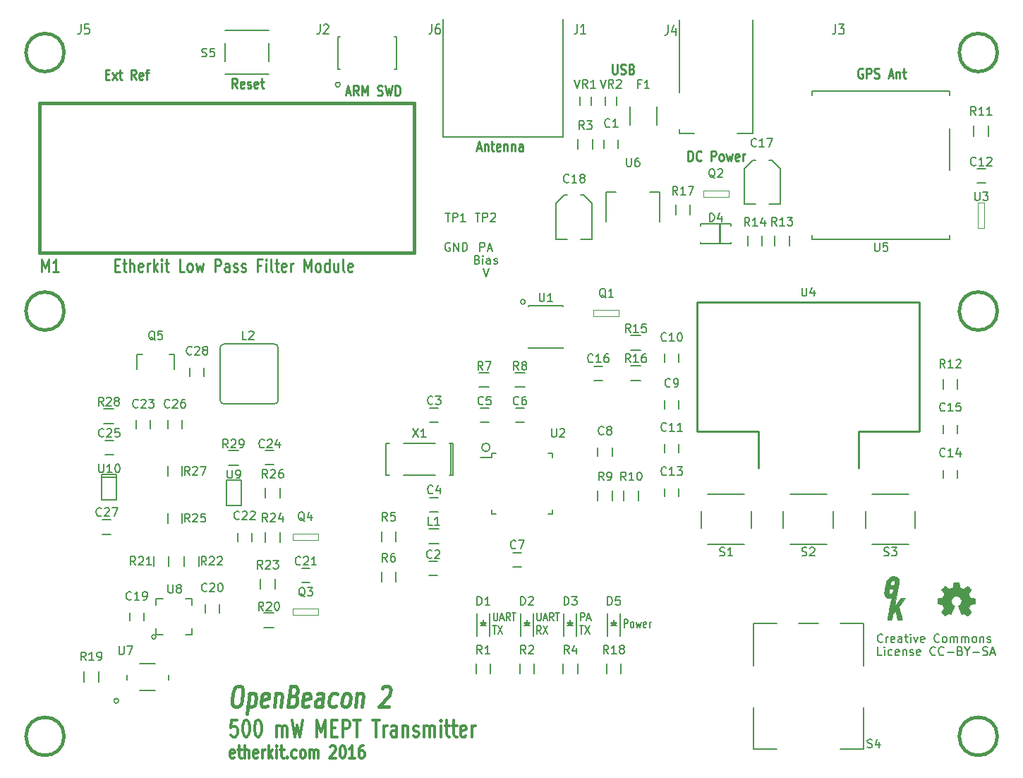
<source format=gto>
G04 #@! TF.FileFunction,Legend,Top*
%FSLAX46Y46*%
G04 Gerber Fmt 4.6, Leading zero omitted, Abs format (unit mm)*
G04 Created by KiCad (PCBNEW 0.201512080931+6353~38~ubuntu14.04.1-stable) date Mon 28 Dec 2015 07:06:20 PM PST*
%MOMM*%
G01*
G04 APERTURE LIST*
%ADD10C,0.100000*%
%ADD11C,0.250000*%
%ADD12C,0.150000*%
%ADD13C,0.300000*%
%ADD14C,0.400000*%
%ADD15C,0.200000*%
%ADD16C,0.381000*%
%ADD17C,0.119380*%
%ADD18C,0.127000*%
%ADD19C,0.002540*%
%ADD20C,0.129540*%
G04 APERTURE END LIST*
D10*
D11*
X107059524Y-58292857D02*
X106726190Y-57721429D01*
X106488095Y-58292857D02*
X106488095Y-57092857D01*
X106869048Y-57092857D01*
X106964286Y-57150000D01*
X107011905Y-57207143D01*
X107059524Y-57321429D01*
X107059524Y-57492857D01*
X107011905Y-57607143D01*
X106964286Y-57664286D01*
X106869048Y-57721429D01*
X106488095Y-57721429D01*
X107869048Y-58235714D02*
X107773810Y-58292857D01*
X107583333Y-58292857D01*
X107488095Y-58235714D01*
X107440476Y-58121429D01*
X107440476Y-57664286D01*
X107488095Y-57550000D01*
X107583333Y-57492857D01*
X107773810Y-57492857D01*
X107869048Y-57550000D01*
X107916667Y-57664286D01*
X107916667Y-57778571D01*
X107440476Y-57892857D01*
X108297619Y-58235714D02*
X108392857Y-58292857D01*
X108583333Y-58292857D01*
X108678572Y-58235714D01*
X108726191Y-58121429D01*
X108726191Y-58064286D01*
X108678572Y-57950000D01*
X108583333Y-57892857D01*
X108440476Y-57892857D01*
X108345238Y-57835714D01*
X108297619Y-57721429D01*
X108297619Y-57664286D01*
X108345238Y-57550000D01*
X108440476Y-57492857D01*
X108583333Y-57492857D01*
X108678572Y-57550000D01*
X109535715Y-58235714D02*
X109440477Y-58292857D01*
X109250000Y-58292857D01*
X109154762Y-58235714D01*
X109107143Y-58121429D01*
X109107143Y-57664286D01*
X109154762Y-57550000D01*
X109250000Y-57492857D01*
X109440477Y-57492857D01*
X109535715Y-57550000D01*
X109583334Y-57664286D01*
X109583334Y-57778571D01*
X109107143Y-57892857D01*
X109869048Y-57492857D02*
X110250000Y-57492857D01*
X110011905Y-57092857D02*
X110011905Y-58121429D01*
X110059524Y-58235714D01*
X110154762Y-58292857D01*
X110250000Y-58292857D01*
D12*
X184509524Y-124632143D02*
X184461905Y-124679762D01*
X184319048Y-124727381D01*
X184223810Y-124727381D01*
X184080952Y-124679762D01*
X183985714Y-124584524D01*
X183938095Y-124489286D01*
X183890476Y-124298810D01*
X183890476Y-124155952D01*
X183938095Y-123965476D01*
X183985714Y-123870238D01*
X184080952Y-123775000D01*
X184223810Y-123727381D01*
X184319048Y-123727381D01*
X184461905Y-123775000D01*
X184509524Y-123822619D01*
X184938095Y-124727381D02*
X184938095Y-124060714D01*
X184938095Y-124251190D02*
X184985714Y-124155952D01*
X185033333Y-124108333D01*
X185128571Y-124060714D01*
X185223810Y-124060714D01*
X185938096Y-124679762D02*
X185842858Y-124727381D01*
X185652381Y-124727381D01*
X185557143Y-124679762D01*
X185509524Y-124584524D01*
X185509524Y-124203571D01*
X185557143Y-124108333D01*
X185652381Y-124060714D01*
X185842858Y-124060714D01*
X185938096Y-124108333D01*
X185985715Y-124203571D01*
X185985715Y-124298810D01*
X185509524Y-124394048D01*
X186842858Y-124727381D02*
X186842858Y-124203571D01*
X186795239Y-124108333D01*
X186700001Y-124060714D01*
X186509524Y-124060714D01*
X186414286Y-124108333D01*
X186842858Y-124679762D02*
X186747620Y-124727381D01*
X186509524Y-124727381D01*
X186414286Y-124679762D01*
X186366667Y-124584524D01*
X186366667Y-124489286D01*
X186414286Y-124394048D01*
X186509524Y-124346429D01*
X186747620Y-124346429D01*
X186842858Y-124298810D01*
X187176191Y-124060714D02*
X187557143Y-124060714D01*
X187319048Y-123727381D02*
X187319048Y-124584524D01*
X187366667Y-124679762D01*
X187461905Y-124727381D01*
X187557143Y-124727381D01*
X187890477Y-124727381D02*
X187890477Y-124060714D01*
X187890477Y-123727381D02*
X187842858Y-123775000D01*
X187890477Y-123822619D01*
X187938096Y-123775000D01*
X187890477Y-123727381D01*
X187890477Y-123822619D01*
X188271429Y-124060714D02*
X188509524Y-124727381D01*
X188747620Y-124060714D01*
X189509525Y-124679762D02*
X189414287Y-124727381D01*
X189223810Y-124727381D01*
X189128572Y-124679762D01*
X189080953Y-124584524D01*
X189080953Y-124203571D01*
X189128572Y-124108333D01*
X189223810Y-124060714D01*
X189414287Y-124060714D01*
X189509525Y-124108333D01*
X189557144Y-124203571D01*
X189557144Y-124298810D01*
X189080953Y-124394048D01*
X191319049Y-124632143D02*
X191271430Y-124679762D01*
X191128573Y-124727381D01*
X191033335Y-124727381D01*
X190890477Y-124679762D01*
X190795239Y-124584524D01*
X190747620Y-124489286D01*
X190700001Y-124298810D01*
X190700001Y-124155952D01*
X190747620Y-123965476D01*
X190795239Y-123870238D01*
X190890477Y-123775000D01*
X191033335Y-123727381D01*
X191128573Y-123727381D01*
X191271430Y-123775000D01*
X191319049Y-123822619D01*
X191890477Y-124727381D02*
X191795239Y-124679762D01*
X191747620Y-124632143D01*
X191700001Y-124536905D01*
X191700001Y-124251190D01*
X191747620Y-124155952D01*
X191795239Y-124108333D01*
X191890477Y-124060714D01*
X192033335Y-124060714D01*
X192128573Y-124108333D01*
X192176192Y-124155952D01*
X192223811Y-124251190D01*
X192223811Y-124536905D01*
X192176192Y-124632143D01*
X192128573Y-124679762D01*
X192033335Y-124727381D01*
X191890477Y-124727381D01*
X192652382Y-124727381D02*
X192652382Y-124060714D01*
X192652382Y-124155952D02*
X192700001Y-124108333D01*
X192795239Y-124060714D01*
X192938097Y-124060714D01*
X193033335Y-124108333D01*
X193080954Y-124203571D01*
X193080954Y-124727381D01*
X193080954Y-124203571D02*
X193128573Y-124108333D01*
X193223811Y-124060714D01*
X193366668Y-124060714D01*
X193461906Y-124108333D01*
X193509525Y-124203571D01*
X193509525Y-124727381D01*
X193985715Y-124727381D02*
X193985715Y-124060714D01*
X193985715Y-124155952D02*
X194033334Y-124108333D01*
X194128572Y-124060714D01*
X194271430Y-124060714D01*
X194366668Y-124108333D01*
X194414287Y-124203571D01*
X194414287Y-124727381D01*
X194414287Y-124203571D02*
X194461906Y-124108333D01*
X194557144Y-124060714D01*
X194700001Y-124060714D01*
X194795239Y-124108333D01*
X194842858Y-124203571D01*
X194842858Y-124727381D01*
X195461905Y-124727381D02*
X195366667Y-124679762D01*
X195319048Y-124632143D01*
X195271429Y-124536905D01*
X195271429Y-124251190D01*
X195319048Y-124155952D01*
X195366667Y-124108333D01*
X195461905Y-124060714D01*
X195604763Y-124060714D01*
X195700001Y-124108333D01*
X195747620Y-124155952D01*
X195795239Y-124251190D01*
X195795239Y-124536905D01*
X195747620Y-124632143D01*
X195700001Y-124679762D01*
X195604763Y-124727381D01*
X195461905Y-124727381D01*
X196223810Y-124060714D02*
X196223810Y-124727381D01*
X196223810Y-124155952D02*
X196271429Y-124108333D01*
X196366667Y-124060714D01*
X196509525Y-124060714D01*
X196604763Y-124108333D01*
X196652382Y-124203571D01*
X196652382Y-124727381D01*
X197080953Y-124679762D02*
X197176191Y-124727381D01*
X197366667Y-124727381D01*
X197461906Y-124679762D01*
X197509525Y-124584524D01*
X197509525Y-124536905D01*
X197461906Y-124441667D01*
X197366667Y-124394048D01*
X197223810Y-124394048D01*
X197128572Y-124346429D01*
X197080953Y-124251190D01*
X197080953Y-124203571D01*
X197128572Y-124108333D01*
X197223810Y-124060714D01*
X197366667Y-124060714D01*
X197461906Y-124108333D01*
X184414286Y-126277381D02*
X183938095Y-126277381D01*
X183938095Y-125277381D01*
X184747619Y-126277381D02*
X184747619Y-125610714D01*
X184747619Y-125277381D02*
X184700000Y-125325000D01*
X184747619Y-125372619D01*
X184795238Y-125325000D01*
X184747619Y-125277381D01*
X184747619Y-125372619D01*
X185652381Y-126229762D02*
X185557143Y-126277381D01*
X185366666Y-126277381D01*
X185271428Y-126229762D01*
X185223809Y-126182143D01*
X185176190Y-126086905D01*
X185176190Y-125801190D01*
X185223809Y-125705952D01*
X185271428Y-125658333D01*
X185366666Y-125610714D01*
X185557143Y-125610714D01*
X185652381Y-125658333D01*
X186461905Y-126229762D02*
X186366667Y-126277381D01*
X186176190Y-126277381D01*
X186080952Y-126229762D01*
X186033333Y-126134524D01*
X186033333Y-125753571D01*
X186080952Y-125658333D01*
X186176190Y-125610714D01*
X186366667Y-125610714D01*
X186461905Y-125658333D01*
X186509524Y-125753571D01*
X186509524Y-125848810D01*
X186033333Y-125944048D01*
X186938095Y-125610714D02*
X186938095Y-126277381D01*
X186938095Y-125705952D02*
X186985714Y-125658333D01*
X187080952Y-125610714D01*
X187223810Y-125610714D01*
X187319048Y-125658333D01*
X187366667Y-125753571D01*
X187366667Y-126277381D01*
X187795238Y-126229762D02*
X187890476Y-126277381D01*
X188080952Y-126277381D01*
X188176191Y-126229762D01*
X188223810Y-126134524D01*
X188223810Y-126086905D01*
X188176191Y-125991667D01*
X188080952Y-125944048D01*
X187938095Y-125944048D01*
X187842857Y-125896429D01*
X187795238Y-125801190D01*
X187795238Y-125753571D01*
X187842857Y-125658333D01*
X187938095Y-125610714D01*
X188080952Y-125610714D01*
X188176191Y-125658333D01*
X189033334Y-126229762D02*
X188938096Y-126277381D01*
X188747619Y-126277381D01*
X188652381Y-126229762D01*
X188604762Y-126134524D01*
X188604762Y-125753571D01*
X188652381Y-125658333D01*
X188747619Y-125610714D01*
X188938096Y-125610714D01*
X189033334Y-125658333D01*
X189080953Y-125753571D01*
X189080953Y-125848810D01*
X188604762Y-125944048D01*
X190842858Y-126182143D02*
X190795239Y-126229762D01*
X190652382Y-126277381D01*
X190557144Y-126277381D01*
X190414286Y-126229762D01*
X190319048Y-126134524D01*
X190271429Y-126039286D01*
X190223810Y-125848810D01*
X190223810Y-125705952D01*
X190271429Y-125515476D01*
X190319048Y-125420238D01*
X190414286Y-125325000D01*
X190557144Y-125277381D01*
X190652382Y-125277381D01*
X190795239Y-125325000D01*
X190842858Y-125372619D01*
X191842858Y-126182143D02*
X191795239Y-126229762D01*
X191652382Y-126277381D01*
X191557144Y-126277381D01*
X191414286Y-126229762D01*
X191319048Y-126134524D01*
X191271429Y-126039286D01*
X191223810Y-125848810D01*
X191223810Y-125705952D01*
X191271429Y-125515476D01*
X191319048Y-125420238D01*
X191414286Y-125325000D01*
X191557144Y-125277381D01*
X191652382Y-125277381D01*
X191795239Y-125325000D01*
X191842858Y-125372619D01*
X192271429Y-125896429D02*
X193033334Y-125896429D01*
X193842858Y-125753571D02*
X193985715Y-125801190D01*
X194033334Y-125848810D01*
X194080953Y-125944048D01*
X194080953Y-126086905D01*
X194033334Y-126182143D01*
X193985715Y-126229762D01*
X193890477Y-126277381D01*
X193509524Y-126277381D01*
X193509524Y-125277381D01*
X193842858Y-125277381D01*
X193938096Y-125325000D01*
X193985715Y-125372619D01*
X194033334Y-125467857D01*
X194033334Y-125563095D01*
X193985715Y-125658333D01*
X193938096Y-125705952D01*
X193842858Y-125753571D01*
X193509524Y-125753571D01*
X194700000Y-125801190D02*
X194700000Y-126277381D01*
X194366667Y-125277381D02*
X194700000Y-125801190D01*
X195033334Y-125277381D01*
X195366667Y-125896429D02*
X196128572Y-125896429D01*
X196557143Y-126229762D02*
X196700000Y-126277381D01*
X196938096Y-126277381D01*
X197033334Y-126229762D01*
X197080953Y-126182143D01*
X197128572Y-126086905D01*
X197128572Y-125991667D01*
X197080953Y-125896429D01*
X197033334Y-125848810D01*
X196938096Y-125801190D01*
X196747619Y-125753571D01*
X196652381Y-125705952D01*
X196604762Y-125658333D01*
X196557143Y-125563095D01*
X196557143Y-125467857D01*
X196604762Y-125372619D01*
X196652381Y-125325000D01*
X196747619Y-125277381D01*
X196985715Y-125277381D01*
X197128572Y-125325000D01*
X197509524Y-125991667D02*
X197985715Y-125991667D01*
X197414286Y-126277381D02*
X197747619Y-125277381D01*
X198080953Y-126277381D01*
D13*
X106742857Y-138557143D02*
X106628571Y-138628571D01*
X106400000Y-138628571D01*
X106285714Y-138557143D01*
X106228571Y-138414286D01*
X106228571Y-137842857D01*
X106285714Y-137700000D01*
X106400000Y-137628571D01*
X106628571Y-137628571D01*
X106742857Y-137700000D01*
X106800000Y-137842857D01*
X106800000Y-137985714D01*
X106228571Y-138128571D01*
X107142857Y-137628571D02*
X107600000Y-137628571D01*
X107314285Y-137128571D02*
X107314285Y-138414286D01*
X107371428Y-138557143D01*
X107485714Y-138628571D01*
X107600000Y-138628571D01*
X107999999Y-138628571D02*
X107999999Y-137128571D01*
X108514285Y-138628571D02*
X108514285Y-137842857D01*
X108457142Y-137700000D01*
X108342856Y-137628571D01*
X108171428Y-137628571D01*
X108057142Y-137700000D01*
X107999999Y-137771429D01*
X109542856Y-138557143D02*
X109428570Y-138628571D01*
X109199999Y-138628571D01*
X109085713Y-138557143D01*
X109028570Y-138414286D01*
X109028570Y-137842857D01*
X109085713Y-137700000D01*
X109199999Y-137628571D01*
X109428570Y-137628571D01*
X109542856Y-137700000D01*
X109599999Y-137842857D01*
X109599999Y-137985714D01*
X109028570Y-138128571D01*
X110114284Y-138628571D02*
X110114284Y-137628571D01*
X110114284Y-137914286D02*
X110171427Y-137771429D01*
X110228570Y-137700000D01*
X110342856Y-137628571D01*
X110457141Y-137628571D01*
X110857141Y-138628571D02*
X110857141Y-137128571D01*
X110971427Y-138057143D02*
X111314284Y-138628571D01*
X111314284Y-137628571D02*
X110857141Y-138200000D01*
X111828570Y-138628571D02*
X111828570Y-137628571D01*
X111828570Y-137128571D02*
X111771427Y-137200000D01*
X111828570Y-137271429D01*
X111885713Y-137200000D01*
X111828570Y-137128571D01*
X111828570Y-137271429D01*
X112228571Y-137628571D02*
X112685714Y-137628571D01*
X112399999Y-137128571D02*
X112399999Y-138414286D01*
X112457142Y-138557143D01*
X112571428Y-138628571D01*
X112685714Y-138628571D01*
X113085713Y-138485714D02*
X113142856Y-138557143D01*
X113085713Y-138628571D01*
X113028570Y-138557143D01*
X113085713Y-138485714D01*
X113085713Y-138628571D01*
X114171428Y-138557143D02*
X114057142Y-138628571D01*
X113828571Y-138628571D01*
X113714285Y-138557143D01*
X113657142Y-138485714D01*
X113599999Y-138342857D01*
X113599999Y-137914286D01*
X113657142Y-137771429D01*
X113714285Y-137700000D01*
X113828571Y-137628571D01*
X114057142Y-137628571D01*
X114171428Y-137700000D01*
X114857142Y-138628571D02*
X114742856Y-138557143D01*
X114685713Y-138485714D01*
X114628570Y-138342857D01*
X114628570Y-137914286D01*
X114685713Y-137771429D01*
X114742856Y-137700000D01*
X114857142Y-137628571D01*
X115028570Y-137628571D01*
X115142856Y-137700000D01*
X115199999Y-137771429D01*
X115257142Y-137914286D01*
X115257142Y-138342857D01*
X115199999Y-138485714D01*
X115142856Y-138557143D01*
X115028570Y-138628571D01*
X114857142Y-138628571D01*
X115771427Y-138628571D02*
X115771427Y-137628571D01*
X115771427Y-137771429D02*
X115828570Y-137700000D01*
X115942856Y-137628571D01*
X116114284Y-137628571D01*
X116228570Y-137700000D01*
X116285713Y-137842857D01*
X116285713Y-138628571D01*
X116285713Y-137842857D02*
X116342856Y-137700000D01*
X116457142Y-137628571D01*
X116628570Y-137628571D01*
X116742856Y-137700000D01*
X116799999Y-137842857D01*
X116799999Y-138628571D01*
X118228570Y-137271429D02*
X118285713Y-137200000D01*
X118399999Y-137128571D01*
X118685713Y-137128571D01*
X118799999Y-137200000D01*
X118857142Y-137271429D01*
X118914285Y-137414286D01*
X118914285Y-137557143D01*
X118857142Y-137771429D01*
X118171428Y-138628571D01*
X118914285Y-138628571D01*
X119657142Y-137128571D02*
X119771427Y-137128571D01*
X119885713Y-137200000D01*
X119942856Y-137271429D01*
X119999999Y-137414286D01*
X120057142Y-137700000D01*
X120057142Y-138057143D01*
X119999999Y-138342857D01*
X119942856Y-138485714D01*
X119885713Y-138557143D01*
X119771427Y-138628571D01*
X119657142Y-138628571D01*
X119542856Y-138557143D01*
X119485713Y-138485714D01*
X119428570Y-138342857D01*
X119371427Y-138057143D01*
X119371427Y-137700000D01*
X119428570Y-137414286D01*
X119485713Y-137271429D01*
X119542856Y-137200000D01*
X119657142Y-137128571D01*
X121199999Y-138628571D02*
X120514284Y-138628571D01*
X120857142Y-138628571D02*
X120857142Y-137128571D01*
X120742856Y-137342857D01*
X120628570Y-137485714D01*
X120514284Y-137557143D01*
X122228570Y-137128571D02*
X121999999Y-137128571D01*
X121885713Y-137200000D01*
X121828570Y-137271429D01*
X121714284Y-137485714D01*
X121657141Y-137771429D01*
X121657141Y-138342857D01*
X121714284Y-138485714D01*
X121771427Y-138557143D01*
X121885713Y-138628571D01*
X122114284Y-138628571D01*
X122228570Y-138557143D01*
X122285713Y-138485714D01*
X122342856Y-138342857D01*
X122342856Y-137985714D01*
X122285713Y-137842857D01*
X122228570Y-137771429D01*
X122114284Y-137700000D01*
X121885713Y-137700000D01*
X121771427Y-137771429D01*
X121714284Y-137842857D01*
X121657141Y-137985714D01*
X107071429Y-134054762D02*
X106357143Y-134054762D01*
X106285714Y-135007143D01*
X106357143Y-134911905D01*
X106500000Y-134816667D01*
X106857143Y-134816667D01*
X107000000Y-134911905D01*
X107071429Y-135007143D01*
X107142857Y-135197619D01*
X107142857Y-135673810D01*
X107071429Y-135864286D01*
X107000000Y-135959524D01*
X106857143Y-136054762D01*
X106500000Y-136054762D01*
X106357143Y-135959524D01*
X106285714Y-135864286D01*
X108071428Y-134054762D02*
X108214285Y-134054762D01*
X108357142Y-134150000D01*
X108428571Y-134245238D01*
X108500000Y-134435714D01*
X108571428Y-134816667D01*
X108571428Y-135292857D01*
X108500000Y-135673810D01*
X108428571Y-135864286D01*
X108357142Y-135959524D01*
X108214285Y-136054762D01*
X108071428Y-136054762D01*
X107928571Y-135959524D01*
X107857142Y-135864286D01*
X107785714Y-135673810D01*
X107714285Y-135292857D01*
X107714285Y-134816667D01*
X107785714Y-134435714D01*
X107857142Y-134245238D01*
X107928571Y-134150000D01*
X108071428Y-134054762D01*
X109499999Y-134054762D02*
X109642856Y-134054762D01*
X109785713Y-134150000D01*
X109857142Y-134245238D01*
X109928571Y-134435714D01*
X109999999Y-134816667D01*
X109999999Y-135292857D01*
X109928571Y-135673810D01*
X109857142Y-135864286D01*
X109785713Y-135959524D01*
X109642856Y-136054762D01*
X109499999Y-136054762D01*
X109357142Y-135959524D01*
X109285713Y-135864286D01*
X109214285Y-135673810D01*
X109142856Y-135292857D01*
X109142856Y-134816667D01*
X109214285Y-134435714D01*
X109285713Y-134245238D01*
X109357142Y-134150000D01*
X109499999Y-134054762D01*
X111785713Y-136054762D02*
X111785713Y-134721429D01*
X111785713Y-134911905D02*
X111857141Y-134816667D01*
X111999999Y-134721429D01*
X112214284Y-134721429D01*
X112357141Y-134816667D01*
X112428570Y-135007143D01*
X112428570Y-136054762D01*
X112428570Y-135007143D02*
X112499999Y-134816667D01*
X112642856Y-134721429D01*
X112857141Y-134721429D01*
X112999999Y-134816667D01*
X113071427Y-135007143D01*
X113071427Y-136054762D01*
X113642856Y-134054762D02*
X113999999Y-136054762D01*
X114285713Y-134626190D01*
X114571427Y-136054762D01*
X114928570Y-134054762D01*
X116642856Y-136054762D02*
X116642856Y-134054762D01*
X117142856Y-135483333D01*
X117642856Y-134054762D01*
X117642856Y-136054762D01*
X118357142Y-135007143D02*
X118857142Y-135007143D01*
X119071428Y-136054762D02*
X118357142Y-136054762D01*
X118357142Y-134054762D01*
X119071428Y-134054762D01*
X119714285Y-136054762D02*
X119714285Y-134054762D01*
X120285713Y-134054762D01*
X120428571Y-134150000D01*
X120499999Y-134245238D01*
X120571428Y-134435714D01*
X120571428Y-134721429D01*
X120499999Y-134911905D01*
X120428571Y-135007143D01*
X120285713Y-135102381D01*
X119714285Y-135102381D01*
X120999999Y-134054762D02*
X121857142Y-134054762D01*
X121428571Y-136054762D02*
X121428571Y-134054762D01*
X123285713Y-134054762D02*
X124142856Y-134054762D01*
X123714285Y-136054762D02*
X123714285Y-134054762D01*
X124642856Y-136054762D02*
X124642856Y-134721429D01*
X124642856Y-135102381D02*
X124714284Y-134911905D01*
X124785713Y-134816667D01*
X124928570Y-134721429D01*
X125071427Y-134721429D01*
X126214284Y-136054762D02*
X126214284Y-135007143D01*
X126142855Y-134816667D01*
X125999998Y-134721429D01*
X125714284Y-134721429D01*
X125571427Y-134816667D01*
X126214284Y-135959524D02*
X126071427Y-136054762D01*
X125714284Y-136054762D01*
X125571427Y-135959524D01*
X125499998Y-135769048D01*
X125499998Y-135578571D01*
X125571427Y-135388095D01*
X125714284Y-135292857D01*
X126071427Y-135292857D01*
X126214284Y-135197619D01*
X126928570Y-134721429D02*
X126928570Y-136054762D01*
X126928570Y-134911905D02*
X126999998Y-134816667D01*
X127142856Y-134721429D01*
X127357141Y-134721429D01*
X127499998Y-134816667D01*
X127571427Y-135007143D01*
X127571427Y-136054762D01*
X128214284Y-135959524D02*
X128357141Y-136054762D01*
X128642856Y-136054762D01*
X128785713Y-135959524D01*
X128857141Y-135769048D01*
X128857141Y-135673810D01*
X128785713Y-135483333D01*
X128642856Y-135388095D01*
X128428570Y-135388095D01*
X128285713Y-135292857D01*
X128214284Y-135102381D01*
X128214284Y-135007143D01*
X128285713Y-134816667D01*
X128428570Y-134721429D01*
X128642856Y-134721429D01*
X128785713Y-134816667D01*
X129499999Y-136054762D02*
X129499999Y-134721429D01*
X129499999Y-134911905D02*
X129571427Y-134816667D01*
X129714285Y-134721429D01*
X129928570Y-134721429D01*
X130071427Y-134816667D01*
X130142856Y-135007143D01*
X130142856Y-136054762D01*
X130142856Y-135007143D02*
X130214285Y-134816667D01*
X130357142Y-134721429D01*
X130571427Y-134721429D01*
X130714285Y-134816667D01*
X130785713Y-135007143D01*
X130785713Y-136054762D01*
X131499999Y-136054762D02*
X131499999Y-134721429D01*
X131499999Y-134054762D02*
X131428570Y-134150000D01*
X131499999Y-134245238D01*
X131571427Y-134150000D01*
X131499999Y-134054762D01*
X131499999Y-134245238D01*
X131999999Y-134721429D02*
X132571428Y-134721429D01*
X132214285Y-134054762D02*
X132214285Y-135769048D01*
X132285713Y-135959524D01*
X132428571Y-136054762D01*
X132571428Y-136054762D01*
X132857142Y-134721429D02*
X133428571Y-134721429D01*
X133071428Y-134054762D02*
X133071428Y-135769048D01*
X133142856Y-135959524D01*
X133285714Y-136054762D01*
X133428571Y-136054762D01*
X134499999Y-135959524D02*
X134357142Y-136054762D01*
X134071428Y-136054762D01*
X133928571Y-135959524D01*
X133857142Y-135769048D01*
X133857142Y-135007143D01*
X133928571Y-134816667D01*
X134071428Y-134721429D01*
X134357142Y-134721429D01*
X134499999Y-134816667D01*
X134571428Y-135007143D01*
X134571428Y-135197619D01*
X133857142Y-135388095D01*
X135214285Y-136054762D02*
X135214285Y-134721429D01*
X135214285Y-135102381D02*
X135285713Y-134911905D01*
X135357142Y-134816667D01*
X135499999Y-134721429D01*
X135642856Y-134721429D01*
D14*
X107098810Y-129980952D02*
X107441667Y-129980952D01*
X107598214Y-130100000D01*
X107739881Y-130338095D01*
X107766071Y-130814286D01*
X107661905Y-131647619D01*
X107516667Y-132123810D01*
X107315476Y-132361905D01*
X107129167Y-132480952D01*
X106786310Y-132480952D01*
X106629762Y-132361905D01*
X106488095Y-132123810D01*
X106461905Y-131647619D01*
X106566071Y-130814286D01*
X106711309Y-130338095D01*
X106912500Y-130100000D01*
X107098810Y-129980952D01*
X108537499Y-130814286D02*
X108224999Y-133314286D01*
X108522618Y-130933333D02*
X108708928Y-130814286D01*
X109051785Y-130814286D01*
X109208333Y-130933333D01*
X109279166Y-131052381D01*
X109335119Y-131290476D01*
X109245833Y-132004762D01*
X109130357Y-132242857D01*
X109029762Y-132361905D01*
X108843452Y-132480952D01*
X108500595Y-132480952D01*
X108344047Y-132361905D01*
X110658333Y-132361905D02*
X110472023Y-132480952D01*
X110129166Y-132480952D01*
X109972618Y-132361905D01*
X109916666Y-132123810D01*
X110035713Y-131171429D01*
X110151189Y-130933333D01*
X110337499Y-130814286D01*
X110680356Y-130814286D01*
X110836904Y-130933333D01*
X110892856Y-131171429D01*
X110863095Y-131409524D01*
X109976190Y-131647619D01*
X111708927Y-130814286D02*
X111500594Y-132480952D01*
X111679165Y-131052381D02*
X111779761Y-130933333D01*
X111966070Y-130814286D01*
X112223213Y-130814286D01*
X112379761Y-130933333D01*
X112435713Y-131171429D01*
X112272023Y-132480952D01*
X113892855Y-131171429D02*
X114135118Y-131290476D01*
X114205952Y-131409524D01*
X114261904Y-131647619D01*
X114217261Y-132004762D01*
X114101785Y-132242857D01*
X114001189Y-132361905D01*
X113814880Y-132480952D01*
X113129165Y-132480952D01*
X113441665Y-129980952D01*
X114041665Y-129980952D01*
X114198213Y-130100000D01*
X114269046Y-130219048D01*
X114324999Y-130457143D01*
X114295237Y-130695238D01*
X114179760Y-130933333D01*
X114079165Y-131052381D01*
X113892855Y-131171429D01*
X113292855Y-131171429D01*
X115629761Y-132361905D02*
X115443451Y-132480952D01*
X115100594Y-132480952D01*
X114944046Y-132361905D01*
X114888094Y-132123810D01*
X115007141Y-131171429D01*
X115122617Y-130933333D01*
X115308927Y-130814286D01*
X115651784Y-130814286D01*
X115808332Y-130933333D01*
X115864284Y-131171429D01*
X115834523Y-131409524D01*
X114947618Y-131647619D01*
X117243451Y-132480952D02*
X117407141Y-131171429D01*
X117351189Y-130933333D01*
X117194641Y-130814286D01*
X116851784Y-130814286D01*
X116665474Y-130933333D01*
X117258332Y-132361905D02*
X117072022Y-132480952D01*
X116643451Y-132480952D01*
X116486903Y-132361905D01*
X116430951Y-132123810D01*
X116460713Y-131885714D01*
X116576189Y-131647619D01*
X116762499Y-131528571D01*
X117191070Y-131528571D01*
X117377380Y-131409524D01*
X118886903Y-132361905D02*
X118700593Y-132480952D01*
X118357736Y-132480952D01*
X118201189Y-132361905D01*
X118130355Y-132242857D01*
X118074403Y-132004762D01*
X118163689Y-131290476D01*
X118279164Y-131052381D01*
X118379760Y-130933333D01*
X118566069Y-130814286D01*
X118908926Y-130814286D01*
X119065474Y-130933333D01*
X119900593Y-132480952D02*
X119744046Y-132361905D01*
X119673212Y-132242857D01*
X119617260Y-132004762D01*
X119706546Y-131290476D01*
X119822021Y-131052381D01*
X119922617Y-130933333D01*
X120108926Y-130814286D01*
X120366069Y-130814286D01*
X120522617Y-130933333D01*
X120593450Y-131052381D01*
X120649403Y-131290476D01*
X120560117Y-132004762D01*
X120444641Y-132242857D01*
X120344046Y-132361905D01*
X120157736Y-132480952D01*
X119900593Y-132480952D01*
X121480354Y-130814286D02*
X121272021Y-132480952D01*
X121450592Y-131052381D02*
X121551188Y-130933333D01*
X121737497Y-130814286D01*
X121994640Y-130814286D01*
X122151188Y-130933333D01*
X122207140Y-131171429D01*
X122043450Y-132480952D01*
X124469045Y-130219048D02*
X124569640Y-130100000D01*
X124755950Y-129980952D01*
X125184521Y-129980952D01*
X125341069Y-130100000D01*
X125411902Y-130219048D01*
X125467855Y-130457143D01*
X125438093Y-130695238D01*
X125307735Y-131052381D01*
X124100593Y-132480952D01*
X125214879Y-132480952D01*
D11*
X161188095Y-66992857D02*
X161188095Y-65792857D01*
X161426190Y-65792857D01*
X161569048Y-65850000D01*
X161664286Y-65964286D01*
X161711905Y-66078571D01*
X161759524Y-66307143D01*
X161759524Y-66478571D01*
X161711905Y-66707143D01*
X161664286Y-66821429D01*
X161569048Y-66935714D01*
X161426190Y-66992857D01*
X161188095Y-66992857D01*
X162759524Y-66878571D02*
X162711905Y-66935714D01*
X162569048Y-66992857D01*
X162473810Y-66992857D01*
X162330952Y-66935714D01*
X162235714Y-66821429D01*
X162188095Y-66707143D01*
X162140476Y-66478571D01*
X162140476Y-66307143D01*
X162188095Y-66078571D01*
X162235714Y-65964286D01*
X162330952Y-65850000D01*
X162473810Y-65792857D01*
X162569048Y-65792857D01*
X162711905Y-65850000D01*
X162759524Y-65907143D01*
X163950000Y-66992857D02*
X163950000Y-65792857D01*
X164330953Y-65792857D01*
X164426191Y-65850000D01*
X164473810Y-65907143D01*
X164521429Y-66021429D01*
X164521429Y-66192857D01*
X164473810Y-66307143D01*
X164426191Y-66364286D01*
X164330953Y-66421429D01*
X163950000Y-66421429D01*
X165092857Y-66992857D02*
X164997619Y-66935714D01*
X164950000Y-66878571D01*
X164902381Y-66764286D01*
X164902381Y-66421429D01*
X164950000Y-66307143D01*
X164997619Y-66250000D01*
X165092857Y-66192857D01*
X165235715Y-66192857D01*
X165330953Y-66250000D01*
X165378572Y-66307143D01*
X165426191Y-66421429D01*
X165426191Y-66764286D01*
X165378572Y-66878571D01*
X165330953Y-66935714D01*
X165235715Y-66992857D01*
X165092857Y-66992857D01*
X165759524Y-66192857D02*
X165950000Y-66992857D01*
X166140477Y-66421429D01*
X166330953Y-66992857D01*
X166521429Y-66192857D01*
X167283334Y-66935714D02*
X167188096Y-66992857D01*
X166997619Y-66992857D01*
X166902381Y-66935714D01*
X166854762Y-66821429D01*
X166854762Y-66364286D01*
X166902381Y-66250000D01*
X166997619Y-66192857D01*
X167188096Y-66192857D01*
X167283334Y-66250000D01*
X167330953Y-66364286D01*
X167330953Y-66478571D01*
X166854762Y-66592857D01*
X167759524Y-66992857D02*
X167759524Y-66192857D01*
X167759524Y-66421429D02*
X167807143Y-66307143D01*
X167854762Y-66250000D01*
X167950000Y-66192857D01*
X168045239Y-66192857D01*
X92385714Y-79492857D02*
X92785714Y-79492857D01*
X92957143Y-80278571D02*
X92385714Y-80278571D01*
X92385714Y-78778571D01*
X92957143Y-78778571D01*
X93300000Y-79278571D02*
X93757143Y-79278571D01*
X93471428Y-78778571D02*
X93471428Y-80064286D01*
X93528571Y-80207143D01*
X93642857Y-80278571D01*
X93757143Y-80278571D01*
X94157142Y-80278571D02*
X94157142Y-78778571D01*
X94671428Y-80278571D02*
X94671428Y-79492857D01*
X94614285Y-79350000D01*
X94499999Y-79278571D01*
X94328571Y-79278571D01*
X94214285Y-79350000D01*
X94157142Y-79421429D01*
X95699999Y-80207143D02*
X95585713Y-80278571D01*
X95357142Y-80278571D01*
X95242856Y-80207143D01*
X95185713Y-80064286D01*
X95185713Y-79492857D01*
X95242856Y-79350000D01*
X95357142Y-79278571D01*
X95585713Y-79278571D01*
X95699999Y-79350000D01*
X95757142Y-79492857D01*
X95757142Y-79635714D01*
X95185713Y-79778571D01*
X96271427Y-80278571D02*
X96271427Y-79278571D01*
X96271427Y-79564286D02*
X96328570Y-79421429D01*
X96385713Y-79350000D01*
X96499999Y-79278571D01*
X96614284Y-79278571D01*
X97014284Y-80278571D02*
X97014284Y-78778571D01*
X97128570Y-79707143D02*
X97471427Y-80278571D01*
X97471427Y-79278571D02*
X97014284Y-79850000D01*
X97985713Y-80278571D02*
X97985713Y-79278571D01*
X97985713Y-78778571D02*
X97928570Y-78850000D01*
X97985713Y-78921429D01*
X98042856Y-78850000D01*
X97985713Y-78778571D01*
X97985713Y-78921429D01*
X98385714Y-79278571D02*
X98842857Y-79278571D01*
X98557142Y-78778571D02*
X98557142Y-80064286D01*
X98614285Y-80207143D01*
X98728571Y-80278571D01*
X98842857Y-80278571D01*
X100728571Y-80278571D02*
X100157142Y-80278571D01*
X100157142Y-78778571D01*
X101300000Y-80278571D02*
X101185714Y-80207143D01*
X101128571Y-80135714D01*
X101071428Y-79992857D01*
X101071428Y-79564286D01*
X101128571Y-79421429D01*
X101185714Y-79350000D01*
X101300000Y-79278571D01*
X101471428Y-79278571D01*
X101585714Y-79350000D01*
X101642857Y-79421429D01*
X101700000Y-79564286D01*
X101700000Y-79992857D01*
X101642857Y-80135714D01*
X101585714Y-80207143D01*
X101471428Y-80278571D01*
X101300000Y-80278571D01*
X102100000Y-79278571D02*
X102328571Y-80278571D01*
X102557142Y-79564286D01*
X102785714Y-80278571D01*
X103014285Y-79278571D01*
X104385714Y-80278571D02*
X104385714Y-78778571D01*
X104842857Y-78778571D01*
X104957143Y-78850000D01*
X105014286Y-78921429D01*
X105071429Y-79064286D01*
X105071429Y-79278571D01*
X105014286Y-79421429D01*
X104957143Y-79492857D01*
X104842857Y-79564286D01*
X104385714Y-79564286D01*
X106100000Y-80278571D02*
X106100000Y-79492857D01*
X106042857Y-79350000D01*
X105928571Y-79278571D01*
X105700000Y-79278571D01*
X105585714Y-79350000D01*
X106100000Y-80207143D02*
X105985714Y-80278571D01*
X105700000Y-80278571D01*
X105585714Y-80207143D01*
X105528571Y-80064286D01*
X105528571Y-79921429D01*
X105585714Y-79778571D01*
X105700000Y-79707143D01*
X105985714Y-79707143D01*
X106100000Y-79635714D01*
X106614285Y-80207143D02*
X106728571Y-80278571D01*
X106957143Y-80278571D01*
X107071428Y-80207143D01*
X107128571Y-80064286D01*
X107128571Y-79992857D01*
X107071428Y-79850000D01*
X106957143Y-79778571D01*
X106785714Y-79778571D01*
X106671428Y-79707143D01*
X106614285Y-79564286D01*
X106614285Y-79492857D01*
X106671428Y-79350000D01*
X106785714Y-79278571D01*
X106957143Y-79278571D01*
X107071428Y-79350000D01*
X107585714Y-80207143D02*
X107700000Y-80278571D01*
X107928572Y-80278571D01*
X108042857Y-80207143D01*
X108100000Y-80064286D01*
X108100000Y-79992857D01*
X108042857Y-79850000D01*
X107928572Y-79778571D01*
X107757143Y-79778571D01*
X107642857Y-79707143D01*
X107585714Y-79564286D01*
X107585714Y-79492857D01*
X107642857Y-79350000D01*
X107757143Y-79278571D01*
X107928572Y-79278571D01*
X108042857Y-79350000D01*
X109928572Y-79492857D02*
X109528572Y-79492857D01*
X109528572Y-80278571D02*
X109528572Y-78778571D01*
X110100001Y-78778571D01*
X110557143Y-80278571D02*
X110557143Y-79278571D01*
X110557143Y-78778571D02*
X110500000Y-78850000D01*
X110557143Y-78921429D01*
X110614286Y-78850000D01*
X110557143Y-78778571D01*
X110557143Y-78921429D01*
X111300001Y-80278571D02*
X111185715Y-80207143D01*
X111128572Y-80064286D01*
X111128572Y-78778571D01*
X111585715Y-79278571D02*
X112042858Y-79278571D01*
X111757143Y-78778571D02*
X111757143Y-80064286D01*
X111814286Y-80207143D01*
X111928572Y-80278571D01*
X112042858Y-80278571D01*
X112900000Y-80207143D02*
X112785714Y-80278571D01*
X112557143Y-80278571D01*
X112442857Y-80207143D01*
X112385714Y-80064286D01*
X112385714Y-79492857D01*
X112442857Y-79350000D01*
X112557143Y-79278571D01*
X112785714Y-79278571D01*
X112900000Y-79350000D01*
X112957143Y-79492857D01*
X112957143Y-79635714D01*
X112385714Y-79778571D01*
X113471428Y-80278571D02*
X113471428Y-79278571D01*
X113471428Y-79564286D02*
X113528571Y-79421429D01*
X113585714Y-79350000D01*
X113700000Y-79278571D01*
X113814285Y-79278571D01*
X115128571Y-80278571D02*
X115128571Y-78778571D01*
X115528571Y-79850000D01*
X115928571Y-78778571D01*
X115928571Y-80278571D01*
X116671429Y-80278571D02*
X116557143Y-80207143D01*
X116500000Y-80135714D01*
X116442857Y-79992857D01*
X116442857Y-79564286D01*
X116500000Y-79421429D01*
X116557143Y-79350000D01*
X116671429Y-79278571D01*
X116842857Y-79278571D01*
X116957143Y-79350000D01*
X117014286Y-79421429D01*
X117071429Y-79564286D01*
X117071429Y-79992857D01*
X117014286Y-80135714D01*
X116957143Y-80207143D01*
X116842857Y-80278571D01*
X116671429Y-80278571D01*
X118100000Y-80278571D02*
X118100000Y-78778571D01*
X118100000Y-80207143D02*
X117985714Y-80278571D01*
X117757143Y-80278571D01*
X117642857Y-80207143D01*
X117585714Y-80135714D01*
X117528571Y-79992857D01*
X117528571Y-79564286D01*
X117585714Y-79421429D01*
X117642857Y-79350000D01*
X117757143Y-79278571D01*
X117985714Y-79278571D01*
X118100000Y-79350000D01*
X119185714Y-79278571D02*
X119185714Y-80278571D01*
X118671428Y-79278571D02*
X118671428Y-80064286D01*
X118728571Y-80207143D01*
X118842857Y-80278571D01*
X119014285Y-80278571D01*
X119128571Y-80207143D01*
X119185714Y-80135714D01*
X119928571Y-80278571D02*
X119814285Y-80207143D01*
X119757142Y-80064286D01*
X119757142Y-78778571D01*
X120842856Y-80207143D02*
X120728570Y-80278571D01*
X120499999Y-80278571D01*
X120385713Y-80207143D01*
X120328570Y-80064286D01*
X120328570Y-79492857D01*
X120385713Y-79350000D01*
X120499999Y-79278571D01*
X120728570Y-79278571D01*
X120842856Y-79350000D01*
X120899999Y-79492857D01*
X120899999Y-79635714D01*
X120328570Y-79778571D01*
X91288095Y-56614286D02*
X91621429Y-56614286D01*
X91764286Y-57242857D02*
X91288095Y-57242857D01*
X91288095Y-56042857D01*
X91764286Y-56042857D01*
X92097619Y-57242857D02*
X92621429Y-56442857D01*
X92097619Y-56442857D02*
X92621429Y-57242857D01*
X92859524Y-56442857D02*
X93240476Y-56442857D01*
X93002381Y-56042857D02*
X93002381Y-57071429D01*
X93050000Y-57185714D01*
X93145238Y-57242857D01*
X93240476Y-57242857D01*
X94907144Y-57242857D02*
X94573810Y-56671429D01*
X94335715Y-57242857D02*
X94335715Y-56042857D01*
X94716668Y-56042857D01*
X94811906Y-56100000D01*
X94859525Y-56157143D01*
X94907144Y-56271429D01*
X94907144Y-56442857D01*
X94859525Y-56557143D01*
X94811906Y-56614286D01*
X94716668Y-56671429D01*
X94335715Y-56671429D01*
X95716668Y-57185714D02*
X95621430Y-57242857D01*
X95430953Y-57242857D01*
X95335715Y-57185714D01*
X95288096Y-57071429D01*
X95288096Y-56614286D01*
X95335715Y-56500000D01*
X95430953Y-56442857D01*
X95621430Y-56442857D01*
X95716668Y-56500000D01*
X95764287Y-56614286D01*
X95764287Y-56728571D01*
X95288096Y-56842857D01*
X96050001Y-56442857D02*
X96430953Y-56442857D01*
X96192858Y-57242857D02*
X96192858Y-56214286D01*
X96240477Y-56100000D01*
X96335715Y-56042857D01*
X96430953Y-56042857D01*
X120140476Y-58800000D02*
X120616667Y-58800000D01*
X120045238Y-59142857D02*
X120378571Y-57942857D01*
X120711905Y-59142857D01*
X121616667Y-59142857D02*
X121283333Y-58571429D01*
X121045238Y-59142857D02*
X121045238Y-57942857D01*
X121426191Y-57942857D01*
X121521429Y-58000000D01*
X121569048Y-58057143D01*
X121616667Y-58171429D01*
X121616667Y-58342857D01*
X121569048Y-58457143D01*
X121521429Y-58514286D01*
X121426191Y-58571429D01*
X121045238Y-58571429D01*
X122045238Y-59142857D02*
X122045238Y-57942857D01*
X122378572Y-58800000D01*
X122711905Y-57942857D01*
X122711905Y-59142857D01*
X123902381Y-59085714D02*
X124045238Y-59142857D01*
X124283334Y-59142857D01*
X124378572Y-59085714D01*
X124426191Y-59028571D01*
X124473810Y-58914286D01*
X124473810Y-58800000D01*
X124426191Y-58685714D01*
X124378572Y-58628571D01*
X124283334Y-58571429D01*
X124092857Y-58514286D01*
X123997619Y-58457143D01*
X123950000Y-58400000D01*
X123902381Y-58285714D01*
X123902381Y-58171429D01*
X123950000Y-58057143D01*
X123997619Y-58000000D01*
X124092857Y-57942857D01*
X124330953Y-57942857D01*
X124473810Y-58000000D01*
X124807143Y-57942857D02*
X125045238Y-59142857D01*
X125235715Y-58285714D01*
X125426191Y-59142857D01*
X125664286Y-57942857D01*
X126045238Y-59142857D02*
X126045238Y-57942857D01*
X126283333Y-57942857D01*
X126426191Y-58000000D01*
X126521429Y-58114286D01*
X126569048Y-58228571D01*
X126616667Y-58457143D01*
X126616667Y-58628571D01*
X126569048Y-58857143D01*
X126521429Y-58971429D01*
X126426191Y-59085714D01*
X126283333Y-59142857D01*
X126045238Y-59142857D01*
X135840476Y-65450000D02*
X136316667Y-65450000D01*
X135745238Y-65792857D02*
X136078571Y-64592857D01*
X136411905Y-65792857D01*
X136745238Y-64992857D02*
X136745238Y-65792857D01*
X136745238Y-65107143D02*
X136792857Y-65050000D01*
X136888095Y-64992857D01*
X137030953Y-64992857D01*
X137126191Y-65050000D01*
X137173810Y-65164286D01*
X137173810Y-65792857D01*
X137507143Y-64992857D02*
X137888095Y-64992857D01*
X137650000Y-64592857D02*
X137650000Y-65621429D01*
X137697619Y-65735714D01*
X137792857Y-65792857D01*
X137888095Y-65792857D01*
X138602382Y-65735714D02*
X138507144Y-65792857D01*
X138316667Y-65792857D01*
X138221429Y-65735714D01*
X138173810Y-65621429D01*
X138173810Y-65164286D01*
X138221429Y-65050000D01*
X138316667Y-64992857D01*
X138507144Y-64992857D01*
X138602382Y-65050000D01*
X138650001Y-65164286D01*
X138650001Y-65278571D01*
X138173810Y-65392857D01*
X139078572Y-64992857D02*
X139078572Y-65792857D01*
X139078572Y-65107143D02*
X139126191Y-65050000D01*
X139221429Y-64992857D01*
X139364287Y-64992857D01*
X139459525Y-65050000D01*
X139507144Y-65164286D01*
X139507144Y-65792857D01*
X139983334Y-64992857D02*
X139983334Y-65792857D01*
X139983334Y-65107143D02*
X140030953Y-65050000D01*
X140126191Y-64992857D01*
X140269049Y-64992857D01*
X140364287Y-65050000D01*
X140411906Y-65164286D01*
X140411906Y-65792857D01*
X141316668Y-65792857D02*
X141316668Y-65164286D01*
X141269049Y-65050000D01*
X141173811Y-64992857D01*
X140983334Y-64992857D01*
X140888096Y-65050000D01*
X141316668Y-65735714D02*
X141221430Y-65792857D01*
X140983334Y-65792857D01*
X140888096Y-65735714D01*
X140840477Y-65621429D01*
X140840477Y-65507143D01*
X140888096Y-65392857D01*
X140983334Y-65335714D01*
X141221430Y-65335714D01*
X141316668Y-65278571D01*
X152088095Y-55392857D02*
X152088095Y-56364286D01*
X152135714Y-56478571D01*
X152183333Y-56535714D01*
X152278571Y-56592857D01*
X152469048Y-56592857D01*
X152564286Y-56535714D01*
X152611905Y-56478571D01*
X152659524Y-56364286D01*
X152659524Y-55392857D01*
X153088095Y-56535714D02*
X153230952Y-56592857D01*
X153469048Y-56592857D01*
X153564286Y-56535714D01*
X153611905Y-56478571D01*
X153659524Y-56364286D01*
X153659524Y-56250000D01*
X153611905Y-56135714D01*
X153564286Y-56078571D01*
X153469048Y-56021429D01*
X153278571Y-55964286D01*
X153183333Y-55907143D01*
X153135714Y-55850000D01*
X153088095Y-55735714D01*
X153088095Y-55621429D01*
X153135714Y-55507143D01*
X153183333Y-55450000D01*
X153278571Y-55392857D01*
X153516667Y-55392857D01*
X153659524Y-55450000D01*
X154421429Y-55964286D02*
X154564286Y-56021429D01*
X154611905Y-56078571D01*
X154659524Y-56192857D01*
X154659524Y-56364286D01*
X154611905Y-56478571D01*
X154564286Y-56535714D01*
X154469048Y-56592857D01*
X154088095Y-56592857D01*
X154088095Y-55392857D01*
X154421429Y-55392857D01*
X154516667Y-55450000D01*
X154564286Y-55507143D01*
X154611905Y-55621429D01*
X154611905Y-55735714D01*
X154564286Y-55850000D01*
X154516667Y-55907143D01*
X154421429Y-55964286D01*
X154088095Y-55964286D01*
X182111905Y-55950000D02*
X182016667Y-55892857D01*
X181873810Y-55892857D01*
X181730952Y-55950000D01*
X181635714Y-56064286D01*
X181588095Y-56178571D01*
X181540476Y-56407143D01*
X181540476Y-56578571D01*
X181588095Y-56807143D01*
X181635714Y-56921429D01*
X181730952Y-57035714D01*
X181873810Y-57092857D01*
X181969048Y-57092857D01*
X182111905Y-57035714D01*
X182159524Y-56978571D01*
X182159524Y-56578571D01*
X181969048Y-56578571D01*
X182588095Y-57092857D02*
X182588095Y-55892857D01*
X182969048Y-55892857D01*
X183064286Y-55950000D01*
X183111905Y-56007143D01*
X183159524Y-56121429D01*
X183159524Y-56292857D01*
X183111905Y-56407143D01*
X183064286Y-56464286D01*
X182969048Y-56521429D01*
X182588095Y-56521429D01*
X183540476Y-57035714D02*
X183683333Y-57092857D01*
X183921429Y-57092857D01*
X184016667Y-57035714D01*
X184064286Y-56978571D01*
X184111905Y-56864286D01*
X184111905Y-56750000D01*
X184064286Y-56635714D01*
X184016667Y-56578571D01*
X183921429Y-56521429D01*
X183730952Y-56464286D01*
X183635714Y-56407143D01*
X183588095Y-56350000D01*
X183540476Y-56235714D01*
X183540476Y-56121429D01*
X183588095Y-56007143D01*
X183635714Y-55950000D01*
X183730952Y-55892857D01*
X183969048Y-55892857D01*
X184111905Y-55950000D01*
X185254762Y-56750000D02*
X185730953Y-56750000D01*
X185159524Y-57092857D02*
X185492857Y-55892857D01*
X185826191Y-57092857D01*
X186159524Y-56292857D02*
X186159524Y-57092857D01*
X186159524Y-56407143D02*
X186207143Y-56350000D01*
X186302381Y-56292857D01*
X186445239Y-56292857D01*
X186540477Y-56350000D01*
X186588096Y-56464286D01*
X186588096Y-57092857D01*
X186921429Y-56292857D02*
X187302381Y-56292857D01*
X187064286Y-55892857D02*
X187064286Y-56921429D01*
X187111905Y-57035714D01*
X187207143Y-57092857D01*
X187302381Y-57092857D01*
D12*
X136209524Y-77802381D02*
X136209524Y-76802381D01*
X136590477Y-76802381D01*
X136685715Y-76850000D01*
X136733334Y-76897619D01*
X136780953Y-76992857D01*
X136780953Y-77135714D01*
X136733334Y-77230952D01*
X136685715Y-77278571D01*
X136590477Y-77326190D01*
X136209524Y-77326190D01*
X137161905Y-77516667D02*
X137638096Y-77516667D01*
X137066667Y-77802381D02*
X137400000Y-76802381D01*
X137733334Y-77802381D01*
X135876191Y-78828571D02*
X136019048Y-78876190D01*
X136066667Y-78923810D01*
X136114286Y-79019048D01*
X136114286Y-79161905D01*
X136066667Y-79257143D01*
X136019048Y-79304762D01*
X135923810Y-79352381D01*
X135542857Y-79352381D01*
X135542857Y-78352381D01*
X135876191Y-78352381D01*
X135971429Y-78400000D01*
X136019048Y-78447619D01*
X136066667Y-78542857D01*
X136066667Y-78638095D01*
X136019048Y-78733333D01*
X135971429Y-78780952D01*
X135876191Y-78828571D01*
X135542857Y-78828571D01*
X136542857Y-79352381D02*
X136542857Y-78685714D01*
X136542857Y-78352381D02*
X136495238Y-78400000D01*
X136542857Y-78447619D01*
X136590476Y-78400000D01*
X136542857Y-78352381D01*
X136542857Y-78447619D01*
X137447619Y-79352381D02*
X137447619Y-78828571D01*
X137400000Y-78733333D01*
X137304762Y-78685714D01*
X137114285Y-78685714D01*
X137019047Y-78733333D01*
X137447619Y-79304762D02*
X137352381Y-79352381D01*
X137114285Y-79352381D01*
X137019047Y-79304762D01*
X136971428Y-79209524D01*
X136971428Y-79114286D01*
X137019047Y-79019048D01*
X137114285Y-78971429D01*
X137352381Y-78971429D01*
X137447619Y-78923810D01*
X137876190Y-79304762D02*
X137971428Y-79352381D01*
X138161904Y-79352381D01*
X138257143Y-79304762D01*
X138304762Y-79209524D01*
X138304762Y-79161905D01*
X138257143Y-79066667D01*
X138161904Y-79019048D01*
X138019047Y-79019048D01*
X137923809Y-78971429D01*
X137876190Y-78876190D01*
X137876190Y-78828571D01*
X137923809Y-78733333D01*
X138019047Y-78685714D01*
X138161904Y-78685714D01*
X138257143Y-78733333D01*
X136566667Y-79902381D02*
X136900000Y-80902381D01*
X137233334Y-79902381D01*
X132588096Y-76850000D02*
X132492858Y-76802381D01*
X132350001Y-76802381D01*
X132207143Y-76850000D01*
X132111905Y-76945238D01*
X132064286Y-77040476D01*
X132016667Y-77230952D01*
X132016667Y-77373810D01*
X132064286Y-77564286D01*
X132111905Y-77659524D01*
X132207143Y-77754762D01*
X132350001Y-77802381D01*
X132445239Y-77802381D01*
X132588096Y-77754762D01*
X132635715Y-77707143D01*
X132635715Y-77373810D01*
X132445239Y-77373810D01*
X133064286Y-77802381D02*
X133064286Y-76802381D01*
X133635715Y-77802381D01*
X133635715Y-76802381D01*
X134111905Y-77802381D02*
X134111905Y-76802381D01*
X134350000Y-76802381D01*
X134492858Y-76850000D01*
X134588096Y-76945238D01*
X134635715Y-77040476D01*
X134683334Y-77230952D01*
X134683334Y-77373810D01*
X134635715Y-77564286D01*
X134588096Y-77659524D01*
X134492858Y-77754762D01*
X134350000Y-77802381D01*
X134111905Y-77802381D01*
D15*
X143040476Y-121152381D02*
X143040476Y-121961905D01*
X143078571Y-122057143D01*
X143116667Y-122104762D01*
X143192857Y-122152381D01*
X143345238Y-122152381D01*
X143421429Y-122104762D01*
X143459524Y-122057143D01*
X143497619Y-121961905D01*
X143497619Y-121152381D01*
X143840476Y-121866667D02*
X144221428Y-121866667D01*
X143764285Y-122152381D02*
X144030952Y-121152381D01*
X144297619Y-122152381D01*
X145021428Y-122152381D02*
X144754761Y-121676190D01*
X144564285Y-122152381D02*
X144564285Y-121152381D01*
X144869047Y-121152381D01*
X144945238Y-121200000D01*
X144983333Y-121247619D01*
X145021428Y-121342857D01*
X145021428Y-121485714D01*
X144983333Y-121580952D01*
X144945238Y-121628571D01*
X144869047Y-121676190D01*
X144564285Y-121676190D01*
X145249999Y-121152381D02*
X145707142Y-121152381D01*
X145478571Y-122152381D02*
X145478571Y-121152381D01*
X143497619Y-123752381D02*
X143230952Y-123276190D01*
X143040476Y-123752381D02*
X143040476Y-122752381D01*
X143345238Y-122752381D01*
X143421429Y-122800000D01*
X143459524Y-122847619D01*
X143497619Y-122942857D01*
X143497619Y-123085714D01*
X143459524Y-123180952D01*
X143421429Y-123228571D01*
X143345238Y-123276190D01*
X143040476Y-123276190D01*
X143764286Y-122752381D02*
X144297619Y-123752381D01*
X144297619Y-122752381D02*
X143764286Y-123752381D01*
X137840476Y-121152381D02*
X137840476Y-121961905D01*
X137878571Y-122057143D01*
X137916667Y-122104762D01*
X137992857Y-122152381D01*
X138145238Y-122152381D01*
X138221429Y-122104762D01*
X138259524Y-122057143D01*
X138297619Y-121961905D01*
X138297619Y-121152381D01*
X138640476Y-121866667D02*
X139021428Y-121866667D01*
X138564285Y-122152381D02*
X138830952Y-121152381D01*
X139097619Y-122152381D01*
X139821428Y-122152381D02*
X139554761Y-121676190D01*
X139364285Y-122152381D02*
X139364285Y-121152381D01*
X139669047Y-121152381D01*
X139745238Y-121200000D01*
X139783333Y-121247619D01*
X139821428Y-121342857D01*
X139821428Y-121485714D01*
X139783333Y-121580952D01*
X139745238Y-121628571D01*
X139669047Y-121676190D01*
X139364285Y-121676190D01*
X140049999Y-121152381D02*
X140507142Y-121152381D01*
X140278571Y-122152381D02*
X140278571Y-121152381D01*
X137726190Y-122752381D02*
X138183333Y-122752381D01*
X137954762Y-123752381D02*
X137954762Y-122752381D01*
X138373810Y-122752381D02*
X138907143Y-123752381D01*
X138907143Y-122752381D02*
X138373810Y-123752381D01*
X148290476Y-122152381D02*
X148290476Y-121152381D01*
X148595238Y-121152381D01*
X148671429Y-121200000D01*
X148709524Y-121247619D01*
X148747619Y-121342857D01*
X148747619Y-121485714D01*
X148709524Y-121580952D01*
X148671429Y-121628571D01*
X148595238Y-121676190D01*
X148290476Y-121676190D01*
X149052381Y-121866667D02*
X149433333Y-121866667D01*
X148976190Y-122152381D02*
X149242857Y-121152381D01*
X149509524Y-122152381D01*
X148176190Y-122752381D02*
X148633333Y-122752381D01*
X148404762Y-123752381D02*
X148404762Y-122752381D01*
X148823810Y-122752381D02*
X149357143Y-123752381D01*
X149357143Y-122752381D02*
X148823810Y-123752381D01*
X153490476Y-122952381D02*
X153490476Y-121952381D01*
X153795238Y-121952381D01*
X153871429Y-122000000D01*
X153909524Y-122047619D01*
X153947619Y-122142857D01*
X153947619Y-122285714D01*
X153909524Y-122380952D01*
X153871429Y-122428571D01*
X153795238Y-122476190D01*
X153490476Y-122476190D01*
X154404762Y-122952381D02*
X154328571Y-122904762D01*
X154290476Y-122857143D01*
X154252381Y-122761905D01*
X154252381Y-122476190D01*
X154290476Y-122380952D01*
X154328571Y-122333333D01*
X154404762Y-122285714D01*
X154519048Y-122285714D01*
X154595238Y-122333333D01*
X154633333Y-122380952D01*
X154671429Y-122476190D01*
X154671429Y-122761905D01*
X154633333Y-122857143D01*
X154595238Y-122904762D01*
X154519048Y-122952381D01*
X154404762Y-122952381D01*
X154938096Y-122285714D02*
X155090477Y-122952381D01*
X155242858Y-122476190D01*
X155395239Y-122952381D01*
X155547620Y-122285714D01*
X156157143Y-122904762D02*
X156080953Y-122952381D01*
X155928572Y-122952381D01*
X155852381Y-122904762D01*
X155814286Y-122809524D01*
X155814286Y-122428571D01*
X155852381Y-122333333D01*
X155928572Y-122285714D01*
X156080953Y-122285714D01*
X156157143Y-122333333D01*
X156195238Y-122428571D01*
X156195238Y-122523810D01*
X155814286Y-122619048D01*
X156538095Y-122952381D02*
X156538095Y-122285714D01*
X156538095Y-122476190D02*
X156576190Y-122380952D01*
X156614286Y-122333333D01*
X156690476Y-122285714D01*
X156766667Y-122285714D01*
D16*
X86286000Y-85000000D02*
G75*
G03X86286000Y-85000000I-2286000J0D01*
G01*
X198286000Y-85000000D02*
G75*
G03X198286000Y-85000000I-2286000J0D01*
G01*
X86286000Y-136000000D02*
G75*
G03X86286000Y-136000000I-2286000J0D01*
G01*
X198286000Y-136000000D02*
G75*
G03X198286000Y-136000000I-2286000J0D01*
G01*
X198286000Y-54000000D02*
G75*
G03X198286000Y-54000000I-2286000J0D01*
G01*
X86286000Y-54000000D02*
G75*
G03X86286000Y-54000000I-2286000J0D01*
G01*
D12*
X151100000Y-64450000D02*
X151100000Y-65450000D01*
X152800000Y-65450000D02*
X152800000Y-64450000D01*
X130100000Y-116700000D02*
X131100000Y-116700000D01*
X131100000Y-115000000D02*
X130100000Y-115000000D01*
X131200000Y-96650000D02*
X130200000Y-96650000D01*
X130200000Y-98350000D02*
X131200000Y-98350000D01*
X131200000Y-107350000D02*
X130200000Y-107350000D01*
X130200000Y-109050000D02*
X131200000Y-109050000D01*
X136250000Y-98350000D02*
X137250000Y-98350000D01*
X137250000Y-96650000D02*
X136250000Y-96650000D01*
X141500000Y-96650000D02*
X140500000Y-96650000D01*
X140500000Y-98350000D02*
X141500000Y-98350000D01*
X141150000Y-113950000D02*
X140150000Y-113950000D01*
X140150000Y-115650000D02*
X141150000Y-115650000D01*
X150350000Y-101400000D02*
X150350000Y-102400000D01*
X152050000Y-102400000D02*
X152050000Y-101400000D01*
X158350000Y-95700000D02*
X158350000Y-96700000D01*
X160050000Y-96700000D02*
X160050000Y-95700000D01*
X158350000Y-90150000D02*
X158350000Y-91150000D01*
X160050000Y-91150000D02*
X160050000Y-90150000D01*
X160050000Y-101950000D02*
X160050000Y-100950000D01*
X158350000Y-100950000D02*
X158350000Y-101950000D01*
X195850000Y-69650000D02*
X196850000Y-69650000D01*
X196850000Y-67950000D02*
X195850000Y-67950000D01*
X160050000Y-107250000D02*
X160050000Y-106250000D01*
X158350000Y-106250000D02*
X158350000Y-107250000D01*
X193500000Y-105050000D02*
X193500000Y-104050000D01*
X191800000Y-104050000D02*
X191800000Y-105050000D01*
X193500000Y-99650000D02*
X193500000Y-98650000D01*
X191800000Y-98650000D02*
X191800000Y-99650000D01*
X150900000Y-91600000D02*
X149900000Y-91600000D01*
X149900000Y-93300000D02*
X150900000Y-93300000D01*
X168900000Y-66900000D02*
X167900000Y-67900000D01*
X167900000Y-67900000D02*
X167900000Y-72200000D01*
X171200000Y-66900000D02*
X172200000Y-67900000D01*
X172200000Y-67900000D02*
X172200000Y-72200000D01*
X169250000Y-66900000D02*
X168900000Y-66900000D01*
X170850000Y-66900000D02*
X171200000Y-66900000D01*
X169250000Y-72200000D02*
X167900000Y-72200000D01*
X170850000Y-72200000D02*
X172200000Y-72200000D01*
X146350000Y-71100000D02*
X145350000Y-72100000D01*
X145350000Y-72100000D02*
X145350000Y-76400000D01*
X148650000Y-71100000D02*
X149650000Y-72100000D01*
X149650000Y-72100000D02*
X149650000Y-76400000D01*
X146700000Y-71100000D02*
X146350000Y-71100000D01*
X148300000Y-71100000D02*
X148650000Y-71100000D01*
X146700000Y-76400000D02*
X145350000Y-76400000D01*
X148300000Y-76400000D02*
X149650000Y-76400000D01*
X94150000Y-121150000D02*
X94150000Y-122150000D01*
X95850000Y-122150000D02*
X95850000Y-121150000D01*
X104900000Y-121200000D02*
X104900000Y-120200000D01*
X103200000Y-120200000D02*
X103200000Y-121200000D01*
X114800000Y-117550000D02*
X115800000Y-117550000D01*
X115800000Y-115850000D02*
X114800000Y-115850000D01*
X108800000Y-112600000D02*
X108800000Y-111600000D01*
X107100000Y-111600000D02*
X107100000Y-112600000D01*
X96650000Y-99100000D02*
X96650000Y-98100000D01*
X94950000Y-98100000D02*
X94950000Y-99100000D01*
X111450000Y-101750000D02*
X110450000Y-101750000D01*
X110450000Y-103450000D02*
X111450000Y-103450000D01*
X92200000Y-100550000D02*
X91200000Y-100550000D01*
X91200000Y-102250000D02*
X92200000Y-102250000D01*
X100450000Y-99100000D02*
X100450000Y-98100000D01*
X98750000Y-98100000D02*
X98750000Y-99100000D01*
X91900000Y-110050000D02*
X90900000Y-110050000D01*
X90900000Y-111750000D02*
X91900000Y-111750000D01*
X103100000Y-92850000D02*
X103100000Y-91850000D01*
X101400000Y-91850000D02*
X101400000Y-92850000D01*
D11*
X165000000Y-76850000D02*
X165000000Y-74650000D01*
D12*
X166300000Y-74750000D02*
X166300000Y-74550000D01*
X166300000Y-74550000D02*
X162700000Y-74550000D01*
X162700000Y-74550000D02*
X162700000Y-74750000D01*
X162700000Y-76750000D02*
X162700000Y-76950000D01*
X162700000Y-76950000D02*
X166300000Y-76950000D01*
X166300000Y-76950000D02*
X166300000Y-76750000D01*
X119180000Y-56000000D02*
X119430000Y-56000000D01*
X119180000Y-52100000D02*
X119430000Y-52100000D01*
X126180000Y-52100000D02*
X125930000Y-52100000D01*
X125930000Y-56000000D02*
X126180000Y-56000000D01*
X126180000Y-52100000D02*
X126180000Y-56000000D01*
X119180000Y-52100000D02*
X119180000Y-56000000D01*
X119421548Y-57850000D02*
G75*
G03X119421548Y-57850000I-291548J0D01*
G01*
X160100000Y-63700000D02*
X160100000Y-63200000D01*
X160100000Y-50100000D02*
X160100000Y-58800000D01*
X168900000Y-63700000D02*
X168900000Y-50100000D01*
X168900000Y-63700000D02*
X167100000Y-63700000D01*
X160100000Y-63700000D02*
X161900000Y-63700000D01*
X131250000Y-112875000D02*
X130050000Y-112875000D01*
X130050000Y-111125000D02*
X131250000Y-111125000D01*
D14*
X83300000Y-60050000D02*
X128300000Y-60050000D01*
X128300000Y-60050000D02*
X128300000Y-78050000D01*
X128300000Y-78050000D02*
X83300000Y-78050000D01*
X83300000Y-78050000D02*
X83300000Y-60050000D01*
D17*
X152874000Y-85631000D02*
X149826000Y-85631000D01*
X149826000Y-85631000D02*
X149826000Y-84869000D01*
X149826000Y-84869000D02*
X152874000Y-84869000D01*
X152874000Y-84869000D02*
X152874000Y-85631000D01*
X166024000Y-71281000D02*
X162976000Y-71281000D01*
X162976000Y-71281000D02*
X162976000Y-70519000D01*
X162976000Y-70519000D02*
X166024000Y-70519000D01*
X166024000Y-70519000D02*
X166024000Y-71281000D01*
X116785000Y-121465000D02*
X113737000Y-121465000D01*
X113737000Y-121465000D02*
X113737000Y-120703000D01*
X113737000Y-120703000D02*
X116785000Y-120703000D01*
X116785000Y-120703000D02*
X116785000Y-121465000D01*
X116774000Y-112465000D02*
X113726000Y-112465000D01*
X113726000Y-112465000D02*
X113726000Y-111703000D01*
X113726000Y-111703000D02*
X116774000Y-111703000D01*
X116774000Y-111703000D02*
X116774000Y-112465000D01*
D12*
X95049560Y-90199340D02*
X95049560Y-92000200D01*
X95049560Y-90199340D02*
X95699800Y-90199340D01*
X99550440Y-90199340D02*
X99550440Y-92000200D01*
X99550440Y-90199340D02*
X98900200Y-90199340D01*
X135725000Y-128500000D02*
X135725000Y-127300000D01*
X137475000Y-127300000D02*
X137475000Y-128500000D01*
X140975000Y-128500000D02*
X140975000Y-127300000D01*
X142725000Y-127300000D02*
X142725000Y-128500000D01*
X149725000Y-64400000D02*
X149725000Y-65600000D01*
X147975000Y-65600000D02*
X147975000Y-64400000D01*
X147925000Y-127300000D02*
X147925000Y-128500000D01*
X146175000Y-128500000D02*
X146175000Y-127300000D01*
X124375000Y-112650000D02*
X124375000Y-111450000D01*
X126125000Y-111450000D02*
X126125000Y-112650000D01*
X124375000Y-117500000D02*
X124375000Y-116300000D01*
X126125000Y-116300000D02*
X126125000Y-117500000D01*
X136100000Y-92375000D02*
X137300000Y-92375000D01*
X137300000Y-94125000D02*
X136100000Y-94125000D01*
X140400000Y-92375000D02*
X141600000Y-92375000D01*
X141600000Y-94125000D02*
X140400000Y-94125000D01*
X150325000Y-107750000D02*
X150325000Y-106550000D01*
X152075000Y-106550000D02*
X152075000Y-107750000D01*
X153475000Y-107750000D02*
X153475000Y-106550000D01*
X155225000Y-106550000D02*
X155225000Y-107750000D01*
X197225000Y-62800000D02*
X197225000Y-64000000D01*
X195475000Y-64000000D02*
X195475000Y-62800000D01*
X191775000Y-94350000D02*
X191775000Y-93150000D01*
X193525000Y-93150000D02*
X193525000Y-94350000D01*
X173325000Y-76000000D02*
X173325000Y-77200000D01*
X171575000Y-77200000D02*
X171575000Y-76000000D01*
X170075000Y-76000000D02*
X170075000Y-77200000D01*
X168325000Y-77200000D02*
X168325000Y-76000000D01*
X154300000Y-87925000D02*
X155500000Y-87925000D01*
X155500000Y-89675000D02*
X154300000Y-89675000D01*
X155500000Y-93325000D02*
X154300000Y-93325000D01*
X154300000Y-91575000D02*
X155500000Y-91575000D01*
X159675000Y-73450000D02*
X159675000Y-72250000D01*
X161425000Y-72250000D02*
X161425000Y-73450000D01*
X151375000Y-128500000D02*
X151375000Y-127300000D01*
X153125000Y-127300000D02*
X153125000Y-128500000D01*
X88675000Y-129450000D02*
X88675000Y-128250000D01*
X90425000Y-128250000D02*
X90425000Y-129450000D01*
X110250000Y-121225000D02*
X111450000Y-121225000D01*
X111450000Y-122975000D02*
X110250000Y-122975000D01*
X109875000Y-118300000D02*
X109875000Y-117100000D01*
X111625000Y-117100000D02*
X111625000Y-118300000D01*
X110475000Y-112700000D02*
X110475000Y-111500000D01*
X112225000Y-111500000D02*
X112225000Y-112700000D01*
X110475000Y-107400000D02*
X110475000Y-106200000D01*
X112225000Y-106200000D02*
X112225000Y-107400000D01*
X107200000Y-103475000D02*
X106000000Y-103475000D01*
X106000000Y-101725000D02*
X107200000Y-101725000D01*
X182200000Y-137500000D02*
X182200000Y-132500000D01*
X179400000Y-137500000D02*
X182200000Y-137500000D01*
X169000000Y-137500000D02*
X171800000Y-137500000D01*
X169000000Y-132500000D02*
X169000000Y-137500000D01*
X182200000Y-122500000D02*
X182200000Y-127500000D01*
X179400000Y-122500000D02*
X182200000Y-122500000D01*
X174400000Y-122500000D02*
X176800000Y-122500000D01*
X169000000Y-122500000D02*
X171800000Y-122500000D01*
X169000000Y-127500000D02*
X169000000Y-122500000D01*
X110850000Y-52850000D02*
X110850000Y-55050000D01*
X105650000Y-52850000D02*
X105650000Y-55050000D01*
X105650000Y-56550000D02*
X110850000Y-56550000D01*
X105650000Y-51350000D02*
X110850000Y-51350000D01*
X141632843Y-83900000D02*
G75*
G03X141632843Y-83900000I-282843J0D01*
G01*
X142025000Y-84325000D02*
X142025000Y-84470000D01*
X146175000Y-84325000D02*
X146175000Y-84470000D01*
X146175000Y-89475000D02*
X146175000Y-89330000D01*
X142025000Y-89475000D02*
X142025000Y-89330000D01*
X142025000Y-84325000D02*
X146175000Y-84325000D01*
X142025000Y-89475000D02*
X146175000Y-89475000D01*
D17*
X195969000Y-75024000D02*
X195969000Y-71976000D01*
X195969000Y-71976000D02*
X196731000Y-71976000D01*
X196731000Y-71976000D02*
X196731000Y-75024000D01*
X196731000Y-75024000D02*
X195969000Y-75024000D01*
D12*
X192595000Y-68115000D02*
X192595000Y-63115000D01*
X192595000Y-76405000D02*
X192595000Y-75915000D01*
X192595000Y-58625000D02*
X176085000Y-58625000D01*
X192595000Y-76405000D02*
X176085000Y-76405000D01*
X176085000Y-76405000D02*
X176085000Y-75915000D01*
X176085000Y-59115000D02*
X176085000Y-58625000D01*
X192595000Y-59115000D02*
X192595000Y-58625000D01*
X157800000Y-70750000D02*
X156550000Y-70750000D01*
X157800000Y-74250000D02*
X157800000Y-70750000D01*
X151300000Y-70750000D02*
X151300000Y-74250000D01*
X151300000Y-70750000D02*
X152550000Y-70750000D01*
X92835044Y-131750000D02*
G75*
G03X92835044Y-131750000I-285044J0D01*
G01*
X95400000Y-127300000D02*
X97200000Y-127300000D01*
X95400000Y-130500000D02*
X97200000Y-130500000D01*
X98800000Y-128600000D02*
X98800000Y-129200000D01*
X93800000Y-128600000D02*
X93800000Y-129200000D01*
D18*
X105791000Y-105278500D02*
X107569000Y-105278500D01*
X107569000Y-105278500D02*
X107569000Y-108326500D01*
X107569000Y-108326500D02*
X105791000Y-108326500D01*
X105791000Y-108326500D02*
X105791000Y-105278500D01*
D12*
X148175000Y-60300000D02*
X148175000Y-59300000D01*
X149525000Y-59300000D02*
X149525000Y-60300000D01*
X151275000Y-60300000D02*
X151275000Y-59300000D01*
X152625000Y-59300000D02*
X152625000Y-60300000D01*
X132700000Y-100850000D02*
X132700000Y-104650000D01*
X132950000Y-100850000D02*
X132550000Y-100850000D01*
X132950000Y-104650000D02*
X132550000Y-104650000D01*
X132950000Y-100850000D02*
X132950000Y-104650000D01*
X124950000Y-100850000D02*
X125350000Y-100850000D01*
X124950000Y-104650000D02*
X125350000Y-104650000D01*
X124950000Y-100850000D02*
X124950000Y-104650000D01*
X130850000Y-100850000D02*
X127050000Y-100850000D01*
X130850000Y-104650000D02*
X127050000Y-104650000D01*
X188450000Y-109000000D02*
X188450000Y-111000000D01*
X182450000Y-109000000D02*
X182450000Y-111000000D01*
X183250000Y-113000000D02*
X187650000Y-113000000D01*
X183250000Y-107000000D02*
X187650000Y-107000000D01*
X178600000Y-109000000D02*
X178600000Y-111000000D01*
X172600000Y-109000000D02*
X172600000Y-111000000D01*
X173400000Y-113000000D02*
X177800000Y-113000000D01*
X173400000Y-107000000D02*
X177800000Y-107000000D01*
X168750000Y-109000000D02*
X168750000Y-111000000D01*
X162750000Y-109000000D02*
X162750000Y-111000000D01*
X163550000Y-113000000D02*
X167950000Y-113000000D01*
X163550000Y-107000000D02*
X167950000Y-107000000D01*
X131769100Y-50000000D02*
X131769100Y-64099540D01*
X131769100Y-64099540D02*
X146170900Y-64099540D01*
X146170900Y-64099540D02*
X146170900Y-50000000D01*
X137400000Y-101350000D02*
G75*
G03X137400000Y-101350000I-500000J0D01*
G01*
X137625000Y-102075000D02*
X137625000Y-102600000D01*
X144875000Y-102075000D02*
X144875000Y-102600000D01*
X144875000Y-109325000D02*
X144875000Y-108800000D01*
X137625000Y-109325000D02*
X137625000Y-108800000D01*
X137625000Y-102075000D02*
X138150000Y-102075000D01*
X137625000Y-109325000D02*
X138150000Y-109325000D01*
X144875000Y-109325000D02*
X144350000Y-109325000D01*
X144875000Y-102075000D02*
X144350000Y-102075000D01*
X137625000Y-102600000D02*
X136250000Y-102600000D01*
X152999998Y-124000000D02*
X152999998Y-121300000D01*
X151499998Y-124000000D02*
X151499998Y-121300000D01*
X152399998Y-122500000D02*
X152149998Y-122500000D01*
X152149998Y-122500000D02*
X152299998Y-122650000D01*
X151899998Y-122750000D02*
X152599998Y-122750000D01*
X152249998Y-122400000D02*
X152249998Y-122050000D01*
X152249998Y-122750000D02*
X151899998Y-122400000D01*
X151899998Y-122400000D02*
X152599998Y-122400000D01*
X152599998Y-122400000D02*
X152249998Y-122750000D01*
X147783332Y-124000000D02*
X147783332Y-121300000D01*
X146283332Y-124000000D02*
X146283332Y-121300000D01*
X147183332Y-122500000D02*
X146933332Y-122500000D01*
X146933332Y-122500000D02*
X147083332Y-122650000D01*
X146683332Y-122750000D02*
X147383332Y-122750000D01*
X147033332Y-122400000D02*
X147033332Y-122050000D01*
X147033332Y-122750000D02*
X146683332Y-122400000D01*
X146683332Y-122400000D02*
X147383332Y-122400000D01*
X147383332Y-122400000D02*
X147033332Y-122750000D01*
X142566666Y-124000000D02*
X142566666Y-121300000D01*
X141066666Y-124000000D02*
X141066666Y-121300000D01*
X141966666Y-122500000D02*
X141716666Y-122500000D01*
X141716666Y-122500000D02*
X141866666Y-122650000D01*
X141466666Y-122750000D02*
X142166666Y-122750000D01*
X141816666Y-122400000D02*
X141816666Y-122050000D01*
X141816666Y-122750000D02*
X141466666Y-122400000D01*
X141466666Y-122400000D02*
X142166666Y-122400000D01*
X142166666Y-122400000D02*
X141816666Y-122750000D01*
X137350000Y-124000000D02*
X137350000Y-121300000D01*
X135850000Y-124000000D02*
X135850000Y-121300000D01*
X136750000Y-122500000D02*
X136500000Y-122500000D01*
X136500000Y-122500000D02*
X136650000Y-122650000D01*
X136250000Y-122750000D02*
X136950000Y-122750000D01*
X136600000Y-122400000D02*
X136600000Y-122050000D01*
X136600000Y-122750000D02*
X136250000Y-122400000D01*
X136250000Y-122400000D02*
X136950000Y-122400000D01*
X136950000Y-122400000D02*
X136600000Y-122750000D01*
X157400000Y-60500000D02*
X157400000Y-62700000D01*
X154200000Y-60500000D02*
X154200000Y-62700000D01*
D11*
X181600000Y-99450000D02*
X181600000Y-103800000D01*
X188950000Y-99450000D02*
X181600000Y-99450000D01*
X188950000Y-83950000D02*
X188950000Y-99450000D01*
X162250000Y-83950000D02*
X188950000Y-83950000D01*
X162250000Y-99450000D02*
X162250000Y-83950000D01*
X169600000Y-99450000D02*
X162250000Y-99450000D01*
X169600000Y-103800000D02*
X169600000Y-99450000D01*
D12*
X111500000Y-88950000D02*
X105500000Y-88950000D01*
X105500000Y-96150000D02*
X111500000Y-96150000D01*
X112000000Y-89450000D02*
G75*
G03X111500000Y-88950000I-500000J0D01*
G01*
X105500000Y-88950000D02*
G75*
G03X105000000Y-89450000I0J-500000D01*
G01*
X112000000Y-95650000D02*
X112000000Y-89450000D01*
X105000000Y-95650000D02*
X105000000Y-89450000D01*
X105000000Y-95650000D02*
G75*
G03X105500000Y-96150000I500000J0D01*
G01*
X111500000Y-96150000D02*
G75*
G03X112000000Y-95650000I0J500000D01*
G01*
X100725000Y-115600000D02*
X100725000Y-114400000D01*
X102475000Y-114400000D02*
X102475000Y-115600000D01*
X97075000Y-115600000D02*
X97075000Y-114400000D01*
X98825000Y-114400000D02*
X98825000Y-115600000D01*
X98725000Y-110450000D02*
X98725000Y-109250000D01*
X100475000Y-109250000D02*
X100475000Y-110450000D01*
X91050000Y-96725000D02*
X92250000Y-96725000D01*
X92250000Y-98475000D02*
X91050000Y-98475000D01*
X98725000Y-104800000D02*
X98725000Y-103600000D01*
X100475000Y-103600000D02*
X100475000Y-104800000D01*
X97300000Y-124085000D02*
G75*
G03X97300000Y-124085000I-250000J0D01*
G01*
X97350000Y-119485000D02*
X98125000Y-119485000D01*
X101650000Y-123785000D02*
X100875000Y-123785000D01*
X101650000Y-119485000D02*
X100875000Y-119485000D01*
X97350000Y-123785000D02*
X97350000Y-123010000D01*
X101650000Y-123785000D02*
X101650000Y-123010000D01*
X101650000Y-119485000D02*
X101650000Y-120260000D01*
X97350000Y-119485000D02*
X97350000Y-120260000D01*
X98125000Y-123785000D02*
X97350000Y-123785000D01*
D19*
G36*
X192001260Y-121548980D02*
X192024120Y-121536280D01*
X192077460Y-121503260D01*
X192151120Y-121455000D01*
X192240020Y-121396580D01*
X192326380Y-121335620D01*
X192400040Y-121287360D01*
X192450840Y-121254340D01*
X192471160Y-121244180D01*
X192483860Y-121246720D01*
X192524500Y-121267040D01*
X192585460Y-121300060D01*
X192621020Y-121317840D01*
X192676900Y-121340700D01*
X192704840Y-121345780D01*
X192709920Y-121338160D01*
X192730240Y-121297520D01*
X192760720Y-121223860D01*
X192803900Y-121127340D01*
X192852160Y-121013040D01*
X192902960Y-120891120D01*
X192956300Y-120769200D01*
X193004560Y-120649820D01*
X193047740Y-120543140D01*
X193083300Y-120456780D01*
X193106160Y-120395820D01*
X193113780Y-120370420D01*
X193111240Y-120365340D01*
X193083300Y-120337400D01*
X193035040Y-120301840D01*
X192930900Y-120215480D01*
X192826760Y-120085940D01*
X192763260Y-119938620D01*
X192740400Y-119773520D01*
X192758180Y-119623660D01*
X192819140Y-119478880D01*
X192920740Y-119346800D01*
X193045200Y-119250280D01*
X193187440Y-119186780D01*
X193350000Y-119166460D01*
X193504940Y-119184240D01*
X193652260Y-119242660D01*
X193784340Y-119344260D01*
X193840220Y-119407760D01*
X193916420Y-119539840D01*
X193959600Y-119682080D01*
X193964680Y-119717640D01*
X193957060Y-119875120D01*
X193911340Y-120024980D01*
X193830060Y-120157060D01*
X193715760Y-120268820D01*
X193700520Y-120278980D01*
X193647180Y-120317080D01*
X193611620Y-120345020D01*
X193583680Y-120367880D01*
X193781800Y-120847940D01*
X193814820Y-120924140D01*
X193868160Y-121053680D01*
X193916420Y-121167980D01*
X193957060Y-121256880D01*
X193982460Y-121317840D01*
X193995160Y-121340700D01*
X193995160Y-121343240D01*
X194012940Y-121345780D01*
X194048500Y-121333080D01*
X194117080Y-121300060D01*
X194160260Y-121277200D01*
X194211060Y-121251800D01*
X194233920Y-121244180D01*
X194254240Y-121254340D01*
X194302500Y-121284820D01*
X194373620Y-121333080D01*
X194459980Y-121391500D01*
X194541260Y-121447380D01*
X194614920Y-121495640D01*
X194670800Y-121531200D01*
X194696200Y-121546440D01*
X194701280Y-121546440D01*
X194724140Y-121533740D01*
X194767320Y-121495640D01*
X194833360Y-121434680D01*
X194924800Y-121343240D01*
X194940040Y-121330540D01*
X195016240Y-121251800D01*
X195077200Y-121188300D01*
X195117840Y-121142580D01*
X195133080Y-121119720D01*
X195133080Y-121119720D01*
X195120380Y-121094320D01*
X195084820Y-121040980D01*
X195036560Y-120964780D01*
X194975600Y-120875880D01*
X194815580Y-120644740D01*
X194904480Y-120426300D01*
X194929880Y-120360260D01*
X194965440Y-120278980D01*
X194990840Y-120223100D01*
X195003540Y-120197700D01*
X195026400Y-120187540D01*
X195084820Y-120174840D01*
X195171180Y-120157060D01*
X195275320Y-120136740D01*
X195374380Y-120118960D01*
X195460740Y-120101180D01*
X195526780Y-120088480D01*
X195554720Y-120083400D01*
X195562340Y-120080860D01*
X195567420Y-120065620D01*
X195569960Y-120035140D01*
X195572500Y-119981800D01*
X195575040Y-119897980D01*
X195575040Y-119773520D01*
X195575040Y-119760820D01*
X195572500Y-119643980D01*
X195572500Y-119550000D01*
X195567420Y-119491580D01*
X195564880Y-119466180D01*
X195564880Y-119466180D01*
X195536940Y-119461100D01*
X195473440Y-119445860D01*
X195384540Y-119430620D01*
X195280400Y-119410300D01*
X195272780Y-119407760D01*
X195168640Y-119387440D01*
X195079740Y-119369660D01*
X195018780Y-119354420D01*
X194990840Y-119346800D01*
X194985760Y-119339180D01*
X194965440Y-119298540D01*
X194934960Y-119232500D01*
X194899400Y-119153760D01*
X194866380Y-119069940D01*
X194835900Y-118996280D01*
X194815580Y-118940400D01*
X194810500Y-118915000D01*
X194810500Y-118915000D01*
X194825740Y-118889600D01*
X194861300Y-118836260D01*
X194912100Y-118760060D01*
X194975600Y-118671160D01*
X194978140Y-118663540D01*
X195039100Y-118574640D01*
X195089900Y-118498440D01*
X195120380Y-118445100D01*
X195133080Y-118422240D01*
X195133080Y-118419700D01*
X195112760Y-118394300D01*
X195067040Y-118343500D01*
X195003540Y-118274920D01*
X194924800Y-118196180D01*
X194899400Y-118170780D01*
X194813040Y-118086960D01*
X194754620Y-118031080D01*
X194716520Y-118003140D01*
X194698740Y-117995520D01*
X194698740Y-117995520D01*
X194670800Y-118013300D01*
X194614920Y-118048860D01*
X194538720Y-118102200D01*
X194447280Y-118163160D01*
X194442200Y-118165700D01*
X194353300Y-118226660D01*
X194279640Y-118277460D01*
X194226300Y-118313020D01*
X194203440Y-118325720D01*
X194198360Y-118325720D01*
X194162800Y-118315560D01*
X194099300Y-118292700D01*
X194023100Y-118262220D01*
X193939280Y-118229200D01*
X193865620Y-118198720D01*
X193809740Y-118173320D01*
X193781800Y-118158080D01*
X193781800Y-118155540D01*
X193771640Y-118125060D01*
X193756400Y-118059020D01*
X193738620Y-117967580D01*
X193718300Y-117858360D01*
X193713220Y-117840580D01*
X193692900Y-117733900D01*
X193677660Y-117647540D01*
X193664960Y-117586580D01*
X193657340Y-117561180D01*
X193642100Y-117558640D01*
X193591300Y-117553560D01*
X193512560Y-117551020D01*
X193416040Y-117551020D01*
X193316980Y-117551020D01*
X193217920Y-117553560D01*
X193134100Y-117556100D01*
X193075680Y-117561180D01*
X193050280Y-117566260D01*
X193047740Y-117566260D01*
X193040120Y-117599280D01*
X193024880Y-117665320D01*
X193007100Y-117759300D01*
X192984240Y-117868520D01*
X192981700Y-117886300D01*
X192961380Y-117992980D01*
X192943600Y-118079340D01*
X192930900Y-118140300D01*
X192923280Y-118163160D01*
X192915660Y-118168240D01*
X192869940Y-118186020D01*
X192798820Y-118216500D01*
X192712460Y-118252060D01*
X192509260Y-118333340D01*
X192257800Y-118163160D01*
X192234940Y-118147920D01*
X192146040Y-118086960D01*
X192072380Y-118036160D01*
X192021580Y-118003140D01*
X191998720Y-117992980D01*
X191998720Y-117992980D01*
X191973320Y-118015840D01*
X191922520Y-118061560D01*
X191856480Y-118127600D01*
X191777740Y-118206340D01*
X191719320Y-118262220D01*
X191650740Y-118333340D01*
X191605020Y-118381600D01*
X191582160Y-118412080D01*
X191574540Y-118429860D01*
X191577080Y-118442560D01*
X191592320Y-118467960D01*
X191627880Y-118521300D01*
X191681220Y-118597500D01*
X191742180Y-118686400D01*
X191790440Y-118760060D01*
X191846320Y-118843880D01*
X191881880Y-118904840D01*
X191892040Y-118932780D01*
X191889500Y-118945480D01*
X191871720Y-118993740D01*
X191843780Y-119067400D01*
X191805680Y-119156300D01*
X191719320Y-119354420D01*
X191589780Y-119379820D01*
X191511040Y-119392520D01*
X191399280Y-119415380D01*
X191295140Y-119435700D01*
X191130040Y-119466180D01*
X191124960Y-120068160D01*
X191150360Y-120078320D01*
X191175760Y-120085940D01*
X191236720Y-120098640D01*
X191323080Y-120116420D01*
X191424680Y-120136740D01*
X191511040Y-120151980D01*
X191599940Y-120169760D01*
X191663440Y-120182460D01*
X191691380Y-120187540D01*
X191699000Y-120197700D01*
X191719320Y-120238340D01*
X191752340Y-120306920D01*
X191785360Y-120388200D01*
X191820920Y-120472020D01*
X191851400Y-120550760D01*
X191874260Y-120609180D01*
X191881880Y-120642200D01*
X191869180Y-120665060D01*
X191836160Y-120715860D01*
X191787900Y-120789520D01*
X191729480Y-120875880D01*
X191668520Y-120964780D01*
X191617720Y-121038440D01*
X191584700Y-121091780D01*
X191569460Y-121117180D01*
X191577080Y-121134960D01*
X191610100Y-121175600D01*
X191676140Y-121244180D01*
X191775200Y-121340700D01*
X191790440Y-121355940D01*
X191869180Y-121432140D01*
X191935220Y-121493100D01*
X191980940Y-121533740D01*
X192001260Y-121548980D01*
X192001260Y-121548980D01*
G37*
X192001260Y-121548980D02*
X192024120Y-121536280D01*
X192077460Y-121503260D01*
X192151120Y-121455000D01*
X192240020Y-121396580D01*
X192326380Y-121335620D01*
X192400040Y-121287360D01*
X192450840Y-121254340D01*
X192471160Y-121244180D01*
X192483860Y-121246720D01*
X192524500Y-121267040D01*
X192585460Y-121300060D01*
X192621020Y-121317840D01*
X192676900Y-121340700D01*
X192704840Y-121345780D01*
X192709920Y-121338160D01*
X192730240Y-121297520D01*
X192760720Y-121223860D01*
X192803900Y-121127340D01*
X192852160Y-121013040D01*
X192902960Y-120891120D01*
X192956300Y-120769200D01*
X193004560Y-120649820D01*
X193047740Y-120543140D01*
X193083300Y-120456780D01*
X193106160Y-120395820D01*
X193113780Y-120370420D01*
X193111240Y-120365340D01*
X193083300Y-120337400D01*
X193035040Y-120301840D01*
X192930900Y-120215480D01*
X192826760Y-120085940D01*
X192763260Y-119938620D01*
X192740400Y-119773520D01*
X192758180Y-119623660D01*
X192819140Y-119478880D01*
X192920740Y-119346800D01*
X193045200Y-119250280D01*
X193187440Y-119186780D01*
X193350000Y-119166460D01*
X193504940Y-119184240D01*
X193652260Y-119242660D01*
X193784340Y-119344260D01*
X193840220Y-119407760D01*
X193916420Y-119539840D01*
X193959600Y-119682080D01*
X193964680Y-119717640D01*
X193957060Y-119875120D01*
X193911340Y-120024980D01*
X193830060Y-120157060D01*
X193715760Y-120268820D01*
X193700520Y-120278980D01*
X193647180Y-120317080D01*
X193611620Y-120345020D01*
X193583680Y-120367880D01*
X193781800Y-120847940D01*
X193814820Y-120924140D01*
X193868160Y-121053680D01*
X193916420Y-121167980D01*
X193957060Y-121256880D01*
X193982460Y-121317840D01*
X193995160Y-121340700D01*
X193995160Y-121343240D01*
X194012940Y-121345780D01*
X194048500Y-121333080D01*
X194117080Y-121300060D01*
X194160260Y-121277200D01*
X194211060Y-121251800D01*
X194233920Y-121244180D01*
X194254240Y-121254340D01*
X194302500Y-121284820D01*
X194373620Y-121333080D01*
X194459980Y-121391500D01*
X194541260Y-121447380D01*
X194614920Y-121495640D01*
X194670800Y-121531200D01*
X194696200Y-121546440D01*
X194701280Y-121546440D01*
X194724140Y-121533740D01*
X194767320Y-121495640D01*
X194833360Y-121434680D01*
X194924800Y-121343240D01*
X194940040Y-121330540D01*
X195016240Y-121251800D01*
X195077200Y-121188300D01*
X195117840Y-121142580D01*
X195133080Y-121119720D01*
X195133080Y-121119720D01*
X195120380Y-121094320D01*
X195084820Y-121040980D01*
X195036560Y-120964780D01*
X194975600Y-120875880D01*
X194815580Y-120644740D01*
X194904480Y-120426300D01*
X194929880Y-120360260D01*
X194965440Y-120278980D01*
X194990840Y-120223100D01*
X195003540Y-120197700D01*
X195026400Y-120187540D01*
X195084820Y-120174840D01*
X195171180Y-120157060D01*
X195275320Y-120136740D01*
X195374380Y-120118960D01*
X195460740Y-120101180D01*
X195526780Y-120088480D01*
X195554720Y-120083400D01*
X195562340Y-120080860D01*
X195567420Y-120065620D01*
X195569960Y-120035140D01*
X195572500Y-119981800D01*
X195575040Y-119897980D01*
X195575040Y-119773520D01*
X195575040Y-119760820D01*
X195572500Y-119643980D01*
X195572500Y-119550000D01*
X195567420Y-119491580D01*
X195564880Y-119466180D01*
X195564880Y-119466180D01*
X195536940Y-119461100D01*
X195473440Y-119445860D01*
X195384540Y-119430620D01*
X195280400Y-119410300D01*
X195272780Y-119407760D01*
X195168640Y-119387440D01*
X195079740Y-119369660D01*
X195018780Y-119354420D01*
X194990840Y-119346800D01*
X194985760Y-119339180D01*
X194965440Y-119298540D01*
X194934960Y-119232500D01*
X194899400Y-119153760D01*
X194866380Y-119069940D01*
X194835900Y-118996280D01*
X194815580Y-118940400D01*
X194810500Y-118915000D01*
X194810500Y-118915000D01*
X194825740Y-118889600D01*
X194861300Y-118836260D01*
X194912100Y-118760060D01*
X194975600Y-118671160D01*
X194978140Y-118663540D01*
X195039100Y-118574640D01*
X195089900Y-118498440D01*
X195120380Y-118445100D01*
X195133080Y-118422240D01*
X195133080Y-118419700D01*
X195112760Y-118394300D01*
X195067040Y-118343500D01*
X195003540Y-118274920D01*
X194924800Y-118196180D01*
X194899400Y-118170780D01*
X194813040Y-118086960D01*
X194754620Y-118031080D01*
X194716520Y-118003140D01*
X194698740Y-117995520D01*
X194698740Y-117995520D01*
X194670800Y-118013300D01*
X194614920Y-118048860D01*
X194538720Y-118102200D01*
X194447280Y-118163160D01*
X194442200Y-118165700D01*
X194353300Y-118226660D01*
X194279640Y-118277460D01*
X194226300Y-118313020D01*
X194203440Y-118325720D01*
X194198360Y-118325720D01*
X194162800Y-118315560D01*
X194099300Y-118292700D01*
X194023100Y-118262220D01*
X193939280Y-118229200D01*
X193865620Y-118198720D01*
X193809740Y-118173320D01*
X193781800Y-118158080D01*
X193781800Y-118155540D01*
X193771640Y-118125060D01*
X193756400Y-118059020D01*
X193738620Y-117967580D01*
X193718300Y-117858360D01*
X193713220Y-117840580D01*
X193692900Y-117733900D01*
X193677660Y-117647540D01*
X193664960Y-117586580D01*
X193657340Y-117561180D01*
X193642100Y-117558640D01*
X193591300Y-117553560D01*
X193512560Y-117551020D01*
X193416040Y-117551020D01*
X193316980Y-117551020D01*
X193217920Y-117553560D01*
X193134100Y-117556100D01*
X193075680Y-117561180D01*
X193050280Y-117566260D01*
X193047740Y-117566260D01*
X193040120Y-117599280D01*
X193024880Y-117665320D01*
X193007100Y-117759300D01*
X192984240Y-117868520D01*
X192981700Y-117886300D01*
X192961380Y-117992980D01*
X192943600Y-118079340D01*
X192930900Y-118140300D01*
X192923280Y-118163160D01*
X192915660Y-118168240D01*
X192869940Y-118186020D01*
X192798820Y-118216500D01*
X192712460Y-118252060D01*
X192509260Y-118333340D01*
X192257800Y-118163160D01*
X192234940Y-118147920D01*
X192146040Y-118086960D01*
X192072380Y-118036160D01*
X192021580Y-118003140D01*
X191998720Y-117992980D01*
X191998720Y-117992980D01*
X191973320Y-118015840D01*
X191922520Y-118061560D01*
X191856480Y-118127600D01*
X191777740Y-118206340D01*
X191719320Y-118262220D01*
X191650740Y-118333340D01*
X191605020Y-118381600D01*
X191582160Y-118412080D01*
X191574540Y-118429860D01*
X191577080Y-118442560D01*
X191592320Y-118467960D01*
X191627880Y-118521300D01*
X191681220Y-118597500D01*
X191742180Y-118686400D01*
X191790440Y-118760060D01*
X191846320Y-118843880D01*
X191881880Y-118904840D01*
X191892040Y-118932780D01*
X191889500Y-118945480D01*
X191871720Y-118993740D01*
X191843780Y-119067400D01*
X191805680Y-119156300D01*
X191719320Y-119354420D01*
X191589780Y-119379820D01*
X191511040Y-119392520D01*
X191399280Y-119415380D01*
X191295140Y-119435700D01*
X191130040Y-119466180D01*
X191124960Y-120068160D01*
X191150360Y-120078320D01*
X191175760Y-120085940D01*
X191236720Y-120098640D01*
X191323080Y-120116420D01*
X191424680Y-120136740D01*
X191511040Y-120151980D01*
X191599940Y-120169760D01*
X191663440Y-120182460D01*
X191691380Y-120187540D01*
X191699000Y-120197700D01*
X191719320Y-120238340D01*
X191752340Y-120306920D01*
X191785360Y-120388200D01*
X191820920Y-120472020D01*
X191851400Y-120550760D01*
X191874260Y-120609180D01*
X191881880Y-120642200D01*
X191869180Y-120665060D01*
X191836160Y-120715860D01*
X191787900Y-120789520D01*
X191729480Y-120875880D01*
X191668520Y-120964780D01*
X191617720Y-121038440D01*
X191584700Y-121091780D01*
X191569460Y-121117180D01*
X191577080Y-121134960D01*
X191610100Y-121175600D01*
X191676140Y-121244180D01*
X191775200Y-121340700D01*
X191790440Y-121355940D01*
X191869180Y-121432140D01*
X191935220Y-121493100D01*
X191980940Y-121533740D01*
X192001260Y-121548980D01*
G36*
X186581660Y-122006040D02*
X186622300Y-122006040D01*
X186749300Y-122003500D01*
X186833120Y-121998420D01*
X186863600Y-121990800D01*
X186858520Y-121970480D01*
X186840740Y-121899360D01*
X186807720Y-121779980D01*
X186767080Y-121625040D01*
X186716280Y-121439620D01*
X186617220Y-121078940D01*
X186563880Y-120888440D01*
X186520700Y-120720800D01*
X186485140Y-120591260D01*
X186462280Y-120502360D01*
X186454660Y-120466800D01*
X186454660Y-120464260D01*
X186482600Y-120423620D01*
X186541020Y-120342340D01*
X186627380Y-120230580D01*
X186734060Y-120095960D01*
X186855980Y-119943560D01*
X187257300Y-119448260D01*
X186744220Y-119448260D01*
X186322580Y-119989280D01*
X186266700Y-120057860D01*
X186149860Y-120207720D01*
X186048260Y-120337260D01*
X185966980Y-120438860D01*
X185916180Y-120502360D01*
X185895860Y-120525220D01*
X185898400Y-120509980D01*
X185911100Y-120438860D01*
X185933960Y-120319480D01*
X185964440Y-120159460D01*
X186002540Y-119961340D01*
X186045720Y-119737820D01*
X186093980Y-119493980D01*
X186127000Y-119321260D01*
X186175260Y-119087580D01*
X186215900Y-118879300D01*
X186248920Y-118701500D01*
X186274320Y-118564340D01*
X186292100Y-118475440D01*
X186297180Y-118437340D01*
X186297180Y-118429720D01*
X186284480Y-118419560D01*
X186246380Y-118414480D01*
X186170180Y-118414480D01*
X186043180Y-118414480D01*
X185789180Y-118419560D01*
X185763780Y-118544020D01*
X185735840Y-118660860D01*
X185695200Y-118744680D01*
X185636780Y-118813260D01*
X185596140Y-118848820D01*
X185525020Y-118886920D01*
X185436120Y-118897080D01*
X185431040Y-118897080D01*
X185359920Y-118886920D01*
X185301500Y-118848820D01*
X185291340Y-118838660D01*
X185253240Y-118790400D01*
X185238000Y-118731980D01*
X185245620Y-118640540D01*
X185268480Y-118505920D01*
X185288800Y-118414480D01*
X185304040Y-118338280D01*
X185309120Y-118307800D01*
X185324360Y-118305260D01*
X185390400Y-118305260D01*
X185464060Y-118302720D01*
X185464060Y-117876000D01*
X185413260Y-117870920D01*
X185395480Y-117863300D01*
X185392940Y-117850600D01*
X185398020Y-117835360D01*
X185413260Y-117769320D01*
X185433580Y-117675340D01*
X185443740Y-117634700D01*
X185471680Y-117535640D01*
X185499620Y-117467060D01*
X185507240Y-117454360D01*
X185578360Y-117375620D01*
X185674880Y-117327360D01*
X185779020Y-117312120D01*
X185867920Y-117332440D01*
X185931420Y-117393400D01*
X185933960Y-117398480D01*
X185951740Y-117487380D01*
X185946660Y-117611840D01*
X185923800Y-117751540D01*
X185895860Y-117868380D01*
X185641860Y-117873460D01*
X185558040Y-117876000D01*
X185464060Y-117876000D01*
X185464060Y-118302720D01*
X185502160Y-118302720D01*
X185646940Y-118302720D01*
X185819660Y-118300180D01*
X186327660Y-118300180D01*
X186337820Y-118264620D01*
X186340360Y-118257000D01*
X186363220Y-118150320D01*
X186388620Y-118010620D01*
X186416560Y-117858220D01*
X186444500Y-117705820D01*
X186464820Y-117571200D01*
X186480060Y-117464520D01*
X186487680Y-117406100D01*
X186485140Y-117375620D01*
X186449580Y-117195280D01*
X186360680Y-117037800D01*
X186233680Y-116910800D01*
X186073660Y-116834600D01*
X186055880Y-116829520D01*
X185936500Y-116811740D01*
X185796800Y-116811740D01*
X185672340Y-116826980D01*
X185552960Y-116862540D01*
X185370080Y-116964140D01*
X185202440Y-117106380D01*
X185065280Y-117274020D01*
X184971300Y-117454360D01*
X184963680Y-117477220D01*
X184943360Y-117566120D01*
X184915420Y-117695660D01*
X184879860Y-117853140D01*
X184844300Y-118028400D01*
X184808740Y-118208740D01*
X184775720Y-118381460D01*
X184747780Y-118531320D01*
X184727460Y-118648160D01*
X184717300Y-118719280D01*
X184717300Y-118820880D01*
X184737620Y-118985980D01*
X184788420Y-119123140D01*
X184808740Y-119156160D01*
X184925580Y-119285700D01*
X185083060Y-119377140D01*
X185265940Y-119422860D01*
X185461520Y-119417780D01*
X185484380Y-119415240D01*
X185555500Y-119405080D01*
X185585980Y-119405080D01*
X185585980Y-119412700D01*
X185575820Y-119473660D01*
X185552960Y-119585420D01*
X185522480Y-119740360D01*
X185484380Y-119938480D01*
X185441200Y-120167080D01*
X185390400Y-120421080D01*
X185306580Y-120837640D01*
X185253240Y-121101800D01*
X185204980Y-121345640D01*
X185164340Y-121559000D01*
X185128780Y-121739340D01*
X185103380Y-121873960D01*
X185088140Y-121962860D01*
X185085600Y-121993340D01*
X185088140Y-121995880D01*
X185133860Y-122000960D01*
X185222760Y-122003500D01*
X185342140Y-122006040D01*
X185446280Y-122006040D01*
X185530100Y-122003500D01*
X185573280Y-121998420D01*
X185593600Y-121988260D01*
X185598680Y-121970480D01*
X185603760Y-121945080D01*
X185621540Y-121866340D01*
X185641860Y-121752040D01*
X185669800Y-121614880D01*
X185677420Y-121574240D01*
X185712980Y-121411680D01*
X185740920Y-121310080D01*
X185761240Y-121261820D01*
X185771400Y-121251660D01*
X185847600Y-121165300D01*
X185926340Y-121076400D01*
X186000000Y-121000200D01*
X186050800Y-120946860D01*
X186071120Y-120926540D01*
X186076200Y-120941780D01*
X186091440Y-121007820D01*
X186114300Y-121119580D01*
X186144780Y-121264360D01*
X186177800Y-121432000D01*
X186203200Y-121548840D01*
X186236220Y-121706320D01*
X186261620Y-121838400D01*
X186281940Y-121929840D01*
X186289560Y-121970480D01*
X186292100Y-121973020D01*
X186297180Y-121988260D01*
X186317500Y-121998420D01*
X186363220Y-122003500D01*
X186447040Y-122006040D01*
X186581660Y-122006040D01*
X186581660Y-122006040D01*
G37*
X186581660Y-122006040D02*
X186622300Y-122006040D01*
X186749300Y-122003500D01*
X186833120Y-121998420D01*
X186863600Y-121990800D01*
X186858520Y-121970480D01*
X186840740Y-121899360D01*
X186807720Y-121779980D01*
X186767080Y-121625040D01*
X186716280Y-121439620D01*
X186617220Y-121078940D01*
X186563880Y-120888440D01*
X186520700Y-120720800D01*
X186485140Y-120591260D01*
X186462280Y-120502360D01*
X186454660Y-120466800D01*
X186454660Y-120464260D01*
X186482600Y-120423620D01*
X186541020Y-120342340D01*
X186627380Y-120230580D01*
X186734060Y-120095960D01*
X186855980Y-119943560D01*
X187257300Y-119448260D01*
X186744220Y-119448260D01*
X186322580Y-119989280D01*
X186266700Y-120057860D01*
X186149860Y-120207720D01*
X186048260Y-120337260D01*
X185966980Y-120438860D01*
X185916180Y-120502360D01*
X185895860Y-120525220D01*
X185898400Y-120509980D01*
X185911100Y-120438860D01*
X185933960Y-120319480D01*
X185964440Y-120159460D01*
X186002540Y-119961340D01*
X186045720Y-119737820D01*
X186093980Y-119493980D01*
X186127000Y-119321260D01*
X186175260Y-119087580D01*
X186215900Y-118879300D01*
X186248920Y-118701500D01*
X186274320Y-118564340D01*
X186292100Y-118475440D01*
X186297180Y-118437340D01*
X186297180Y-118429720D01*
X186284480Y-118419560D01*
X186246380Y-118414480D01*
X186170180Y-118414480D01*
X186043180Y-118414480D01*
X185789180Y-118419560D01*
X185763780Y-118544020D01*
X185735840Y-118660860D01*
X185695200Y-118744680D01*
X185636780Y-118813260D01*
X185596140Y-118848820D01*
X185525020Y-118886920D01*
X185436120Y-118897080D01*
X185431040Y-118897080D01*
X185359920Y-118886920D01*
X185301500Y-118848820D01*
X185291340Y-118838660D01*
X185253240Y-118790400D01*
X185238000Y-118731980D01*
X185245620Y-118640540D01*
X185268480Y-118505920D01*
X185288800Y-118414480D01*
X185304040Y-118338280D01*
X185309120Y-118307800D01*
X185324360Y-118305260D01*
X185390400Y-118305260D01*
X185464060Y-118302720D01*
X185464060Y-117876000D01*
X185413260Y-117870920D01*
X185395480Y-117863300D01*
X185392940Y-117850600D01*
X185398020Y-117835360D01*
X185413260Y-117769320D01*
X185433580Y-117675340D01*
X185443740Y-117634700D01*
X185471680Y-117535640D01*
X185499620Y-117467060D01*
X185507240Y-117454360D01*
X185578360Y-117375620D01*
X185674880Y-117327360D01*
X185779020Y-117312120D01*
X185867920Y-117332440D01*
X185931420Y-117393400D01*
X185933960Y-117398480D01*
X185951740Y-117487380D01*
X185946660Y-117611840D01*
X185923800Y-117751540D01*
X185895860Y-117868380D01*
X185641860Y-117873460D01*
X185558040Y-117876000D01*
X185464060Y-117876000D01*
X185464060Y-118302720D01*
X185502160Y-118302720D01*
X185646940Y-118302720D01*
X185819660Y-118300180D01*
X186327660Y-118300180D01*
X186337820Y-118264620D01*
X186340360Y-118257000D01*
X186363220Y-118150320D01*
X186388620Y-118010620D01*
X186416560Y-117858220D01*
X186444500Y-117705820D01*
X186464820Y-117571200D01*
X186480060Y-117464520D01*
X186487680Y-117406100D01*
X186485140Y-117375620D01*
X186449580Y-117195280D01*
X186360680Y-117037800D01*
X186233680Y-116910800D01*
X186073660Y-116834600D01*
X186055880Y-116829520D01*
X185936500Y-116811740D01*
X185796800Y-116811740D01*
X185672340Y-116826980D01*
X185552960Y-116862540D01*
X185370080Y-116964140D01*
X185202440Y-117106380D01*
X185065280Y-117274020D01*
X184971300Y-117454360D01*
X184963680Y-117477220D01*
X184943360Y-117566120D01*
X184915420Y-117695660D01*
X184879860Y-117853140D01*
X184844300Y-118028400D01*
X184808740Y-118208740D01*
X184775720Y-118381460D01*
X184747780Y-118531320D01*
X184727460Y-118648160D01*
X184717300Y-118719280D01*
X184717300Y-118820880D01*
X184737620Y-118985980D01*
X184788420Y-119123140D01*
X184808740Y-119156160D01*
X184925580Y-119285700D01*
X185083060Y-119377140D01*
X185265940Y-119422860D01*
X185461520Y-119417780D01*
X185484380Y-119415240D01*
X185555500Y-119405080D01*
X185585980Y-119405080D01*
X185585980Y-119412700D01*
X185575820Y-119473660D01*
X185552960Y-119585420D01*
X185522480Y-119740360D01*
X185484380Y-119938480D01*
X185441200Y-120167080D01*
X185390400Y-120421080D01*
X185306580Y-120837640D01*
X185253240Y-121101800D01*
X185204980Y-121345640D01*
X185164340Y-121559000D01*
X185128780Y-121739340D01*
X185103380Y-121873960D01*
X185088140Y-121962860D01*
X185085600Y-121993340D01*
X185088140Y-121995880D01*
X185133860Y-122000960D01*
X185222760Y-122003500D01*
X185342140Y-122006040D01*
X185446280Y-122006040D01*
X185530100Y-122003500D01*
X185573280Y-121998420D01*
X185593600Y-121988260D01*
X185598680Y-121970480D01*
X185603760Y-121945080D01*
X185621540Y-121866340D01*
X185641860Y-121752040D01*
X185669800Y-121614880D01*
X185677420Y-121574240D01*
X185712980Y-121411680D01*
X185740920Y-121310080D01*
X185761240Y-121261820D01*
X185771400Y-121251660D01*
X185847600Y-121165300D01*
X185926340Y-121076400D01*
X186000000Y-121000200D01*
X186050800Y-120946860D01*
X186071120Y-120926540D01*
X186076200Y-120941780D01*
X186091440Y-121007820D01*
X186114300Y-121119580D01*
X186144780Y-121264360D01*
X186177800Y-121432000D01*
X186203200Y-121548840D01*
X186236220Y-121706320D01*
X186261620Y-121838400D01*
X186281940Y-121929840D01*
X186289560Y-121970480D01*
X186292100Y-121973020D01*
X186297180Y-121988260D01*
X186317500Y-121998420D01*
X186363220Y-122003500D01*
X186447040Y-122006040D01*
X186581660Y-122006040D01*
D15*
X92530000Y-104902500D02*
X90830000Y-104902500D01*
D18*
X92569000Y-107626500D02*
X90791000Y-107626500D01*
X90791000Y-107626500D02*
X90791000Y-104578500D01*
X90791000Y-104578500D02*
X92569000Y-104578500D01*
X92569000Y-104578500D02*
X92569000Y-107626500D01*
D12*
X151783334Y-62857143D02*
X151735715Y-62904762D01*
X151592858Y-62952381D01*
X151497620Y-62952381D01*
X151354762Y-62904762D01*
X151259524Y-62809524D01*
X151211905Y-62714286D01*
X151164286Y-62523810D01*
X151164286Y-62380952D01*
X151211905Y-62190476D01*
X151259524Y-62095238D01*
X151354762Y-62000000D01*
X151497620Y-61952381D01*
X151592858Y-61952381D01*
X151735715Y-62000000D01*
X151783334Y-62047619D01*
X152735715Y-62952381D02*
X152164286Y-62952381D01*
X152450000Y-62952381D02*
X152450000Y-61952381D01*
X152354762Y-62095238D01*
X152259524Y-62190476D01*
X152164286Y-62238095D01*
X130433334Y-114557143D02*
X130385715Y-114604762D01*
X130242858Y-114652381D01*
X130147620Y-114652381D01*
X130004762Y-114604762D01*
X129909524Y-114509524D01*
X129861905Y-114414286D01*
X129814286Y-114223810D01*
X129814286Y-114080952D01*
X129861905Y-113890476D01*
X129909524Y-113795238D01*
X130004762Y-113700000D01*
X130147620Y-113652381D01*
X130242858Y-113652381D01*
X130385715Y-113700000D01*
X130433334Y-113747619D01*
X130814286Y-113747619D02*
X130861905Y-113700000D01*
X130957143Y-113652381D01*
X131195239Y-113652381D01*
X131290477Y-113700000D01*
X131338096Y-113747619D01*
X131385715Y-113842857D01*
X131385715Y-113938095D01*
X131338096Y-114080952D01*
X130766667Y-114652381D01*
X131385715Y-114652381D01*
X130533334Y-96107143D02*
X130485715Y-96154762D01*
X130342858Y-96202381D01*
X130247620Y-96202381D01*
X130104762Y-96154762D01*
X130009524Y-96059524D01*
X129961905Y-95964286D01*
X129914286Y-95773810D01*
X129914286Y-95630952D01*
X129961905Y-95440476D01*
X130009524Y-95345238D01*
X130104762Y-95250000D01*
X130247620Y-95202381D01*
X130342858Y-95202381D01*
X130485715Y-95250000D01*
X130533334Y-95297619D01*
X130866667Y-95202381D02*
X131485715Y-95202381D01*
X131152381Y-95583333D01*
X131295239Y-95583333D01*
X131390477Y-95630952D01*
X131438096Y-95678571D01*
X131485715Y-95773810D01*
X131485715Y-96011905D01*
X131438096Y-96107143D01*
X131390477Y-96154762D01*
X131295239Y-96202381D01*
X131009524Y-96202381D01*
X130914286Y-96154762D01*
X130866667Y-96107143D01*
X130533334Y-106807143D02*
X130485715Y-106854762D01*
X130342858Y-106902381D01*
X130247620Y-106902381D01*
X130104762Y-106854762D01*
X130009524Y-106759524D01*
X129961905Y-106664286D01*
X129914286Y-106473810D01*
X129914286Y-106330952D01*
X129961905Y-106140476D01*
X130009524Y-106045238D01*
X130104762Y-105950000D01*
X130247620Y-105902381D01*
X130342858Y-105902381D01*
X130485715Y-105950000D01*
X130533334Y-105997619D01*
X131390477Y-106235714D02*
X131390477Y-106902381D01*
X131152381Y-105854762D02*
X130914286Y-106569048D01*
X131533334Y-106569048D01*
X136583334Y-96157143D02*
X136535715Y-96204762D01*
X136392858Y-96252381D01*
X136297620Y-96252381D01*
X136154762Y-96204762D01*
X136059524Y-96109524D01*
X136011905Y-96014286D01*
X135964286Y-95823810D01*
X135964286Y-95680952D01*
X136011905Y-95490476D01*
X136059524Y-95395238D01*
X136154762Y-95300000D01*
X136297620Y-95252381D01*
X136392858Y-95252381D01*
X136535715Y-95300000D01*
X136583334Y-95347619D01*
X137488096Y-95252381D02*
X137011905Y-95252381D01*
X136964286Y-95728571D01*
X137011905Y-95680952D01*
X137107143Y-95633333D01*
X137345239Y-95633333D01*
X137440477Y-95680952D01*
X137488096Y-95728571D01*
X137535715Y-95823810D01*
X137535715Y-96061905D01*
X137488096Y-96157143D01*
X137440477Y-96204762D01*
X137345239Y-96252381D01*
X137107143Y-96252381D01*
X137011905Y-96204762D01*
X136964286Y-96157143D01*
X140833334Y-96157143D02*
X140785715Y-96204762D01*
X140642858Y-96252381D01*
X140547620Y-96252381D01*
X140404762Y-96204762D01*
X140309524Y-96109524D01*
X140261905Y-96014286D01*
X140214286Y-95823810D01*
X140214286Y-95680952D01*
X140261905Y-95490476D01*
X140309524Y-95395238D01*
X140404762Y-95300000D01*
X140547620Y-95252381D01*
X140642858Y-95252381D01*
X140785715Y-95300000D01*
X140833334Y-95347619D01*
X141690477Y-95252381D02*
X141500000Y-95252381D01*
X141404762Y-95300000D01*
X141357143Y-95347619D01*
X141261905Y-95490476D01*
X141214286Y-95680952D01*
X141214286Y-96061905D01*
X141261905Y-96157143D01*
X141309524Y-96204762D01*
X141404762Y-96252381D01*
X141595239Y-96252381D01*
X141690477Y-96204762D01*
X141738096Y-96157143D01*
X141785715Y-96061905D01*
X141785715Y-95823810D01*
X141738096Y-95728571D01*
X141690477Y-95680952D01*
X141595239Y-95633333D01*
X141404762Y-95633333D01*
X141309524Y-95680952D01*
X141261905Y-95728571D01*
X141214286Y-95823810D01*
X140483334Y-113407143D02*
X140435715Y-113454762D01*
X140292858Y-113502381D01*
X140197620Y-113502381D01*
X140054762Y-113454762D01*
X139959524Y-113359524D01*
X139911905Y-113264286D01*
X139864286Y-113073810D01*
X139864286Y-112930952D01*
X139911905Y-112740476D01*
X139959524Y-112645238D01*
X140054762Y-112550000D01*
X140197620Y-112502381D01*
X140292858Y-112502381D01*
X140435715Y-112550000D01*
X140483334Y-112597619D01*
X140816667Y-112502381D02*
X141483334Y-112502381D01*
X141054762Y-113502381D01*
X151033334Y-99757143D02*
X150985715Y-99804762D01*
X150842858Y-99852381D01*
X150747620Y-99852381D01*
X150604762Y-99804762D01*
X150509524Y-99709524D01*
X150461905Y-99614286D01*
X150414286Y-99423810D01*
X150414286Y-99280952D01*
X150461905Y-99090476D01*
X150509524Y-98995238D01*
X150604762Y-98900000D01*
X150747620Y-98852381D01*
X150842858Y-98852381D01*
X150985715Y-98900000D01*
X151033334Y-98947619D01*
X151604762Y-99280952D02*
X151509524Y-99233333D01*
X151461905Y-99185714D01*
X151414286Y-99090476D01*
X151414286Y-99042857D01*
X151461905Y-98947619D01*
X151509524Y-98900000D01*
X151604762Y-98852381D01*
X151795239Y-98852381D01*
X151890477Y-98900000D01*
X151938096Y-98947619D01*
X151985715Y-99042857D01*
X151985715Y-99090476D01*
X151938096Y-99185714D01*
X151890477Y-99233333D01*
X151795239Y-99280952D01*
X151604762Y-99280952D01*
X151509524Y-99328571D01*
X151461905Y-99376190D01*
X151414286Y-99471429D01*
X151414286Y-99661905D01*
X151461905Y-99757143D01*
X151509524Y-99804762D01*
X151604762Y-99852381D01*
X151795239Y-99852381D01*
X151890477Y-99804762D01*
X151938096Y-99757143D01*
X151985715Y-99661905D01*
X151985715Y-99471429D01*
X151938096Y-99376190D01*
X151890477Y-99328571D01*
X151795239Y-99280952D01*
X159033334Y-94007143D02*
X158985715Y-94054762D01*
X158842858Y-94102381D01*
X158747620Y-94102381D01*
X158604762Y-94054762D01*
X158509524Y-93959524D01*
X158461905Y-93864286D01*
X158414286Y-93673810D01*
X158414286Y-93530952D01*
X158461905Y-93340476D01*
X158509524Y-93245238D01*
X158604762Y-93150000D01*
X158747620Y-93102381D01*
X158842858Y-93102381D01*
X158985715Y-93150000D01*
X159033334Y-93197619D01*
X159509524Y-94102381D02*
X159700000Y-94102381D01*
X159795239Y-94054762D01*
X159842858Y-94007143D01*
X159938096Y-93864286D01*
X159985715Y-93673810D01*
X159985715Y-93292857D01*
X159938096Y-93197619D01*
X159890477Y-93150000D01*
X159795239Y-93102381D01*
X159604762Y-93102381D01*
X159509524Y-93150000D01*
X159461905Y-93197619D01*
X159414286Y-93292857D01*
X159414286Y-93530952D01*
X159461905Y-93626190D01*
X159509524Y-93673810D01*
X159604762Y-93721429D01*
X159795239Y-93721429D01*
X159890477Y-93673810D01*
X159938096Y-93626190D01*
X159985715Y-93530952D01*
X158557143Y-88507143D02*
X158509524Y-88554762D01*
X158366667Y-88602381D01*
X158271429Y-88602381D01*
X158128571Y-88554762D01*
X158033333Y-88459524D01*
X157985714Y-88364286D01*
X157938095Y-88173810D01*
X157938095Y-88030952D01*
X157985714Y-87840476D01*
X158033333Y-87745238D01*
X158128571Y-87650000D01*
X158271429Y-87602381D01*
X158366667Y-87602381D01*
X158509524Y-87650000D01*
X158557143Y-87697619D01*
X159509524Y-88602381D02*
X158938095Y-88602381D01*
X159223809Y-88602381D02*
X159223809Y-87602381D01*
X159128571Y-87745238D01*
X159033333Y-87840476D01*
X158938095Y-87888095D01*
X160128571Y-87602381D02*
X160223810Y-87602381D01*
X160319048Y-87650000D01*
X160366667Y-87697619D01*
X160414286Y-87792857D01*
X160461905Y-87983333D01*
X160461905Y-88221429D01*
X160414286Y-88411905D01*
X160366667Y-88507143D01*
X160319048Y-88554762D01*
X160223810Y-88602381D01*
X160128571Y-88602381D01*
X160033333Y-88554762D01*
X159985714Y-88507143D01*
X159938095Y-88411905D01*
X159890476Y-88221429D01*
X159890476Y-87983333D01*
X159938095Y-87792857D01*
X159985714Y-87697619D01*
X160033333Y-87650000D01*
X160128571Y-87602381D01*
X158557143Y-99307143D02*
X158509524Y-99354762D01*
X158366667Y-99402381D01*
X158271429Y-99402381D01*
X158128571Y-99354762D01*
X158033333Y-99259524D01*
X157985714Y-99164286D01*
X157938095Y-98973810D01*
X157938095Y-98830952D01*
X157985714Y-98640476D01*
X158033333Y-98545238D01*
X158128571Y-98450000D01*
X158271429Y-98402381D01*
X158366667Y-98402381D01*
X158509524Y-98450000D01*
X158557143Y-98497619D01*
X159509524Y-99402381D02*
X158938095Y-99402381D01*
X159223809Y-99402381D02*
X159223809Y-98402381D01*
X159128571Y-98545238D01*
X159033333Y-98640476D01*
X158938095Y-98688095D01*
X160461905Y-99402381D02*
X159890476Y-99402381D01*
X160176190Y-99402381D02*
X160176190Y-98402381D01*
X160080952Y-98545238D01*
X159985714Y-98640476D01*
X159890476Y-98688095D01*
X195707143Y-67457143D02*
X195659524Y-67504762D01*
X195516667Y-67552381D01*
X195421429Y-67552381D01*
X195278571Y-67504762D01*
X195183333Y-67409524D01*
X195135714Y-67314286D01*
X195088095Y-67123810D01*
X195088095Y-66980952D01*
X195135714Y-66790476D01*
X195183333Y-66695238D01*
X195278571Y-66600000D01*
X195421429Y-66552381D01*
X195516667Y-66552381D01*
X195659524Y-66600000D01*
X195707143Y-66647619D01*
X196659524Y-67552381D02*
X196088095Y-67552381D01*
X196373809Y-67552381D02*
X196373809Y-66552381D01*
X196278571Y-66695238D01*
X196183333Y-66790476D01*
X196088095Y-66838095D01*
X197040476Y-66647619D02*
X197088095Y-66600000D01*
X197183333Y-66552381D01*
X197421429Y-66552381D01*
X197516667Y-66600000D01*
X197564286Y-66647619D01*
X197611905Y-66742857D01*
X197611905Y-66838095D01*
X197564286Y-66980952D01*
X196992857Y-67552381D01*
X197611905Y-67552381D01*
X158557143Y-104607143D02*
X158509524Y-104654762D01*
X158366667Y-104702381D01*
X158271429Y-104702381D01*
X158128571Y-104654762D01*
X158033333Y-104559524D01*
X157985714Y-104464286D01*
X157938095Y-104273810D01*
X157938095Y-104130952D01*
X157985714Y-103940476D01*
X158033333Y-103845238D01*
X158128571Y-103750000D01*
X158271429Y-103702381D01*
X158366667Y-103702381D01*
X158509524Y-103750000D01*
X158557143Y-103797619D01*
X159509524Y-104702381D02*
X158938095Y-104702381D01*
X159223809Y-104702381D02*
X159223809Y-103702381D01*
X159128571Y-103845238D01*
X159033333Y-103940476D01*
X158938095Y-103988095D01*
X159842857Y-103702381D02*
X160461905Y-103702381D01*
X160128571Y-104083333D01*
X160271429Y-104083333D01*
X160366667Y-104130952D01*
X160414286Y-104178571D01*
X160461905Y-104273810D01*
X160461905Y-104511905D01*
X160414286Y-104607143D01*
X160366667Y-104654762D01*
X160271429Y-104702381D01*
X159985714Y-104702381D01*
X159890476Y-104654762D01*
X159842857Y-104607143D01*
X192007143Y-102357143D02*
X191959524Y-102404762D01*
X191816667Y-102452381D01*
X191721429Y-102452381D01*
X191578571Y-102404762D01*
X191483333Y-102309524D01*
X191435714Y-102214286D01*
X191388095Y-102023810D01*
X191388095Y-101880952D01*
X191435714Y-101690476D01*
X191483333Y-101595238D01*
X191578571Y-101500000D01*
X191721429Y-101452381D01*
X191816667Y-101452381D01*
X191959524Y-101500000D01*
X192007143Y-101547619D01*
X192959524Y-102452381D02*
X192388095Y-102452381D01*
X192673809Y-102452381D02*
X192673809Y-101452381D01*
X192578571Y-101595238D01*
X192483333Y-101690476D01*
X192388095Y-101738095D01*
X193816667Y-101785714D02*
X193816667Y-102452381D01*
X193578571Y-101404762D02*
X193340476Y-102119048D01*
X193959524Y-102119048D01*
X192007143Y-96907143D02*
X191959524Y-96954762D01*
X191816667Y-97002381D01*
X191721429Y-97002381D01*
X191578571Y-96954762D01*
X191483333Y-96859524D01*
X191435714Y-96764286D01*
X191388095Y-96573810D01*
X191388095Y-96430952D01*
X191435714Y-96240476D01*
X191483333Y-96145238D01*
X191578571Y-96050000D01*
X191721429Y-96002381D01*
X191816667Y-96002381D01*
X191959524Y-96050000D01*
X192007143Y-96097619D01*
X192959524Y-97002381D02*
X192388095Y-97002381D01*
X192673809Y-97002381D02*
X192673809Y-96002381D01*
X192578571Y-96145238D01*
X192483333Y-96240476D01*
X192388095Y-96288095D01*
X193864286Y-96002381D02*
X193388095Y-96002381D01*
X193340476Y-96478571D01*
X193388095Y-96430952D01*
X193483333Y-96383333D01*
X193721429Y-96383333D01*
X193816667Y-96430952D01*
X193864286Y-96478571D01*
X193911905Y-96573810D01*
X193911905Y-96811905D01*
X193864286Y-96907143D01*
X193816667Y-96954762D01*
X193721429Y-97002381D01*
X193483333Y-97002381D01*
X193388095Y-96954762D01*
X193340476Y-96907143D01*
X149757143Y-91057143D02*
X149709524Y-91104762D01*
X149566667Y-91152381D01*
X149471429Y-91152381D01*
X149328571Y-91104762D01*
X149233333Y-91009524D01*
X149185714Y-90914286D01*
X149138095Y-90723810D01*
X149138095Y-90580952D01*
X149185714Y-90390476D01*
X149233333Y-90295238D01*
X149328571Y-90200000D01*
X149471429Y-90152381D01*
X149566667Y-90152381D01*
X149709524Y-90200000D01*
X149757143Y-90247619D01*
X150709524Y-91152381D02*
X150138095Y-91152381D01*
X150423809Y-91152381D02*
X150423809Y-90152381D01*
X150328571Y-90295238D01*
X150233333Y-90390476D01*
X150138095Y-90438095D01*
X151566667Y-90152381D02*
X151376190Y-90152381D01*
X151280952Y-90200000D01*
X151233333Y-90247619D01*
X151138095Y-90390476D01*
X151090476Y-90580952D01*
X151090476Y-90961905D01*
X151138095Y-91057143D01*
X151185714Y-91104762D01*
X151280952Y-91152381D01*
X151471429Y-91152381D01*
X151566667Y-91104762D01*
X151614286Y-91057143D01*
X151661905Y-90961905D01*
X151661905Y-90723810D01*
X151614286Y-90628571D01*
X151566667Y-90580952D01*
X151471429Y-90533333D01*
X151280952Y-90533333D01*
X151185714Y-90580952D01*
X151138095Y-90628571D01*
X151090476Y-90723810D01*
X169357143Y-65207143D02*
X169309524Y-65254762D01*
X169166667Y-65302381D01*
X169071429Y-65302381D01*
X168928571Y-65254762D01*
X168833333Y-65159524D01*
X168785714Y-65064286D01*
X168738095Y-64873810D01*
X168738095Y-64730952D01*
X168785714Y-64540476D01*
X168833333Y-64445238D01*
X168928571Y-64350000D01*
X169071429Y-64302381D01*
X169166667Y-64302381D01*
X169309524Y-64350000D01*
X169357143Y-64397619D01*
X170309524Y-65302381D02*
X169738095Y-65302381D01*
X170023809Y-65302381D02*
X170023809Y-64302381D01*
X169928571Y-64445238D01*
X169833333Y-64540476D01*
X169738095Y-64588095D01*
X170642857Y-64302381D02*
X171309524Y-64302381D01*
X170880952Y-65302381D01*
X146857143Y-69507143D02*
X146809524Y-69554762D01*
X146666667Y-69602381D01*
X146571429Y-69602381D01*
X146428571Y-69554762D01*
X146333333Y-69459524D01*
X146285714Y-69364286D01*
X146238095Y-69173810D01*
X146238095Y-69030952D01*
X146285714Y-68840476D01*
X146333333Y-68745238D01*
X146428571Y-68650000D01*
X146571429Y-68602381D01*
X146666667Y-68602381D01*
X146809524Y-68650000D01*
X146857143Y-68697619D01*
X147809524Y-69602381D02*
X147238095Y-69602381D01*
X147523809Y-69602381D02*
X147523809Y-68602381D01*
X147428571Y-68745238D01*
X147333333Y-68840476D01*
X147238095Y-68888095D01*
X148380952Y-69030952D02*
X148285714Y-68983333D01*
X148238095Y-68935714D01*
X148190476Y-68840476D01*
X148190476Y-68792857D01*
X148238095Y-68697619D01*
X148285714Y-68650000D01*
X148380952Y-68602381D01*
X148571429Y-68602381D01*
X148666667Y-68650000D01*
X148714286Y-68697619D01*
X148761905Y-68792857D01*
X148761905Y-68840476D01*
X148714286Y-68935714D01*
X148666667Y-68983333D01*
X148571429Y-69030952D01*
X148380952Y-69030952D01*
X148285714Y-69078571D01*
X148238095Y-69126190D01*
X148190476Y-69221429D01*
X148190476Y-69411905D01*
X148238095Y-69507143D01*
X148285714Y-69554762D01*
X148380952Y-69602381D01*
X148571429Y-69602381D01*
X148666667Y-69554762D01*
X148714286Y-69507143D01*
X148761905Y-69411905D01*
X148761905Y-69221429D01*
X148714286Y-69126190D01*
X148666667Y-69078571D01*
X148571429Y-69030952D01*
X94357143Y-119557143D02*
X94309524Y-119604762D01*
X94166667Y-119652381D01*
X94071429Y-119652381D01*
X93928571Y-119604762D01*
X93833333Y-119509524D01*
X93785714Y-119414286D01*
X93738095Y-119223810D01*
X93738095Y-119080952D01*
X93785714Y-118890476D01*
X93833333Y-118795238D01*
X93928571Y-118700000D01*
X94071429Y-118652381D01*
X94166667Y-118652381D01*
X94309524Y-118700000D01*
X94357143Y-118747619D01*
X95309524Y-119652381D02*
X94738095Y-119652381D01*
X95023809Y-119652381D02*
X95023809Y-118652381D01*
X94928571Y-118795238D01*
X94833333Y-118890476D01*
X94738095Y-118938095D01*
X95785714Y-119652381D02*
X95976190Y-119652381D01*
X96071429Y-119604762D01*
X96119048Y-119557143D01*
X96214286Y-119414286D01*
X96261905Y-119223810D01*
X96261905Y-118842857D01*
X96214286Y-118747619D01*
X96166667Y-118700000D01*
X96071429Y-118652381D01*
X95880952Y-118652381D01*
X95785714Y-118700000D01*
X95738095Y-118747619D01*
X95690476Y-118842857D01*
X95690476Y-119080952D01*
X95738095Y-119176190D01*
X95785714Y-119223810D01*
X95880952Y-119271429D01*
X96071429Y-119271429D01*
X96166667Y-119223810D01*
X96214286Y-119176190D01*
X96261905Y-119080952D01*
X103407143Y-118557143D02*
X103359524Y-118604762D01*
X103216667Y-118652381D01*
X103121429Y-118652381D01*
X102978571Y-118604762D01*
X102883333Y-118509524D01*
X102835714Y-118414286D01*
X102788095Y-118223810D01*
X102788095Y-118080952D01*
X102835714Y-117890476D01*
X102883333Y-117795238D01*
X102978571Y-117700000D01*
X103121429Y-117652381D01*
X103216667Y-117652381D01*
X103359524Y-117700000D01*
X103407143Y-117747619D01*
X103788095Y-117747619D02*
X103835714Y-117700000D01*
X103930952Y-117652381D01*
X104169048Y-117652381D01*
X104264286Y-117700000D01*
X104311905Y-117747619D01*
X104359524Y-117842857D01*
X104359524Y-117938095D01*
X104311905Y-118080952D01*
X103740476Y-118652381D01*
X104359524Y-118652381D01*
X104978571Y-117652381D02*
X105073810Y-117652381D01*
X105169048Y-117700000D01*
X105216667Y-117747619D01*
X105264286Y-117842857D01*
X105311905Y-118033333D01*
X105311905Y-118271429D01*
X105264286Y-118461905D01*
X105216667Y-118557143D01*
X105169048Y-118604762D01*
X105073810Y-118652381D01*
X104978571Y-118652381D01*
X104883333Y-118604762D01*
X104835714Y-118557143D01*
X104788095Y-118461905D01*
X104740476Y-118271429D01*
X104740476Y-118033333D01*
X104788095Y-117842857D01*
X104835714Y-117747619D01*
X104883333Y-117700000D01*
X104978571Y-117652381D01*
X114657143Y-115357143D02*
X114609524Y-115404762D01*
X114466667Y-115452381D01*
X114371429Y-115452381D01*
X114228571Y-115404762D01*
X114133333Y-115309524D01*
X114085714Y-115214286D01*
X114038095Y-115023810D01*
X114038095Y-114880952D01*
X114085714Y-114690476D01*
X114133333Y-114595238D01*
X114228571Y-114500000D01*
X114371429Y-114452381D01*
X114466667Y-114452381D01*
X114609524Y-114500000D01*
X114657143Y-114547619D01*
X115038095Y-114547619D02*
X115085714Y-114500000D01*
X115180952Y-114452381D01*
X115419048Y-114452381D01*
X115514286Y-114500000D01*
X115561905Y-114547619D01*
X115609524Y-114642857D01*
X115609524Y-114738095D01*
X115561905Y-114880952D01*
X114990476Y-115452381D01*
X115609524Y-115452381D01*
X116561905Y-115452381D02*
X115990476Y-115452381D01*
X116276190Y-115452381D02*
X116276190Y-114452381D01*
X116180952Y-114595238D01*
X116085714Y-114690476D01*
X115990476Y-114738095D01*
X107307143Y-109907143D02*
X107259524Y-109954762D01*
X107116667Y-110002381D01*
X107021429Y-110002381D01*
X106878571Y-109954762D01*
X106783333Y-109859524D01*
X106735714Y-109764286D01*
X106688095Y-109573810D01*
X106688095Y-109430952D01*
X106735714Y-109240476D01*
X106783333Y-109145238D01*
X106878571Y-109050000D01*
X107021429Y-109002381D01*
X107116667Y-109002381D01*
X107259524Y-109050000D01*
X107307143Y-109097619D01*
X107688095Y-109097619D02*
X107735714Y-109050000D01*
X107830952Y-109002381D01*
X108069048Y-109002381D01*
X108164286Y-109050000D01*
X108211905Y-109097619D01*
X108259524Y-109192857D01*
X108259524Y-109288095D01*
X108211905Y-109430952D01*
X107640476Y-110002381D01*
X108259524Y-110002381D01*
X108640476Y-109097619D02*
X108688095Y-109050000D01*
X108783333Y-109002381D01*
X109021429Y-109002381D01*
X109116667Y-109050000D01*
X109164286Y-109097619D01*
X109211905Y-109192857D01*
X109211905Y-109288095D01*
X109164286Y-109430952D01*
X108592857Y-110002381D01*
X109211905Y-110002381D01*
X95157143Y-96507143D02*
X95109524Y-96554762D01*
X94966667Y-96602381D01*
X94871429Y-96602381D01*
X94728571Y-96554762D01*
X94633333Y-96459524D01*
X94585714Y-96364286D01*
X94538095Y-96173810D01*
X94538095Y-96030952D01*
X94585714Y-95840476D01*
X94633333Y-95745238D01*
X94728571Y-95650000D01*
X94871429Y-95602381D01*
X94966667Y-95602381D01*
X95109524Y-95650000D01*
X95157143Y-95697619D01*
X95538095Y-95697619D02*
X95585714Y-95650000D01*
X95680952Y-95602381D01*
X95919048Y-95602381D01*
X96014286Y-95650000D01*
X96061905Y-95697619D01*
X96109524Y-95792857D01*
X96109524Y-95888095D01*
X96061905Y-96030952D01*
X95490476Y-96602381D01*
X96109524Y-96602381D01*
X96442857Y-95602381D02*
X97061905Y-95602381D01*
X96728571Y-95983333D01*
X96871429Y-95983333D01*
X96966667Y-96030952D01*
X97014286Y-96078571D01*
X97061905Y-96173810D01*
X97061905Y-96411905D01*
X97014286Y-96507143D01*
X96966667Y-96554762D01*
X96871429Y-96602381D01*
X96585714Y-96602381D01*
X96490476Y-96554762D01*
X96442857Y-96507143D01*
X110307143Y-101307143D02*
X110259524Y-101354762D01*
X110116667Y-101402381D01*
X110021429Y-101402381D01*
X109878571Y-101354762D01*
X109783333Y-101259524D01*
X109735714Y-101164286D01*
X109688095Y-100973810D01*
X109688095Y-100830952D01*
X109735714Y-100640476D01*
X109783333Y-100545238D01*
X109878571Y-100450000D01*
X110021429Y-100402381D01*
X110116667Y-100402381D01*
X110259524Y-100450000D01*
X110307143Y-100497619D01*
X110688095Y-100497619D02*
X110735714Y-100450000D01*
X110830952Y-100402381D01*
X111069048Y-100402381D01*
X111164286Y-100450000D01*
X111211905Y-100497619D01*
X111259524Y-100592857D01*
X111259524Y-100688095D01*
X111211905Y-100830952D01*
X110640476Y-101402381D01*
X111259524Y-101402381D01*
X112116667Y-100735714D02*
X112116667Y-101402381D01*
X111878571Y-100354762D02*
X111640476Y-101069048D01*
X112259524Y-101069048D01*
X91057143Y-100007143D02*
X91009524Y-100054762D01*
X90866667Y-100102381D01*
X90771429Y-100102381D01*
X90628571Y-100054762D01*
X90533333Y-99959524D01*
X90485714Y-99864286D01*
X90438095Y-99673810D01*
X90438095Y-99530952D01*
X90485714Y-99340476D01*
X90533333Y-99245238D01*
X90628571Y-99150000D01*
X90771429Y-99102381D01*
X90866667Y-99102381D01*
X91009524Y-99150000D01*
X91057143Y-99197619D01*
X91438095Y-99197619D02*
X91485714Y-99150000D01*
X91580952Y-99102381D01*
X91819048Y-99102381D01*
X91914286Y-99150000D01*
X91961905Y-99197619D01*
X92009524Y-99292857D01*
X92009524Y-99388095D01*
X91961905Y-99530952D01*
X91390476Y-100102381D01*
X92009524Y-100102381D01*
X92914286Y-99102381D02*
X92438095Y-99102381D01*
X92390476Y-99578571D01*
X92438095Y-99530952D01*
X92533333Y-99483333D01*
X92771429Y-99483333D01*
X92866667Y-99530952D01*
X92914286Y-99578571D01*
X92961905Y-99673810D01*
X92961905Y-99911905D01*
X92914286Y-100007143D01*
X92866667Y-100054762D01*
X92771429Y-100102381D01*
X92533333Y-100102381D01*
X92438095Y-100054762D01*
X92390476Y-100007143D01*
X98957143Y-96507143D02*
X98909524Y-96554762D01*
X98766667Y-96602381D01*
X98671429Y-96602381D01*
X98528571Y-96554762D01*
X98433333Y-96459524D01*
X98385714Y-96364286D01*
X98338095Y-96173810D01*
X98338095Y-96030952D01*
X98385714Y-95840476D01*
X98433333Y-95745238D01*
X98528571Y-95650000D01*
X98671429Y-95602381D01*
X98766667Y-95602381D01*
X98909524Y-95650000D01*
X98957143Y-95697619D01*
X99338095Y-95697619D02*
X99385714Y-95650000D01*
X99480952Y-95602381D01*
X99719048Y-95602381D01*
X99814286Y-95650000D01*
X99861905Y-95697619D01*
X99909524Y-95792857D01*
X99909524Y-95888095D01*
X99861905Y-96030952D01*
X99290476Y-96602381D01*
X99909524Y-96602381D01*
X100766667Y-95602381D02*
X100576190Y-95602381D01*
X100480952Y-95650000D01*
X100433333Y-95697619D01*
X100338095Y-95840476D01*
X100290476Y-96030952D01*
X100290476Y-96411905D01*
X100338095Y-96507143D01*
X100385714Y-96554762D01*
X100480952Y-96602381D01*
X100671429Y-96602381D01*
X100766667Y-96554762D01*
X100814286Y-96507143D01*
X100861905Y-96411905D01*
X100861905Y-96173810D01*
X100814286Y-96078571D01*
X100766667Y-96030952D01*
X100671429Y-95983333D01*
X100480952Y-95983333D01*
X100385714Y-96030952D01*
X100338095Y-96078571D01*
X100290476Y-96173810D01*
X90757143Y-109507143D02*
X90709524Y-109554762D01*
X90566667Y-109602381D01*
X90471429Y-109602381D01*
X90328571Y-109554762D01*
X90233333Y-109459524D01*
X90185714Y-109364286D01*
X90138095Y-109173810D01*
X90138095Y-109030952D01*
X90185714Y-108840476D01*
X90233333Y-108745238D01*
X90328571Y-108650000D01*
X90471429Y-108602381D01*
X90566667Y-108602381D01*
X90709524Y-108650000D01*
X90757143Y-108697619D01*
X91138095Y-108697619D02*
X91185714Y-108650000D01*
X91280952Y-108602381D01*
X91519048Y-108602381D01*
X91614286Y-108650000D01*
X91661905Y-108697619D01*
X91709524Y-108792857D01*
X91709524Y-108888095D01*
X91661905Y-109030952D01*
X91090476Y-109602381D01*
X91709524Y-109602381D01*
X92042857Y-108602381D02*
X92709524Y-108602381D01*
X92280952Y-109602381D01*
X101607143Y-90157143D02*
X101559524Y-90204762D01*
X101416667Y-90252381D01*
X101321429Y-90252381D01*
X101178571Y-90204762D01*
X101083333Y-90109524D01*
X101035714Y-90014286D01*
X100988095Y-89823810D01*
X100988095Y-89680952D01*
X101035714Y-89490476D01*
X101083333Y-89395238D01*
X101178571Y-89300000D01*
X101321429Y-89252381D01*
X101416667Y-89252381D01*
X101559524Y-89300000D01*
X101607143Y-89347619D01*
X101988095Y-89347619D02*
X102035714Y-89300000D01*
X102130952Y-89252381D01*
X102369048Y-89252381D01*
X102464286Y-89300000D01*
X102511905Y-89347619D01*
X102559524Y-89442857D01*
X102559524Y-89538095D01*
X102511905Y-89680952D01*
X101940476Y-90252381D01*
X102559524Y-90252381D01*
X103130952Y-89680952D02*
X103035714Y-89633333D01*
X102988095Y-89585714D01*
X102940476Y-89490476D01*
X102940476Y-89442857D01*
X102988095Y-89347619D01*
X103035714Y-89300000D01*
X103130952Y-89252381D01*
X103321429Y-89252381D01*
X103416667Y-89300000D01*
X103464286Y-89347619D01*
X103511905Y-89442857D01*
X103511905Y-89490476D01*
X103464286Y-89585714D01*
X103416667Y-89633333D01*
X103321429Y-89680952D01*
X103130952Y-89680952D01*
X103035714Y-89728571D01*
X102988095Y-89776190D01*
X102940476Y-89871429D01*
X102940476Y-90061905D01*
X102988095Y-90157143D01*
X103035714Y-90204762D01*
X103130952Y-90252381D01*
X103321429Y-90252381D01*
X103416667Y-90204762D01*
X103464286Y-90157143D01*
X103511905Y-90061905D01*
X103511905Y-89871429D01*
X103464286Y-89776190D01*
X103416667Y-89728571D01*
X103321429Y-89680952D01*
X163761905Y-74252381D02*
X163761905Y-73252381D01*
X164000000Y-73252381D01*
X164142858Y-73300000D01*
X164238096Y-73395238D01*
X164285715Y-73490476D01*
X164333334Y-73680952D01*
X164333334Y-73823810D01*
X164285715Y-74014286D01*
X164238096Y-74109524D01*
X164142858Y-74204762D01*
X164000000Y-74252381D01*
X163761905Y-74252381D01*
X165190477Y-73585714D02*
X165190477Y-74252381D01*
X164952381Y-73204762D02*
X164714286Y-73919048D01*
X165333334Y-73919048D01*
X117016667Y-50592857D02*
X117016667Y-51450000D01*
X116969047Y-51621429D01*
X116873809Y-51735714D01*
X116730952Y-51792857D01*
X116635714Y-51792857D01*
X117445238Y-50707143D02*
X117492857Y-50650000D01*
X117588095Y-50592857D01*
X117826191Y-50592857D01*
X117921429Y-50650000D01*
X117969048Y-50707143D01*
X118016667Y-50821429D01*
X118016667Y-50935714D01*
X117969048Y-51107143D01*
X117397619Y-51792857D01*
X118016667Y-51792857D01*
D15*
X178866667Y-50592857D02*
X178866667Y-51450000D01*
X178819047Y-51621429D01*
X178723809Y-51735714D01*
X178580952Y-51792857D01*
X178485714Y-51792857D01*
X179247619Y-50592857D02*
X179866667Y-50592857D01*
X179533333Y-51050000D01*
X179676191Y-51050000D01*
X179771429Y-51107143D01*
X179819048Y-51164286D01*
X179866667Y-51278571D01*
X179866667Y-51564286D01*
X179819048Y-51678571D01*
X179771429Y-51735714D01*
X179676191Y-51792857D01*
X179390476Y-51792857D01*
X179295238Y-51735714D01*
X179247619Y-51678571D01*
X158766667Y-50692857D02*
X158766667Y-51550000D01*
X158719047Y-51721429D01*
X158623809Y-51835714D01*
X158480952Y-51892857D01*
X158385714Y-51892857D01*
X159671429Y-51092857D02*
X159671429Y-51892857D01*
X159433333Y-50635714D02*
X159195238Y-51492857D01*
X159814286Y-51492857D01*
X88316667Y-50592857D02*
X88316667Y-51450000D01*
X88269047Y-51621429D01*
X88173809Y-51735714D01*
X88030952Y-51792857D01*
X87935714Y-51792857D01*
X89269048Y-50592857D02*
X88792857Y-50592857D01*
X88745238Y-51164286D01*
X88792857Y-51107143D01*
X88888095Y-51050000D01*
X89126191Y-51050000D01*
X89221429Y-51107143D01*
X89269048Y-51164286D01*
X89316667Y-51278571D01*
X89316667Y-51564286D01*
X89269048Y-51678571D01*
X89221429Y-51735714D01*
X89126191Y-51792857D01*
X88888095Y-51792857D01*
X88792857Y-51735714D01*
X88745238Y-51678571D01*
D12*
X130483334Y-110702381D02*
X130007143Y-110702381D01*
X130007143Y-109702381D01*
X131340477Y-110702381D02*
X130769048Y-110702381D01*
X131054762Y-110702381D02*
X131054762Y-109702381D01*
X130959524Y-109845238D01*
X130864286Y-109940476D01*
X130769048Y-109988095D01*
D11*
X83628571Y-80278571D02*
X83628571Y-78778571D01*
X84028571Y-79850000D01*
X84428571Y-78778571D01*
X84428571Y-80278571D01*
X85628572Y-80278571D02*
X84942857Y-80278571D01*
X85285715Y-80278571D02*
X85285715Y-78778571D01*
X85171429Y-78992857D01*
X85057143Y-79135714D01*
X84942857Y-79207143D01*
D12*
X132038095Y-73252381D02*
X132609524Y-73252381D01*
X132323809Y-74252381D02*
X132323809Y-73252381D01*
X132942857Y-74252381D02*
X132942857Y-73252381D01*
X133323810Y-73252381D01*
X133419048Y-73300000D01*
X133466667Y-73347619D01*
X133514286Y-73442857D01*
X133514286Y-73585714D01*
X133466667Y-73680952D01*
X133419048Y-73728571D01*
X133323810Y-73776190D01*
X132942857Y-73776190D01*
X134466667Y-74252381D02*
X133895238Y-74252381D01*
X134180952Y-74252381D02*
X134180952Y-73252381D01*
X134085714Y-73395238D01*
X133990476Y-73490476D01*
X133895238Y-73538095D01*
X135638095Y-73252381D02*
X136209524Y-73252381D01*
X135923809Y-74252381D02*
X135923809Y-73252381D01*
X136542857Y-74252381D02*
X136542857Y-73252381D01*
X136923810Y-73252381D01*
X137019048Y-73300000D01*
X137066667Y-73347619D01*
X137114286Y-73442857D01*
X137114286Y-73585714D01*
X137066667Y-73680952D01*
X137019048Y-73728571D01*
X136923810Y-73776190D01*
X136542857Y-73776190D01*
X137495238Y-73347619D02*
X137542857Y-73300000D01*
X137638095Y-73252381D01*
X137876191Y-73252381D01*
X137971429Y-73300000D01*
X138019048Y-73347619D01*
X138066667Y-73442857D01*
X138066667Y-73538095D01*
X138019048Y-73680952D01*
X137447619Y-74252381D01*
X138066667Y-74252381D01*
X151304762Y-83397619D02*
X151209524Y-83350000D01*
X151114286Y-83254762D01*
X150971429Y-83111905D01*
X150876190Y-83064286D01*
X150780952Y-83064286D01*
X150828571Y-83302381D02*
X150733333Y-83254762D01*
X150638095Y-83159524D01*
X150590476Y-82969048D01*
X150590476Y-82635714D01*
X150638095Y-82445238D01*
X150733333Y-82350000D01*
X150828571Y-82302381D01*
X151019048Y-82302381D01*
X151114286Y-82350000D01*
X151209524Y-82445238D01*
X151257143Y-82635714D01*
X151257143Y-82969048D01*
X151209524Y-83159524D01*
X151114286Y-83254762D01*
X151019048Y-83302381D01*
X150828571Y-83302381D01*
X152209524Y-83302381D02*
X151638095Y-83302381D01*
X151923809Y-83302381D02*
X151923809Y-82302381D01*
X151828571Y-82445238D01*
X151733333Y-82540476D01*
X151638095Y-82588095D01*
X164404762Y-69047619D02*
X164309524Y-69000000D01*
X164214286Y-68904762D01*
X164071429Y-68761905D01*
X163976190Y-68714286D01*
X163880952Y-68714286D01*
X163928571Y-68952381D02*
X163833333Y-68904762D01*
X163738095Y-68809524D01*
X163690476Y-68619048D01*
X163690476Y-68285714D01*
X163738095Y-68095238D01*
X163833333Y-68000000D01*
X163928571Y-67952381D01*
X164119048Y-67952381D01*
X164214286Y-68000000D01*
X164309524Y-68095238D01*
X164357143Y-68285714D01*
X164357143Y-68619048D01*
X164309524Y-68809524D01*
X164214286Y-68904762D01*
X164119048Y-68952381D01*
X163928571Y-68952381D01*
X164738095Y-68047619D02*
X164785714Y-68000000D01*
X164880952Y-67952381D01*
X165119048Y-67952381D01*
X165214286Y-68000000D01*
X165261905Y-68047619D01*
X165309524Y-68142857D01*
X165309524Y-68238095D01*
X165261905Y-68380952D01*
X164690476Y-68952381D01*
X165309524Y-68952381D01*
X115204762Y-119247619D02*
X115109524Y-119200000D01*
X115014286Y-119104762D01*
X114871429Y-118961905D01*
X114776190Y-118914286D01*
X114680952Y-118914286D01*
X114728571Y-119152381D02*
X114633333Y-119104762D01*
X114538095Y-119009524D01*
X114490476Y-118819048D01*
X114490476Y-118485714D01*
X114538095Y-118295238D01*
X114633333Y-118200000D01*
X114728571Y-118152381D01*
X114919048Y-118152381D01*
X115014286Y-118200000D01*
X115109524Y-118295238D01*
X115157143Y-118485714D01*
X115157143Y-118819048D01*
X115109524Y-119009524D01*
X115014286Y-119104762D01*
X114919048Y-119152381D01*
X114728571Y-119152381D01*
X115490476Y-118152381D02*
X116109524Y-118152381D01*
X115776190Y-118533333D01*
X115919048Y-118533333D01*
X116014286Y-118580952D01*
X116061905Y-118628571D01*
X116109524Y-118723810D01*
X116109524Y-118961905D01*
X116061905Y-119057143D01*
X116014286Y-119104762D01*
X115919048Y-119152381D01*
X115633333Y-119152381D01*
X115538095Y-119104762D01*
X115490476Y-119057143D01*
D20*
X115143762Y-110197619D02*
X115048524Y-110150000D01*
X114953286Y-110054762D01*
X114810429Y-109911905D01*
X114715190Y-109864286D01*
X114619952Y-109864286D01*
X114667571Y-110102381D02*
X114572333Y-110054762D01*
X114477095Y-109959524D01*
X114429476Y-109769048D01*
X114429476Y-109435714D01*
X114477095Y-109245238D01*
X114572333Y-109150000D01*
X114667571Y-109102381D01*
X114858048Y-109102381D01*
X114953286Y-109150000D01*
X115048524Y-109245238D01*
X115096143Y-109435714D01*
X115096143Y-109769048D01*
X115048524Y-109959524D01*
X114953286Y-110054762D01*
X114858048Y-110102381D01*
X114667571Y-110102381D01*
X115953286Y-109435714D02*
X115953286Y-110102381D01*
X115715190Y-109054762D02*
X115477095Y-109769048D01*
X116096143Y-109769048D01*
D12*
X97204762Y-88497439D02*
X97109524Y-88449820D01*
X97014286Y-88354582D01*
X96871429Y-88211725D01*
X96776190Y-88164106D01*
X96680952Y-88164106D01*
X96728571Y-88402201D02*
X96633333Y-88354582D01*
X96538095Y-88259344D01*
X96490476Y-88068868D01*
X96490476Y-87735534D01*
X96538095Y-87545058D01*
X96633333Y-87449820D01*
X96728571Y-87402201D01*
X96919048Y-87402201D01*
X97014286Y-87449820D01*
X97109524Y-87545058D01*
X97157143Y-87735534D01*
X97157143Y-88068868D01*
X97109524Y-88259344D01*
X97014286Y-88354582D01*
X96919048Y-88402201D01*
X96728571Y-88402201D01*
X98061905Y-87402201D02*
X97585714Y-87402201D01*
X97538095Y-87878391D01*
X97585714Y-87830772D01*
X97680952Y-87783153D01*
X97919048Y-87783153D01*
X98014286Y-87830772D01*
X98061905Y-87878391D01*
X98109524Y-87973630D01*
X98109524Y-88211725D01*
X98061905Y-88306963D01*
X98014286Y-88354582D01*
X97919048Y-88402201D01*
X97680952Y-88402201D01*
X97585714Y-88354582D01*
X97538095Y-88306963D01*
X136433334Y-126102381D02*
X136100000Y-125626190D01*
X135861905Y-126102381D02*
X135861905Y-125102381D01*
X136242858Y-125102381D01*
X136338096Y-125150000D01*
X136385715Y-125197619D01*
X136433334Y-125292857D01*
X136433334Y-125435714D01*
X136385715Y-125530952D01*
X136338096Y-125578571D01*
X136242858Y-125626190D01*
X135861905Y-125626190D01*
X137385715Y-126102381D02*
X136814286Y-126102381D01*
X137100000Y-126102381D02*
X137100000Y-125102381D01*
X137004762Y-125245238D01*
X136909524Y-125340476D01*
X136814286Y-125388095D01*
X141683334Y-126102381D02*
X141350000Y-125626190D01*
X141111905Y-126102381D02*
X141111905Y-125102381D01*
X141492858Y-125102381D01*
X141588096Y-125150000D01*
X141635715Y-125197619D01*
X141683334Y-125292857D01*
X141683334Y-125435714D01*
X141635715Y-125530952D01*
X141588096Y-125578571D01*
X141492858Y-125626190D01*
X141111905Y-125626190D01*
X142064286Y-125197619D02*
X142111905Y-125150000D01*
X142207143Y-125102381D01*
X142445239Y-125102381D01*
X142540477Y-125150000D01*
X142588096Y-125197619D01*
X142635715Y-125292857D01*
X142635715Y-125388095D01*
X142588096Y-125530952D01*
X142016667Y-126102381D01*
X142635715Y-126102381D01*
X148683334Y-63202381D02*
X148350000Y-62726190D01*
X148111905Y-63202381D02*
X148111905Y-62202381D01*
X148492858Y-62202381D01*
X148588096Y-62250000D01*
X148635715Y-62297619D01*
X148683334Y-62392857D01*
X148683334Y-62535714D01*
X148635715Y-62630952D01*
X148588096Y-62678571D01*
X148492858Y-62726190D01*
X148111905Y-62726190D01*
X149016667Y-62202381D02*
X149635715Y-62202381D01*
X149302381Y-62583333D01*
X149445239Y-62583333D01*
X149540477Y-62630952D01*
X149588096Y-62678571D01*
X149635715Y-62773810D01*
X149635715Y-63011905D01*
X149588096Y-63107143D01*
X149540477Y-63154762D01*
X149445239Y-63202381D01*
X149159524Y-63202381D01*
X149064286Y-63154762D01*
X149016667Y-63107143D01*
X146883334Y-126102381D02*
X146550000Y-125626190D01*
X146311905Y-126102381D02*
X146311905Y-125102381D01*
X146692858Y-125102381D01*
X146788096Y-125150000D01*
X146835715Y-125197619D01*
X146883334Y-125292857D01*
X146883334Y-125435714D01*
X146835715Y-125530952D01*
X146788096Y-125578571D01*
X146692858Y-125626190D01*
X146311905Y-125626190D01*
X147740477Y-125435714D02*
X147740477Y-126102381D01*
X147502381Y-125054762D02*
X147264286Y-125769048D01*
X147883334Y-125769048D01*
X125083334Y-110152381D02*
X124750000Y-109676190D01*
X124511905Y-110152381D02*
X124511905Y-109152381D01*
X124892858Y-109152381D01*
X124988096Y-109200000D01*
X125035715Y-109247619D01*
X125083334Y-109342857D01*
X125083334Y-109485714D01*
X125035715Y-109580952D01*
X124988096Y-109628571D01*
X124892858Y-109676190D01*
X124511905Y-109676190D01*
X125988096Y-109152381D02*
X125511905Y-109152381D01*
X125464286Y-109628571D01*
X125511905Y-109580952D01*
X125607143Y-109533333D01*
X125845239Y-109533333D01*
X125940477Y-109580952D01*
X125988096Y-109628571D01*
X126035715Y-109723810D01*
X126035715Y-109961905D01*
X125988096Y-110057143D01*
X125940477Y-110104762D01*
X125845239Y-110152381D01*
X125607143Y-110152381D01*
X125511905Y-110104762D01*
X125464286Y-110057143D01*
X125083334Y-115052381D02*
X124750000Y-114576190D01*
X124511905Y-115052381D02*
X124511905Y-114052381D01*
X124892858Y-114052381D01*
X124988096Y-114100000D01*
X125035715Y-114147619D01*
X125083334Y-114242857D01*
X125083334Y-114385714D01*
X125035715Y-114480952D01*
X124988096Y-114528571D01*
X124892858Y-114576190D01*
X124511905Y-114576190D01*
X125940477Y-114052381D02*
X125750000Y-114052381D01*
X125654762Y-114100000D01*
X125607143Y-114147619D01*
X125511905Y-114290476D01*
X125464286Y-114480952D01*
X125464286Y-114861905D01*
X125511905Y-114957143D01*
X125559524Y-115004762D01*
X125654762Y-115052381D01*
X125845239Y-115052381D01*
X125940477Y-115004762D01*
X125988096Y-114957143D01*
X126035715Y-114861905D01*
X126035715Y-114623810D01*
X125988096Y-114528571D01*
X125940477Y-114480952D01*
X125845239Y-114433333D01*
X125654762Y-114433333D01*
X125559524Y-114480952D01*
X125511905Y-114528571D01*
X125464286Y-114623810D01*
X136533334Y-92052381D02*
X136200000Y-91576190D01*
X135961905Y-92052381D02*
X135961905Y-91052381D01*
X136342858Y-91052381D01*
X136438096Y-91100000D01*
X136485715Y-91147619D01*
X136533334Y-91242857D01*
X136533334Y-91385714D01*
X136485715Y-91480952D01*
X136438096Y-91528571D01*
X136342858Y-91576190D01*
X135961905Y-91576190D01*
X136866667Y-91052381D02*
X137533334Y-91052381D01*
X137104762Y-92052381D01*
X140833334Y-92052381D02*
X140500000Y-91576190D01*
X140261905Y-92052381D02*
X140261905Y-91052381D01*
X140642858Y-91052381D01*
X140738096Y-91100000D01*
X140785715Y-91147619D01*
X140833334Y-91242857D01*
X140833334Y-91385714D01*
X140785715Y-91480952D01*
X140738096Y-91528571D01*
X140642858Y-91576190D01*
X140261905Y-91576190D01*
X141404762Y-91480952D02*
X141309524Y-91433333D01*
X141261905Y-91385714D01*
X141214286Y-91290476D01*
X141214286Y-91242857D01*
X141261905Y-91147619D01*
X141309524Y-91100000D01*
X141404762Y-91052381D01*
X141595239Y-91052381D01*
X141690477Y-91100000D01*
X141738096Y-91147619D01*
X141785715Y-91242857D01*
X141785715Y-91290476D01*
X141738096Y-91385714D01*
X141690477Y-91433333D01*
X141595239Y-91480952D01*
X141404762Y-91480952D01*
X141309524Y-91528571D01*
X141261905Y-91576190D01*
X141214286Y-91671429D01*
X141214286Y-91861905D01*
X141261905Y-91957143D01*
X141309524Y-92004762D01*
X141404762Y-92052381D01*
X141595239Y-92052381D01*
X141690477Y-92004762D01*
X141738096Y-91957143D01*
X141785715Y-91861905D01*
X141785715Y-91671429D01*
X141738096Y-91576190D01*
X141690477Y-91528571D01*
X141595239Y-91480952D01*
X151033334Y-105302381D02*
X150700000Y-104826190D01*
X150461905Y-105302381D02*
X150461905Y-104302381D01*
X150842858Y-104302381D01*
X150938096Y-104350000D01*
X150985715Y-104397619D01*
X151033334Y-104492857D01*
X151033334Y-104635714D01*
X150985715Y-104730952D01*
X150938096Y-104778571D01*
X150842858Y-104826190D01*
X150461905Y-104826190D01*
X151509524Y-105302381D02*
X151700000Y-105302381D01*
X151795239Y-105254762D01*
X151842858Y-105207143D01*
X151938096Y-105064286D01*
X151985715Y-104873810D01*
X151985715Y-104492857D01*
X151938096Y-104397619D01*
X151890477Y-104350000D01*
X151795239Y-104302381D01*
X151604762Y-104302381D01*
X151509524Y-104350000D01*
X151461905Y-104397619D01*
X151414286Y-104492857D01*
X151414286Y-104730952D01*
X151461905Y-104826190D01*
X151509524Y-104873810D01*
X151604762Y-104921429D01*
X151795239Y-104921429D01*
X151890477Y-104873810D01*
X151938096Y-104826190D01*
X151985715Y-104730952D01*
X153707143Y-105302381D02*
X153373809Y-104826190D01*
X153135714Y-105302381D02*
X153135714Y-104302381D01*
X153516667Y-104302381D01*
X153611905Y-104350000D01*
X153659524Y-104397619D01*
X153707143Y-104492857D01*
X153707143Y-104635714D01*
X153659524Y-104730952D01*
X153611905Y-104778571D01*
X153516667Y-104826190D01*
X153135714Y-104826190D01*
X154659524Y-105302381D02*
X154088095Y-105302381D01*
X154373809Y-105302381D02*
X154373809Y-104302381D01*
X154278571Y-104445238D01*
X154183333Y-104540476D01*
X154088095Y-104588095D01*
X155278571Y-104302381D02*
X155373810Y-104302381D01*
X155469048Y-104350000D01*
X155516667Y-104397619D01*
X155564286Y-104492857D01*
X155611905Y-104683333D01*
X155611905Y-104921429D01*
X155564286Y-105111905D01*
X155516667Y-105207143D01*
X155469048Y-105254762D01*
X155373810Y-105302381D01*
X155278571Y-105302381D01*
X155183333Y-105254762D01*
X155135714Y-105207143D01*
X155088095Y-105111905D01*
X155040476Y-104921429D01*
X155040476Y-104683333D01*
X155088095Y-104492857D01*
X155135714Y-104397619D01*
X155183333Y-104350000D01*
X155278571Y-104302381D01*
X195707143Y-61502381D02*
X195373809Y-61026190D01*
X195135714Y-61502381D02*
X195135714Y-60502381D01*
X195516667Y-60502381D01*
X195611905Y-60550000D01*
X195659524Y-60597619D01*
X195707143Y-60692857D01*
X195707143Y-60835714D01*
X195659524Y-60930952D01*
X195611905Y-60978571D01*
X195516667Y-61026190D01*
X195135714Y-61026190D01*
X196659524Y-61502381D02*
X196088095Y-61502381D01*
X196373809Y-61502381D02*
X196373809Y-60502381D01*
X196278571Y-60645238D01*
X196183333Y-60740476D01*
X196088095Y-60788095D01*
X197611905Y-61502381D02*
X197040476Y-61502381D01*
X197326190Y-61502381D02*
X197326190Y-60502381D01*
X197230952Y-60645238D01*
X197135714Y-60740476D01*
X197040476Y-60788095D01*
X192007143Y-91802381D02*
X191673809Y-91326190D01*
X191435714Y-91802381D02*
X191435714Y-90802381D01*
X191816667Y-90802381D01*
X191911905Y-90850000D01*
X191959524Y-90897619D01*
X192007143Y-90992857D01*
X192007143Y-91135714D01*
X191959524Y-91230952D01*
X191911905Y-91278571D01*
X191816667Y-91326190D01*
X191435714Y-91326190D01*
X192959524Y-91802381D02*
X192388095Y-91802381D01*
X192673809Y-91802381D02*
X192673809Y-90802381D01*
X192578571Y-90945238D01*
X192483333Y-91040476D01*
X192388095Y-91088095D01*
X193340476Y-90897619D02*
X193388095Y-90850000D01*
X193483333Y-90802381D01*
X193721429Y-90802381D01*
X193816667Y-90850000D01*
X193864286Y-90897619D01*
X193911905Y-90992857D01*
X193911905Y-91088095D01*
X193864286Y-91230952D01*
X193292857Y-91802381D01*
X193911905Y-91802381D01*
X171807143Y-74752381D02*
X171473809Y-74276190D01*
X171235714Y-74752381D02*
X171235714Y-73752381D01*
X171616667Y-73752381D01*
X171711905Y-73800000D01*
X171759524Y-73847619D01*
X171807143Y-73942857D01*
X171807143Y-74085714D01*
X171759524Y-74180952D01*
X171711905Y-74228571D01*
X171616667Y-74276190D01*
X171235714Y-74276190D01*
X172759524Y-74752381D02*
X172188095Y-74752381D01*
X172473809Y-74752381D02*
X172473809Y-73752381D01*
X172378571Y-73895238D01*
X172283333Y-73990476D01*
X172188095Y-74038095D01*
X173092857Y-73752381D02*
X173711905Y-73752381D01*
X173378571Y-74133333D01*
X173521429Y-74133333D01*
X173616667Y-74180952D01*
X173664286Y-74228571D01*
X173711905Y-74323810D01*
X173711905Y-74561905D01*
X173664286Y-74657143D01*
X173616667Y-74704762D01*
X173521429Y-74752381D01*
X173235714Y-74752381D01*
X173140476Y-74704762D01*
X173092857Y-74657143D01*
X168557143Y-74802381D02*
X168223809Y-74326190D01*
X167985714Y-74802381D02*
X167985714Y-73802381D01*
X168366667Y-73802381D01*
X168461905Y-73850000D01*
X168509524Y-73897619D01*
X168557143Y-73992857D01*
X168557143Y-74135714D01*
X168509524Y-74230952D01*
X168461905Y-74278571D01*
X168366667Y-74326190D01*
X167985714Y-74326190D01*
X169509524Y-74802381D02*
X168938095Y-74802381D01*
X169223809Y-74802381D02*
X169223809Y-73802381D01*
X169128571Y-73945238D01*
X169033333Y-74040476D01*
X168938095Y-74088095D01*
X170366667Y-74135714D02*
X170366667Y-74802381D01*
X170128571Y-73754762D02*
X169890476Y-74469048D01*
X170509524Y-74469048D01*
X154257143Y-87552381D02*
X153923809Y-87076190D01*
X153685714Y-87552381D02*
X153685714Y-86552381D01*
X154066667Y-86552381D01*
X154161905Y-86600000D01*
X154209524Y-86647619D01*
X154257143Y-86742857D01*
X154257143Y-86885714D01*
X154209524Y-86980952D01*
X154161905Y-87028571D01*
X154066667Y-87076190D01*
X153685714Y-87076190D01*
X155209524Y-87552381D02*
X154638095Y-87552381D01*
X154923809Y-87552381D02*
X154923809Y-86552381D01*
X154828571Y-86695238D01*
X154733333Y-86790476D01*
X154638095Y-86838095D01*
X156114286Y-86552381D02*
X155638095Y-86552381D01*
X155590476Y-87028571D01*
X155638095Y-86980952D01*
X155733333Y-86933333D01*
X155971429Y-86933333D01*
X156066667Y-86980952D01*
X156114286Y-87028571D01*
X156161905Y-87123810D01*
X156161905Y-87361905D01*
X156114286Y-87457143D01*
X156066667Y-87504762D01*
X155971429Y-87552381D01*
X155733333Y-87552381D01*
X155638095Y-87504762D01*
X155590476Y-87457143D01*
X154257143Y-91152381D02*
X153923809Y-90676190D01*
X153685714Y-91152381D02*
X153685714Y-90152381D01*
X154066667Y-90152381D01*
X154161905Y-90200000D01*
X154209524Y-90247619D01*
X154257143Y-90342857D01*
X154257143Y-90485714D01*
X154209524Y-90580952D01*
X154161905Y-90628571D01*
X154066667Y-90676190D01*
X153685714Y-90676190D01*
X155209524Y-91152381D02*
X154638095Y-91152381D01*
X154923809Y-91152381D02*
X154923809Y-90152381D01*
X154828571Y-90295238D01*
X154733333Y-90390476D01*
X154638095Y-90438095D01*
X156066667Y-90152381D02*
X155876190Y-90152381D01*
X155780952Y-90200000D01*
X155733333Y-90247619D01*
X155638095Y-90390476D01*
X155590476Y-90580952D01*
X155590476Y-90961905D01*
X155638095Y-91057143D01*
X155685714Y-91104762D01*
X155780952Y-91152381D01*
X155971429Y-91152381D01*
X156066667Y-91104762D01*
X156114286Y-91057143D01*
X156161905Y-90961905D01*
X156161905Y-90723810D01*
X156114286Y-90628571D01*
X156066667Y-90580952D01*
X155971429Y-90533333D01*
X155780952Y-90533333D01*
X155685714Y-90580952D01*
X155638095Y-90628571D01*
X155590476Y-90723810D01*
X159907143Y-71052381D02*
X159573809Y-70576190D01*
X159335714Y-71052381D02*
X159335714Y-70052381D01*
X159716667Y-70052381D01*
X159811905Y-70100000D01*
X159859524Y-70147619D01*
X159907143Y-70242857D01*
X159907143Y-70385714D01*
X159859524Y-70480952D01*
X159811905Y-70528571D01*
X159716667Y-70576190D01*
X159335714Y-70576190D01*
X160859524Y-71052381D02*
X160288095Y-71052381D01*
X160573809Y-71052381D02*
X160573809Y-70052381D01*
X160478571Y-70195238D01*
X160383333Y-70290476D01*
X160288095Y-70338095D01*
X161192857Y-70052381D02*
X161859524Y-70052381D01*
X161430952Y-71052381D01*
X151607143Y-126102381D02*
X151273809Y-125626190D01*
X151035714Y-126102381D02*
X151035714Y-125102381D01*
X151416667Y-125102381D01*
X151511905Y-125150000D01*
X151559524Y-125197619D01*
X151607143Y-125292857D01*
X151607143Y-125435714D01*
X151559524Y-125530952D01*
X151511905Y-125578571D01*
X151416667Y-125626190D01*
X151035714Y-125626190D01*
X152559524Y-126102381D02*
X151988095Y-126102381D01*
X152273809Y-126102381D02*
X152273809Y-125102381D01*
X152178571Y-125245238D01*
X152083333Y-125340476D01*
X151988095Y-125388095D01*
X153130952Y-125530952D02*
X153035714Y-125483333D01*
X152988095Y-125435714D01*
X152940476Y-125340476D01*
X152940476Y-125292857D01*
X152988095Y-125197619D01*
X153035714Y-125150000D01*
X153130952Y-125102381D01*
X153321429Y-125102381D01*
X153416667Y-125150000D01*
X153464286Y-125197619D01*
X153511905Y-125292857D01*
X153511905Y-125340476D01*
X153464286Y-125435714D01*
X153416667Y-125483333D01*
X153321429Y-125530952D01*
X153130952Y-125530952D01*
X153035714Y-125578571D01*
X152988095Y-125626190D01*
X152940476Y-125721429D01*
X152940476Y-125911905D01*
X152988095Y-126007143D01*
X153035714Y-126054762D01*
X153130952Y-126102381D01*
X153321429Y-126102381D01*
X153416667Y-126054762D01*
X153464286Y-126007143D01*
X153511905Y-125911905D01*
X153511905Y-125721429D01*
X153464286Y-125626190D01*
X153416667Y-125578571D01*
X153321429Y-125530952D01*
X88907143Y-126902381D02*
X88573809Y-126426190D01*
X88335714Y-126902381D02*
X88335714Y-125902381D01*
X88716667Y-125902381D01*
X88811905Y-125950000D01*
X88859524Y-125997619D01*
X88907143Y-126092857D01*
X88907143Y-126235714D01*
X88859524Y-126330952D01*
X88811905Y-126378571D01*
X88716667Y-126426190D01*
X88335714Y-126426190D01*
X89859524Y-126902381D02*
X89288095Y-126902381D01*
X89573809Y-126902381D02*
X89573809Y-125902381D01*
X89478571Y-126045238D01*
X89383333Y-126140476D01*
X89288095Y-126188095D01*
X90335714Y-126902381D02*
X90526190Y-126902381D01*
X90621429Y-126854762D01*
X90669048Y-126807143D01*
X90764286Y-126664286D01*
X90811905Y-126473810D01*
X90811905Y-126092857D01*
X90764286Y-125997619D01*
X90716667Y-125950000D01*
X90621429Y-125902381D01*
X90430952Y-125902381D01*
X90335714Y-125950000D01*
X90288095Y-125997619D01*
X90240476Y-126092857D01*
X90240476Y-126330952D01*
X90288095Y-126426190D01*
X90335714Y-126473810D01*
X90430952Y-126521429D01*
X90621429Y-126521429D01*
X90716667Y-126473810D01*
X90764286Y-126426190D01*
X90811905Y-126330952D01*
X110207143Y-120902381D02*
X109873809Y-120426190D01*
X109635714Y-120902381D02*
X109635714Y-119902381D01*
X110016667Y-119902381D01*
X110111905Y-119950000D01*
X110159524Y-119997619D01*
X110207143Y-120092857D01*
X110207143Y-120235714D01*
X110159524Y-120330952D01*
X110111905Y-120378571D01*
X110016667Y-120426190D01*
X109635714Y-120426190D01*
X110588095Y-119997619D02*
X110635714Y-119950000D01*
X110730952Y-119902381D01*
X110969048Y-119902381D01*
X111064286Y-119950000D01*
X111111905Y-119997619D01*
X111159524Y-120092857D01*
X111159524Y-120188095D01*
X111111905Y-120330952D01*
X110540476Y-120902381D01*
X111159524Y-120902381D01*
X111778571Y-119902381D02*
X111873810Y-119902381D01*
X111969048Y-119950000D01*
X112016667Y-119997619D01*
X112064286Y-120092857D01*
X112111905Y-120283333D01*
X112111905Y-120521429D01*
X112064286Y-120711905D01*
X112016667Y-120807143D01*
X111969048Y-120854762D01*
X111873810Y-120902381D01*
X111778571Y-120902381D01*
X111683333Y-120854762D01*
X111635714Y-120807143D01*
X111588095Y-120711905D01*
X111540476Y-120521429D01*
X111540476Y-120283333D01*
X111588095Y-120092857D01*
X111635714Y-119997619D01*
X111683333Y-119950000D01*
X111778571Y-119902381D01*
X110107143Y-115902381D02*
X109773809Y-115426190D01*
X109535714Y-115902381D02*
X109535714Y-114902381D01*
X109916667Y-114902381D01*
X110011905Y-114950000D01*
X110059524Y-114997619D01*
X110107143Y-115092857D01*
X110107143Y-115235714D01*
X110059524Y-115330952D01*
X110011905Y-115378571D01*
X109916667Y-115426190D01*
X109535714Y-115426190D01*
X110488095Y-114997619D02*
X110535714Y-114950000D01*
X110630952Y-114902381D01*
X110869048Y-114902381D01*
X110964286Y-114950000D01*
X111011905Y-114997619D01*
X111059524Y-115092857D01*
X111059524Y-115188095D01*
X111011905Y-115330952D01*
X110440476Y-115902381D01*
X111059524Y-115902381D01*
X111392857Y-114902381D02*
X112011905Y-114902381D01*
X111678571Y-115283333D01*
X111821429Y-115283333D01*
X111916667Y-115330952D01*
X111964286Y-115378571D01*
X112011905Y-115473810D01*
X112011905Y-115711905D01*
X111964286Y-115807143D01*
X111916667Y-115854762D01*
X111821429Y-115902381D01*
X111535714Y-115902381D01*
X111440476Y-115854762D01*
X111392857Y-115807143D01*
X110707143Y-110252381D02*
X110373809Y-109776190D01*
X110135714Y-110252381D02*
X110135714Y-109252381D01*
X110516667Y-109252381D01*
X110611905Y-109300000D01*
X110659524Y-109347619D01*
X110707143Y-109442857D01*
X110707143Y-109585714D01*
X110659524Y-109680952D01*
X110611905Y-109728571D01*
X110516667Y-109776190D01*
X110135714Y-109776190D01*
X111088095Y-109347619D02*
X111135714Y-109300000D01*
X111230952Y-109252381D01*
X111469048Y-109252381D01*
X111564286Y-109300000D01*
X111611905Y-109347619D01*
X111659524Y-109442857D01*
X111659524Y-109538095D01*
X111611905Y-109680952D01*
X111040476Y-110252381D01*
X111659524Y-110252381D01*
X112516667Y-109585714D02*
X112516667Y-110252381D01*
X112278571Y-109204762D02*
X112040476Y-109919048D01*
X112659524Y-109919048D01*
X110707143Y-105002381D02*
X110373809Y-104526190D01*
X110135714Y-105002381D02*
X110135714Y-104002381D01*
X110516667Y-104002381D01*
X110611905Y-104050000D01*
X110659524Y-104097619D01*
X110707143Y-104192857D01*
X110707143Y-104335714D01*
X110659524Y-104430952D01*
X110611905Y-104478571D01*
X110516667Y-104526190D01*
X110135714Y-104526190D01*
X111088095Y-104097619D02*
X111135714Y-104050000D01*
X111230952Y-104002381D01*
X111469048Y-104002381D01*
X111564286Y-104050000D01*
X111611905Y-104097619D01*
X111659524Y-104192857D01*
X111659524Y-104288095D01*
X111611905Y-104430952D01*
X111040476Y-105002381D01*
X111659524Y-105002381D01*
X112516667Y-104002381D02*
X112326190Y-104002381D01*
X112230952Y-104050000D01*
X112183333Y-104097619D01*
X112088095Y-104240476D01*
X112040476Y-104430952D01*
X112040476Y-104811905D01*
X112088095Y-104907143D01*
X112135714Y-104954762D01*
X112230952Y-105002381D01*
X112421429Y-105002381D01*
X112516667Y-104954762D01*
X112564286Y-104907143D01*
X112611905Y-104811905D01*
X112611905Y-104573810D01*
X112564286Y-104478571D01*
X112516667Y-104430952D01*
X112421429Y-104383333D01*
X112230952Y-104383333D01*
X112135714Y-104430952D01*
X112088095Y-104478571D01*
X112040476Y-104573810D01*
X105957143Y-101402381D02*
X105623809Y-100926190D01*
X105385714Y-101402381D02*
X105385714Y-100402381D01*
X105766667Y-100402381D01*
X105861905Y-100450000D01*
X105909524Y-100497619D01*
X105957143Y-100592857D01*
X105957143Y-100735714D01*
X105909524Y-100830952D01*
X105861905Y-100878571D01*
X105766667Y-100926190D01*
X105385714Y-100926190D01*
X106338095Y-100497619D02*
X106385714Y-100450000D01*
X106480952Y-100402381D01*
X106719048Y-100402381D01*
X106814286Y-100450000D01*
X106861905Y-100497619D01*
X106909524Y-100592857D01*
X106909524Y-100688095D01*
X106861905Y-100830952D01*
X106290476Y-101402381D01*
X106909524Y-101402381D01*
X107385714Y-101402381D02*
X107576190Y-101402381D01*
X107671429Y-101354762D01*
X107719048Y-101307143D01*
X107814286Y-101164286D01*
X107861905Y-100973810D01*
X107861905Y-100592857D01*
X107814286Y-100497619D01*
X107766667Y-100450000D01*
X107671429Y-100402381D01*
X107480952Y-100402381D01*
X107385714Y-100450000D01*
X107338095Y-100497619D01*
X107290476Y-100592857D01*
X107290476Y-100830952D01*
X107338095Y-100926190D01*
X107385714Y-100973810D01*
X107480952Y-101021429D01*
X107671429Y-101021429D01*
X107766667Y-100973810D01*
X107814286Y-100926190D01*
X107861905Y-100830952D01*
X182688095Y-137304762D02*
X182830952Y-137352381D01*
X183069048Y-137352381D01*
X183164286Y-137304762D01*
X183211905Y-137257143D01*
X183259524Y-137161905D01*
X183259524Y-137066667D01*
X183211905Y-136971429D01*
X183164286Y-136923810D01*
X183069048Y-136876190D01*
X182878571Y-136828571D01*
X182783333Y-136780952D01*
X182735714Y-136733333D01*
X182688095Y-136638095D01*
X182688095Y-136542857D01*
X182735714Y-136447619D01*
X182783333Y-136400000D01*
X182878571Y-136352381D01*
X183116667Y-136352381D01*
X183259524Y-136400000D01*
X184116667Y-136685714D02*
X184116667Y-137352381D01*
X183878571Y-136304762D02*
X183640476Y-137019048D01*
X184259524Y-137019048D01*
X102838095Y-54454762D02*
X102980952Y-54502381D01*
X103219048Y-54502381D01*
X103314286Y-54454762D01*
X103361905Y-54407143D01*
X103409524Y-54311905D01*
X103409524Y-54216667D01*
X103361905Y-54121429D01*
X103314286Y-54073810D01*
X103219048Y-54026190D01*
X103028571Y-53978571D01*
X102933333Y-53930952D01*
X102885714Y-53883333D01*
X102838095Y-53788095D01*
X102838095Y-53692857D01*
X102885714Y-53597619D01*
X102933333Y-53550000D01*
X103028571Y-53502381D01*
X103266667Y-53502381D01*
X103409524Y-53550000D01*
X104314286Y-53502381D02*
X103838095Y-53502381D01*
X103790476Y-53978571D01*
X103838095Y-53930952D01*
X103933333Y-53883333D01*
X104171429Y-53883333D01*
X104266667Y-53930952D01*
X104314286Y-53978571D01*
X104361905Y-54073810D01*
X104361905Y-54311905D01*
X104314286Y-54407143D01*
X104266667Y-54454762D01*
X104171429Y-54502381D01*
X103933333Y-54502381D01*
X103838095Y-54454762D01*
X103790476Y-54407143D01*
X143338095Y-82852381D02*
X143338095Y-83661905D01*
X143385714Y-83757143D01*
X143433333Y-83804762D01*
X143528571Y-83852381D01*
X143719048Y-83852381D01*
X143814286Y-83804762D01*
X143861905Y-83757143D01*
X143909524Y-83661905D01*
X143909524Y-82852381D01*
X144909524Y-83852381D02*
X144338095Y-83852381D01*
X144623809Y-83852381D02*
X144623809Y-82852381D01*
X144528571Y-82995238D01*
X144433333Y-83090476D01*
X144338095Y-83138095D01*
X195599095Y-70736381D02*
X195599095Y-71545905D01*
X195646714Y-71641143D01*
X195694333Y-71688762D01*
X195789571Y-71736381D01*
X195980048Y-71736381D01*
X196075286Y-71688762D01*
X196122905Y-71641143D01*
X196170524Y-71545905D01*
X196170524Y-70736381D01*
X196551476Y-70736381D02*
X197170524Y-70736381D01*
X196837190Y-71117333D01*
X196980048Y-71117333D01*
X197075286Y-71164952D01*
X197122905Y-71212571D01*
X197170524Y-71307810D01*
X197170524Y-71545905D01*
X197122905Y-71641143D01*
X197075286Y-71688762D01*
X196980048Y-71736381D01*
X196694333Y-71736381D01*
X196599095Y-71688762D01*
X196551476Y-71641143D01*
X183578095Y-76817381D02*
X183578095Y-77626905D01*
X183625714Y-77722143D01*
X183673333Y-77769762D01*
X183768571Y-77817381D01*
X183959048Y-77817381D01*
X184054286Y-77769762D01*
X184101905Y-77722143D01*
X184149524Y-77626905D01*
X184149524Y-76817381D01*
X185101905Y-76817381D02*
X184625714Y-76817381D01*
X184578095Y-77293571D01*
X184625714Y-77245952D01*
X184720952Y-77198333D01*
X184959048Y-77198333D01*
X185054286Y-77245952D01*
X185101905Y-77293571D01*
X185149524Y-77388810D01*
X185149524Y-77626905D01*
X185101905Y-77722143D01*
X185054286Y-77769762D01*
X184959048Y-77817381D01*
X184720952Y-77817381D01*
X184625714Y-77769762D01*
X184578095Y-77722143D01*
X153788095Y-66652381D02*
X153788095Y-67461905D01*
X153835714Y-67557143D01*
X153883333Y-67604762D01*
X153978571Y-67652381D01*
X154169048Y-67652381D01*
X154264286Y-67604762D01*
X154311905Y-67557143D01*
X154359524Y-67461905D01*
X154359524Y-66652381D01*
X155264286Y-66652381D02*
X155073809Y-66652381D01*
X154978571Y-66700000D01*
X154930952Y-66747619D01*
X154835714Y-66890476D01*
X154788095Y-67080952D01*
X154788095Y-67461905D01*
X154835714Y-67557143D01*
X154883333Y-67604762D01*
X154978571Y-67652381D01*
X155169048Y-67652381D01*
X155264286Y-67604762D01*
X155311905Y-67557143D01*
X155359524Y-67461905D01*
X155359524Y-67223810D01*
X155311905Y-67128571D01*
X155264286Y-67080952D01*
X155169048Y-67033333D01*
X154978571Y-67033333D01*
X154883333Y-67080952D01*
X154835714Y-67128571D01*
X154788095Y-67223810D01*
X92888095Y-125202381D02*
X92888095Y-126011905D01*
X92935714Y-126107143D01*
X92983333Y-126154762D01*
X93078571Y-126202381D01*
X93269048Y-126202381D01*
X93364286Y-126154762D01*
X93411905Y-126107143D01*
X93459524Y-126011905D01*
X93459524Y-125202381D01*
X93840476Y-125202381D02*
X94507143Y-125202381D01*
X94078571Y-126202381D01*
X105898095Y-104052381D02*
X105898095Y-104861905D01*
X105945714Y-104957143D01*
X105993333Y-105004762D01*
X106088571Y-105052381D01*
X106279048Y-105052381D01*
X106374286Y-105004762D01*
X106421905Y-104957143D01*
X106469524Y-104861905D01*
X106469524Y-104052381D01*
X106993333Y-105052381D02*
X107183809Y-105052381D01*
X107279048Y-105004762D01*
X107326667Y-104957143D01*
X107421905Y-104814286D01*
X107469524Y-104623810D01*
X107469524Y-104242857D01*
X107421905Y-104147619D01*
X107374286Y-104100000D01*
X107279048Y-104052381D01*
X107088571Y-104052381D01*
X106993333Y-104100000D01*
X106945714Y-104147619D01*
X106898095Y-104242857D01*
X106898095Y-104480952D01*
X106945714Y-104576190D01*
X106993333Y-104623810D01*
X107088571Y-104671429D01*
X107279048Y-104671429D01*
X107374286Y-104623810D01*
X107421905Y-104576190D01*
X107469524Y-104480952D01*
X147540476Y-57252381D02*
X147873809Y-58252381D01*
X148207143Y-57252381D01*
X149111905Y-58252381D02*
X148778571Y-57776190D01*
X148540476Y-58252381D02*
X148540476Y-57252381D01*
X148921429Y-57252381D01*
X149016667Y-57300000D01*
X149064286Y-57347619D01*
X149111905Y-57442857D01*
X149111905Y-57585714D01*
X149064286Y-57680952D01*
X149016667Y-57728571D01*
X148921429Y-57776190D01*
X148540476Y-57776190D01*
X150064286Y-58252381D02*
X149492857Y-58252381D01*
X149778571Y-58252381D02*
X149778571Y-57252381D01*
X149683333Y-57395238D01*
X149588095Y-57490476D01*
X149492857Y-57538095D01*
X150640476Y-57252381D02*
X150973809Y-58252381D01*
X151307143Y-57252381D01*
X152211905Y-58252381D02*
X151878571Y-57776190D01*
X151640476Y-58252381D02*
X151640476Y-57252381D01*
X152021429Y-57252381D01*
X152116667Y-57300000D01*
X152164286Y-57347619D01*
X152211905Y-57442857D01*
X152211905Y-57585714D01*
X152164286Y-57680952D01*
X152116667Y-57728571D01*
X152021429Y-57776190D01*
X151640476Y-57776190D01*
X152592857Y-57347619D02*
X152640476Y-57300000D01*
X152735714Y-57252381D01*
X152973810Y-57252381D01*
X153069048Y-57300000D01*
X153116667Y-57347619D01*
X153164286Y-57442857D01*
X153164286Y-57538095D01*
X153116667Y-57680952D01*
X152545238Y-58252381D01*
X153164286Y-58252381D01*
X128140476Y-99102381D02*
X128807143Y-100102381D01*
X128807143Y-99102381D02*
X128140476Y-100102381D01*
X129711905Y-100102381D02*
X129140476Y-100102381D01*
X129426190Y-100102381D02*
X129426190Y-99102381D01*
X129330952Y-99245238D01*
X129235714Y-99340476D01*
X129140476Y-99388095D01*
X184688095Y-114304762D02*
X184830952Y-114352381D01*
X185069048Y-114352381D01*
X185164286Y-114304762D01*
X185211905Y-114257143D01*
X185259524Y-114161905D01*
X185259524Y-114066667D01*
X185211905Y-113971429D01*
X185164286Y-113923810D01*
X185069048Y-113876190D01*
X184878571Y-113828571D01*
X184783333Y-113780952D01*
X184735714Y-113733333D01*
X184688095Y-113638095D01*
X184688095Y-113542857D01*
X184735714Y-113447619D01*
X184783333Y-113400000D01*
X184878571Y-113352381D01*
X185116667Y-113352381D01*
X185259524Y-113400000D01*
X185592857Y-113352381D02*
X186211905Y-113352381D01*
X185878571Y-113733333D01*
X186021429Y-113733333D01*
X186116667Y-113780952D01*
X186164286Y-113828571D01*
X186211905Y-113923810D01*
X186211905Y-114161905D01*
X186164286Y-114257143D01*
X186116667Y-114304762D01*
X186021429Y-114352381D01*
X185735714Y-114352381D01*
X185640476Y-114304762D01*
X185592857Y-114257143D01*
X174838095Y-114304762D02*
X174980952Y-114352381D01*
X175219048Y-114352381D01*
X175314286Y-114304762D01*
X175361905Y-114257143D01*
X175409524Y-114161905D01*
X175409524Y-114066667D01*
X175361905Y-113971429D01*
X175314286Y-113923810D01*
X175219048Y-113876190D01*
X175028571Y-113828571D01*
X174933333Y-113780952D01*
X174885714Y-113733333D01*
X174838095Y-113638095D01*
X174838095Y-113542857D01*
X174885714Y-113447619D01*
X174933333Y-113400000D01*
X175028571Y-113352381D01*
X175266667Y-113352381D01*
X175409524Y-113400000D01*
X175790476Y-113447619D02*
X175838095Y-113400000D01*
X175933333Y-113352381D01*
X176171429Y-113352381D01*
X176266667Y-113400000D01*
X176314286Y-113447619D01*
X176361905Y-113542857D01*
X176361905Y-113638095D01*
X176314286Y-113780952D01*
X175742857Y-114352381D01*
X176361905Y-114352381D01*
X164988095Y-114304762D02*
X165130952Y-114352381D01*
X165369048Y-114352381D01*
X165464286Y-114304762D01*
X165511905Y-114257143D01*
X165559524Y-114161905D01*
X165559524Y-114066667D01*
X165511905Y-113971429D01*
X165464286Y-113923810D01*
X165369048Y-113876190D01*
X165178571Y-113828571D01*
X165083333Y-113780952D01*
X165035714Y-113733333D01*
X164988095Y-113638095D01*
X164988095Y-113542857D01*
X165035714Y-113447619D01*
X165083333Y-113400000D01*
X165178571Y-113352381D01*
X165416667Y-113352381D01*
X165559524Y-113400000D01*
X166511905Y-114352381D02*
X165940476Y-114352381D01*
X166226190Y-114352381D02*
X166226190Y-113352381D01*
X166130952Y-113495238D01*
X166035714Y-113590476D01*
X165940476Y-113638095D01*
D15*
X130416667Y-50592857D02*
X130416667Y-51450000D01*
X130369047Y-51621429D01*
X130273809Y-51735714D01*
X130130952Y-51792857D01*
X130035714Y-51792857D01*
X131321429Y-50592857D02*
X131130952Y-50592857D01*
X131035714Y-50650000D01*
X130988095Y-50707143D01*
X130892857Y-50878571D01*
X130845238Y-51107143D01*
X130845238Y-51564286D01*
X130892857Y-51678571D01*
X130940476Y-51735714D01*
X131035714Y-51792857D01*
X131226191Y-51792857D01*
X131321429Y-51735714D01*
X131369048Y-51678571D01*
X131416667Y-51564286D01*
X131416667Y-51278571D01*
X131369048Y-51164286D01*
X131321429Y-51107143D01*
X131226191Y-51050000D01*
X131035714Y-51050000D01*
X130940476Y-51107143D01*
X130892857Y-51164286D01*
X130845238Y-51278571D01*
D12*
X144788095Y-99102381D02*
X144788095Y-99911905D01*
X144835714Y-100007143D01*
X144883333Y-100054762D01*
X144978571Y-100102381D01*
X145169048Y-100102381D01*
X145264286Y-100054762D01*
X145311905Y-100007143D01*
X145359524Y-99911905D01*
X145359524Y-99102381D01*
X145788095Y-99197619D02*
X145835714Y-99150000D01*
X145930952Y-99102381D01*
X146169048Y-99102381D01*
X146264286Y-99150000D01*
X146311905Y-99197619D01*
X146359524Y-99292857D01*
X146359524Y-99388095D01*
X146311905Y-99530952D01*
X145740476Y-100102381D01*
X146359524Y-100102381D01*
X151511903Y-120252381D02*
X151511903Y-119252381D01*
X151749998Y-119252381D01*
X151892856Y-119300000D01*
X151988094Y-119395238D01*
X152035713Y-119490476D01*
X152083332Y-119680952D01*
X152083332Y-119823810D01*
X152035713Y-120014286D01*
X151988094Y-120109524D01*
X151892856Y-120204762D01*
X151749998Y-120252381D01*
X151511903Y-120252381D01*
X152988094Y-119252381D02*
X152511903Y-119252381D01*
X152464284Y-119728571D01*
X152511903Y-119680952D01*
X152607141Y-119633333D01*
X152845237Y-119633333D01*
X152940475Y-119680952D01*
X152988094Y-119728571D01*
X153035713Y-119823810D01*
X153035713Y-120061905D01*
X152988094Y-120157143D01*
X152940475Y-120204762D01*
X152845237Y-120252381D01*
X152607141Y-120252381D01*
X152511903Y-120204762D01*
X152464284Y-120157143D01*
X146295237Y-120252381D02*
X146295237Y-119252381D01*
X146533332Y-119252381D01*
X146676190Y-119300000D01*
X146771428Y-119395238D01*
X146819047Y-119490476D01*
X146866666Y-119680952D01*
X146866666Y-119823810D01*
X146819047Y-120014286D01*
X146771428Y-120109524D01*
X146676190Y-120204762D01*
X146533332Y-120252381D01*
X146295237Y-120252381D01*
X147199999Y-119252381D02*
X147819047Y-119252381D01*
X147485713Y-119633333D01*
X147628571Y-119633333D01*
X147723809Y-119680952D01*
X147771428Y-119728571D01*
X147819047Y-119823810D01*
X147819047Y-120061905D01*
X147771428Y-120157143D01*
X147723809Y-120204762D01*
X147628571Y-120252381D01*
X147342856Y-120252381D01*
X147247618Y-120204762D01*
X147199999Y-120157143D01*
X141078571Y-120252381D02*
X141078571Y-119252381D01*
X141316666Y-119252381D01*
X141459524Y-119300000D01*
X141554762Y-119395238D01*
X141602381Y-119490476D01*
X141650000Y-119680952D01*
X141650000Y-119823810D01*
X141602381Y-120014286D01*
X141554762Y-120109524D01*
X141459524Y-120204762D01*
X141316666Y-120252381D01*
X141078571Y-120252381D01*
X142030952Y-119347619D02*
X142078571Y-119300000D01*
X142173809Y-119252381D01*
X142411905Y-119252381D01*
X142507143Y-119300000D01*
X142554762Y-119347619D01*
X142602381Y-119442857D01*
X142602381Y-119538095D01*
X142554762Y-119680952D01*
X141983333Y-120252381D01*
X142602381Y-120252381D01*
X135861905Y-120252381D02*
X135861905Y-119252381D01*
X136100000Y-119252381D01*
X136242858Y-119300000D01*
X136338096Y-119395238D01*
X136385715Y-119490476D01*
X136433334Y-119680952D01*
X136433334Y-119823810D01*
X136385715Y-120014286D01*
X136338096Y-120109524D01*
X136242858Y-120204762D01*
X136100000Y-120252381D01*
X135861905Y-120252381D01*
X137385715Y-120252381D02*
X136814286Y-120252381D01*
X137100000Y-120252381D02*
X137100000Y-119252381D01*
X137004762Y-119395238D01*
X136909524Y-119490476D01*
X136814286Y-119538095D01*
X155466667Y-57778571D02*
X155133333Y-57778571D01*
X155133333Y-58302381D02*
X155133333Y-57302381D01*
X155609524Y-57302381D01*
X156514286Y-58302381D02*
X155942857Y-58302381D01*
X156228571Y-58302381D02*
X156228571Y-57302381D01*
X156133333Y-57445238D01*
X156038095Y-57540476D01*
X155942857Y-57588095D01*
X174838095Y-82202381D02*
X174838095Y-83011905D01*
X174885714Y-83107143D01*
X174933333Y-83154762D01*
X175028571Y-83202381D01*
X175219048Y-83202381D01*
X175314286Y-83154762D01*
X175361905Y-83107143D01*
X175409524Y-83011905D01*
X175409524Y-82202381D01*
X176314286Y-82535714D02*
X176314286Y-83202381D01*
X176076190Y-82154762D02*
X175838095Y-82869048D01*
X176457143Y-82869048D01*
X108183334Y-88402381D02*
X107707143Y-88402381D01*
X107707143Y-87402381D01*
X108469048Y-87497619D02*
X108516667Y-87450000D01*
X108611905Y-87402381D01*
X108850001Y-87402381D01*
X108945239Y-87450000D01*
X108992858Y-87497619D01*
X109040477Y-87592857D01*
X109040477Y-87688095D01*
X108992858Y-87830952D01*
X108421429Y-88402381D01*
X109040477Y-88402381D01*
D15*
X147866667Y-50592857D02*
X147866667Y-51450000D01*
X147819047Y-51621429D01*
X147723809Y-51735714D01*
X147580952Y-51792857D01*
X147485714Y-51792857D01*
X148866667Y-51792857D02*
X148295238Y-51792857D01*
X148580952Y-51792857D02*
X148580952Y-50592857D01*
X148485714Y-50764286D01*
X148390476Y-50878571D01*
X148295238Y-50935714D01*
D12*
X103357143Y-115452381D02*
X103023809Y-114976190D01*
X102785714Y-115452381D02*
X102785714Y-114452381D01*
X103166667Y-114452381D01*
X103261905Y-114500000D01*
X103309524Y-114547619D01*
X103357143Y-114642857D01*
X103357143Y-114785714D01*
X103309524Y-114880952D01*
X103261905Y-114928571D01*
X103166667Y-114976190D01*
X102785714Y-114976190D01*
X103738095Y-114547619D02*
X103785714Y-114500000D01*
X103880952Y-114452381D01*
X104119048Y-114452381D01*
X104214286Y-114500000D01*
X104261905Y-114547619D01*
X104309524Y-114642857D01*
X104309524Y-114738095D01*
X104261905Y-114880952D01*
X103690476Y-115452381D01*
X104309524Y-115452381D01*
X104690476Y-114547619D02*
X104738095Y-114500000D01*
X104833333Y-114452381D01*
X105071429Y-114452381D01*
X105166667Y-114500000D01*
X105214286Y-114547619D01*
X105261905Y-114642857D01*
X105261905Y-114738095D01*
X105214286Y-114880952D01*
X104642857Y-115452381D01*
X105261905Y-115452381D01*
X94857143Y-115452381D02*
X94523809Y-114976190D01*
X94285714Y-115452381D02*
X94285714Y-114452381D01*
X94666667Y-114452381D01*
X94761905Y-114500000D01*
X94809524Y-114547619D01*
X94857143Y-114642857D01*
X94857143Y-114785714D01*
X94809524Y-114880952D01*
X94761905Y-114928571D01*
X94666667Y-114976190D01*
X94285714Y-114976190D01*
X95238095Y-114547619D02*
X95285714Y-114500000D01*
X95380952Y-114452381D01*
X95619048Y-114452381D01*
X95714286Y-114500000D01*
X95761905Y-114547619D01*
X95809524Y-114642857D01*
X95809524Y-114738095D01*
X95761905Y-114880952D01*
X95190476Y-115452381D01*
X95809524Y-115452381D01*
X96761905Y-115452381D02*
X96190476Y-115452381D01*
X96476190Y-115452381D02*
X96476190Y-114452381D01*
X96380952Y-114595238D01*
X96285714Y-114690476D01*
X96190476Y-114738095D01*
X101357143Y-110302381D02*
X101023809Y-109826190D01*
X100785714Y-110302381D02*
X100785714Y-109302381D01*
X101166667Y-109302381D01*
X101261905Y-109350000D01*
X101309524Y-109397619D01*
X101357143Y-109492857D01*
X101357143Y-109635714D01*
X101309524Y-109730952D01*
X101261905Y-109778571D01*
X101166667Y-109826190D01*
X100785714Y-109826190D01*
X101738095Y-109397619D02*
X101785714Y-109350000D01*
X101880952Y-109302381D01*
X102119048Y-109302381D01*
X102214286Y-109350000D01*
X102261905Y-109397619D01*
X102309524Y-109492857D01*
X102309524Y-109588095D01*
X102261905Y-109730952D01*
X101690476Y-110302381D01*
X102309524Y-110302381D01*
X103214286Y-109302381D02*
X102738095Y-109302381D01*
X102690476Y-109778571D01*
X102738095Y-109730952D01*
X102833333Y-109683333D01*
X103071429Y-109683333D01*
X103166667Y-109730952D01*
X103214286Y-109778571D01*
X103261905Y-109873810D01*
X103261905Y-110111905D01*
X103214286Y-110207143D01*
X103166667Y-110254762D01*
X103071429Y-110302381D01*
X102833333Y-110302381D01*
X102738095Y-110254762D01*
X102690476Y-110207143D01*
X91007143Y-96352381D02*
X90673809Y-95876190D01*
X90435714Y-96352381D02*
X90435714Y-95352381D01*
X90816667Y-95352381D01*
X90911905Y-95400000D01*
X90959524Y-95447619D01*
X91007143Y-95542857D01*
X91007143Y-95685714D01*
X90959524Y-95780952D01*
X90911905Y-95828571D01*
X90816667Y-95876190D01*
X90435714Y-95876190D01*
X91388095Y-95447619D02*
X91435714Y-95400000D01*
X91530952Y-95352381D01*
X91769048Y-95352381D01*
X91864286Y-95400000D01*
X91911905Y-95447619D01*
X91959524Y-95542857D01*
X91959524Y-95638095D01*
X91911905Y-95780952D01*
X91340476Y-96352381D01*
X91959524Y-96352381D01*
X92530952Y-95780952D02*
X92435714Y-95733333D01*
X92388095Y-95685714D01*
X92340476Y-95590476D01*
X92340476Y-95542857D01*
X92388095Y-95447619D01*
X92435714Y-95400000D01*
X92530952Y-95352381D01*
X92721429Y-95352381D01*
X92816667Y-95400000D01*
X92864286Y-95447619D01*
X92911905Y-95542857D01*
X92911905Y-95590476D01*
X92864286Y-95685714D01*
X92816667Y-95733333D01*
X92721429Y-95780952D01*
X92530952Y-95780952D01*
X92435714Y-95828571D01*
X92388095Y-95876190D01*
X92340476Y-95971429D01*
X92340476Y-96161905D01*
X92388095Y-96257143D01*
X92435714Y-96304762D01*
X92530952Y-96352381D01*
X92721429Y-96352381D01*
X92816667Y-96304762D01*
X92864286Y-96257143D01*
X92911905Y-96161905D01*
X92911905Y-95971429D01*
X92864286Y-95876190D01*
X92816667Y-95828571D01*
X92721429Y-95780952D01*
X101357143Y-104652381D02*
X101023809Y-104176190D01*
X100785714Y-104652381D02*
X100785714Y-103652381D01*
X101166667Y-103652381D01*
X101261905Y-103700000D01*
X101309524Y-103747619D01*
X101357143Y-103842857D01*
X101357143Y-103985714D01*
X101309524Y-104080952D01*
X101261905Y-104128571D01*
X101166667Y-104176190D01*
X100785714Y-104176190D01*
X101738095Y-103747619D02*
X101785714Y-103700000D01*
X101880952Y-103652381D01*
X102119048Y-103652381D01*
X102214286Y-103700000D01*
X102261905Y-103747619D01*
X102309524Y-103842857D01*
X102309524Y-103938095D01*
X102261905Y-104080952D01*
X101690476Y-104652381D01*
X102309524Y-104652381D01*
X102642857Y-103652381D02*
X103309524Y-103652381D01*
X102880952Y-104652381D01*
X98788095Y-117802381D02*
X98788095Y-118611905D01*
X98835714Y-118707143D01*
X98883333Y-118754762D01*
X98978571Y-118802381D01*
X99169048Y-118802381D01*
X99264286Y-118754762D01*
X99311905Y-118707143D01*
X99359524Y-118611905D01*
X99359524Y-117802381D01*
X99978571Y-118230952D02*
X99883333Y-118183333D01*
X99835714Y-118135714D01*
X99788095Y-118040476D01*
X99788095Y-117992857D01*
X99835714Y-117897619D01*
X99883333Y-117850000D01*
X99978571Y-117802381D01*
X100169048Y-117802381D01*
X100264286Y-117850000D01*
X100311905Y-117897619D01*
X100359524Y-117992857D01*
X100359524Y-118040476D01*
X100311905Y-118135714D01*
X100264286Y-118183333D01*
X100169048Y-118230952D01*
X99978571Y-118230952D01*
X99883333Y-118278571D01*
X99835714Y-118326190D01*
X99788095Y-118421429D01*
X99788095Y-118611905D01*
X99835714Y-118707143D01*
X99883333Y-118754762D01*
X99978571Y-118802381D01*
X100169048Y-118802381D01*
X100264286Y-118754762D01*
X100311905Y-118707143D01*
X100359524Y-118611905D01*
X100359524Y-118421429D01*
X100311905Y-118326190D01*
X100264286Y-118278571D01*
X100169048Y-118230952D01*
X90461905Y-103352381D02*
X90461905Y-104161905D01*
X90509524Y-104257143D01*
X90557143Y-104304762D01*
X90652381Y-104352381D01*
X90842858Y-104352381D01*
X90938096Y-104304762D01*
X90985715Y-104257143D01*
X91033334Y-104161905D01*
X91033334Y-103352381D01*
X92033334Y-104352381D02*
X91461905Y-104352381D01*
X91747619Y-104352381D02*
X91747619Y-103352381D01*
X91652381Y-103495238D01*
X91557143Y-103590476D01*
X91461905Y-103638095D01*
X92652381Y-103352381D02*
X92747620Y-103352381D01*
X92842858Y-103400000D01*
X92890477Y-103447619D01*
X92938096Y-103542857D01*
X92985715Y-103733333D01*
X92985715Y-103971429D01*
X92938096Y-104161905D01*
X92890477Y-104257143D01*
X92842858Y-104304762D01*
X92747620Y-104352381D01*
X92652381Y-104352381D01*
X92557143Y-104304762D01*
X92509524Y-104257143D01*
X92461905Y-104161905D01*
X92414286Y-103971429D01*
X92414286Y-103733333D01*
X92461905Y-103542857D01*
X92509524Y-103447619D01*
X92557143Y-103400000D01*
X92652381Y-103352381D01*
M02*

</source>
